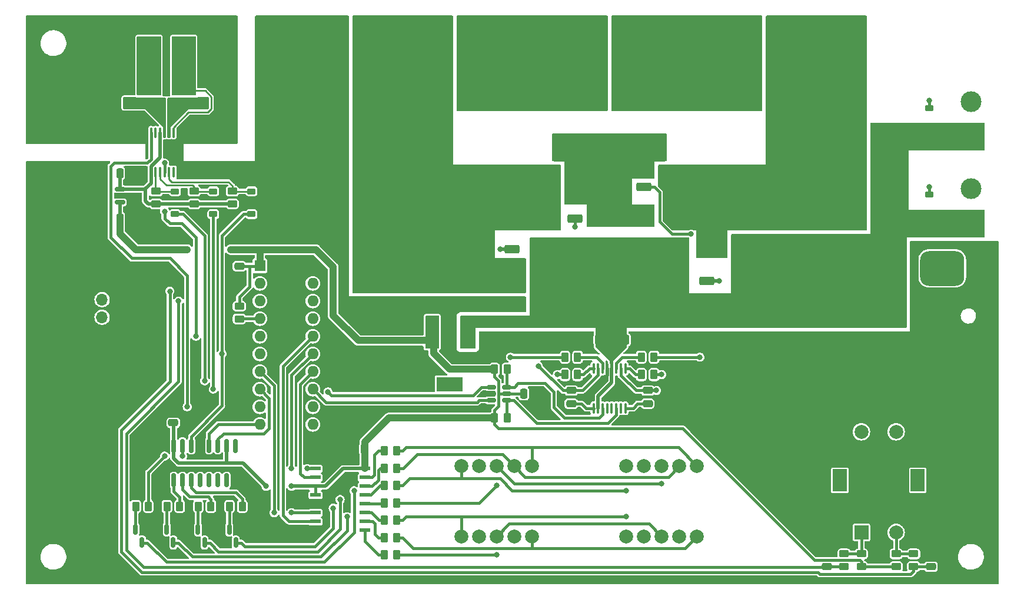
<source format=gbr>
%TF.GenerationSoftware,KiCad,Pcbnew,7.0.8*%
%TF.CreationDate,2023-12-05T22:14:15-08:00*%
%TF.ProjectId,Proofer_Project,50726f6f-6665-4725-9f50-726f6a656374,rev?*%
%TF.SameCoordinates,Original*%
%TF.FileFunction,Copper,L1,Top*%
%TF.FilePolarity,Positive*%
%FSLAX46Y46*%
G04 Gerber Fmt 4.6, Leading zero omitted, Abs format (unit mm)*
G04 Created by KiCad (PCBNEW 7.0.8) date 2023-12-05 22:14:15*
%MOMM*%
%LPD*%
G01*
G04 APERTURE LIST*
G04 Aperture macros list*
%AMRoundRect*
0 Rectangle with rounded corners*
0 $1 Rounding radius*
0 $2 $3 $4 $5 $6 $7 $8 $9 X,Y pos of 4 corners*
0 Add a 4 corners polygon primitive as box body*
4,1,4,$2,$3,$4,$5,$6,$7,$8,$9,$2,$3,0*
0 Add four circle primitives for the rounded corners*
1,1,$1+$1,$2,$3*
1,1,$1+$1,$4,$5*
1,1,$1+$1,$6,$7*
1,1,$1+$1,$8,$9*
0 Add four rect primitives between the rounded corners*
20,1,$1+$1,$2,$3,$4,$5,0*
20,1,$1+$1,$4,$5,$6,$7,0*
20,1,$1+$1,$6,$7,$8,$9,0*
20,1,$1+$1,$8,$9,$2,$3,0*%
G04 Aperture macros list end*
%TA.AperFunction,SMDPad,CuDef*%
%ADD10RoundRect,0.225000X0.375000X-0.225000X0.375000X0.225000X-0.375000X0.225000X-0.375000X-0.225000X0*%
%TD*%
%TA.AperFunction,ComponentPad*%
%ADD11R,3.000000X3.000000*%
%TD*%
%TA.AperFunction,ComponentPad*%
%ADD12C,3.000000*%
%TD*%
%TA.AperFunction,SMDPad,CuDef*%
%ADD13RoundRect,0.150000X-0.150000X0.587500X-0.150000X-0.587500X0.150000X-0.587500X0.150000X0.587500X0*%
%TD*%
%TA.AperFunction,SMDPad,CuDef*%
%ADD14RoundRect,0.250000X-1.000000X1.750000X-1.000000X-1.750000X1.000000X-1.750000X1.000000X1.750000X0*%
%TD*%
%TA.AperFunction,ComponentPad*%
%ADD15R,2.000000X2.000000*%
%TD*%
%TA.AperFunction,ComponentPad*%
%ADD16C,2.000000*%
%TD*%
%TA.AperFunction,ComponentPad*%
%ADD17R,2.000000X3.200000*%
%TD*%
%TA.AperFunction,SMDPad,CuDef*%
%ADD18RoundRect,0.150000X0.150000X-0.825000X0.150000X0.825000X-0.150000X0.825000X-0.150000X-0.825000X0*%
%TD*%
%TA.AperFunction,ComponentPad*%
%ADD19O,1.700000X1.700000*%
%TD*%
%TA.AperFunction,ComponentPad*%
%ADD20R,1.700000X1.700000*%
%TD*%
%TA.AperFunction,SMDPad,CuDef*%
%ADD21RoundRect,0.250000X-0.475000X0.250000X-0.475000X-0.250000X0.475000X-0.250000X0.475000X0.250000X0*%
%TD*%
%TA.AperFunction,SMDPad,CuDef*%
%ADD22RoundRect,0.250000X-0.550000X1.412500X-0.550000X-1.412500X0.550000X-1.412500X0.550000X1.412500X0*%
%TD*%
%TA.AperFunction,SMDPad,CuDef*%
%ADD23RoundRect,0.250000X-0.250000X-0.475000X0.250000X-0.475000X0.250000X0.475000X-0.250000X0.475000X0*%
%TD*%
%TA.AperFunction,SMDPad,CuDef*%
%ADD24RoundRect,0.250000X0.250000X0.475000X-0.250000X0.475000X-0.250000X-0.475000X0.250000X-0.475000X0*%
%TD*%
%TA.AperFunction,SMDPad,CuDef*%
%ADD25R,6.000000X6.000000*%
%TD*%
%TA.AperFunction,SMDPad,CuDef*%
%ADD26RoundRect,0.250000X0.475000X-0.250000X0.475000X0.250000X-0.475000X0.250000X-0.475000X-0.250000X0*%
%TD*%
%TA.AperFunction,SMDPad,CuDef*%
%ADD27RoundRect,0.250000X0.450000X-0.262500X0.450000X0.262500X-0.450000X0.262500X-0.450000X-0.262500X0*%
%TD*%
%TA.AperFunction,SMDPad,CuDef*%
%ADD28RoundRect,0.250000X-0.262500X-0.450000X0.262500X-0.450000X0.262500X0.450000X-0.262500X0.450000X0*%
%TD*%
%TA.AperFunction,SMDPad,CuDef*%
%ADD29RoundRect,0.250000X0.262500X0.450000X-0.262500X0.450000X-0.262500X-0.450000X0.262500X-0.450000X0*%
%TD*%
%TA.AperFunction,SMDPad,CuDef*%
%ADD30RoundRect,0.250000X-0.450000X0.262500X-0.450000X-0.262500X0.450000X-0.262500X0.450000X0.262500X0*%
%TD*%
%TA.AperFunction,ComponentPad*%
%ADD31O,1.600000X1.600000*%
%TD*%
%TA.AperFunction,ComponentPad*%
%ADD32R,1.600000X1.600000*%
%TD*%
%TA.AperFunction,SMDPad,CuDef*%
%ADD33RoundRect,0.150000X-0.587500X-0.150000X0.587500X-0.150000X0.587500X0.150000X-0.587500X0.150000X0*%
%TD*%
%TA.AperFunction,SMDPad,CuDef*%
%ADD34RoundRect,0.100000X-0.100000X0.637500X-0.100000X-0.637500X0.100000X-0.637500X0.100000X0.637500X0*%
%TD*%
%TA.AperFunction,SMDPad,CuDef*%
%ADD35RoundRect,0.250000X-0.850000X-0.350000X0.850000X-0.350000X0.850000X0.350000X-0.850000X0.350000X0*%
%TD*%
%TA.AperFunction,SMDPad,CuDef*%
%ADD36RoundRect,0.250000X-1.275000X-1.125000X1.275000X-1.125000X1.275000X1.125000X-1.275000X1.125000X0*%
%TD*%
%TA.AperFunction,SMDPad,CuDef*%
%ADD37RoundRect,0.249997X-2.950003X-2.650003X2.950003X-2.650003X2.950003X2.650003X-2.950003X2.650003X0*%
%TD*%
%TA.AperFunction,SMDPad,CuDef*%
%ADD38RoundRect,0.150000X-0.512500X-0.150000X0.512500X-0.150000X0.512500X0.150000X-0.512500X0.150000X0*%
%TD*%
%TA.AperFunction,SMDPad,CuDef*%
%ADD39RoundRect,0.250000X0.850000X0.350000X-0.850000X0.350000X-0.850000X-0.350000X0.850000X-0.350000X0*%
%TD*%
%TA.AperFunction,SMDPad,CuDef*%
%ADD40RoundRect,0.250000X1.275000X1.125000X-1.275000X1.125000X-1.275000X-1.125000X1.275000X-1.125000X0*%
%TD*%
%TA.AperFunction,SMDPad,CuDef*%
%ADD41RoundRect,0.249997X2.950003X2.650003X-2.950003X2.650003X-2.950003X-2.650003X2.950003X-2.650003X0*%
%TD*%
%TA.AperFunction,SMDPad,CuDef*%
%ADD42R,3.800000X2.000000*%
%TD*%
%TA.AperFunction,SMDPad,CuDef*%
%ADD43R,1.500000X2.000000*%
%TD*%
%TA.AperFunction,SMDPad,CuDef*%
%ADD44RoundRect,0.825000X1.205000X0.825000X-1.205000X0.825000X-1.205000X-0.825000X1.205000X-0.825000X0*%
%TD*%
%TA.AperFunction,SMDPad,CuDef*%
%ADD45RoundRect,1.250000X1.925000X1.250000X-1.925000X1.250000X-1.925000X-1.250000X1.925000X-1.250000X0*%
%TD*%
%TA.AperFunction,SMDPad,CuDef*%
%ADD46R,1.500000X0.600000*%
%TD*%
%TA.AperFunction,SMDPad,CuDef*%
%ADD47RoundRect,0.100000X0.100000X-0.637500X0.100000X0.637500X-0.100000X0.637500X-0.100000X-0.637500X0*%
%TD*%
%TA.AperFunction,ViaPad*%
%ADD48C,0.800000*%
%TD*%
%TA.AperFunction,ViaPad*%
%ADD49C,1.200000*%
%TD*%
%TA.AperFunction,Conductor*%
%ADD50C,0.400000*%
%TD*%
%TA.AperFunction,Conductor*%
%ADD51C,0.500000*%
%TD*%
%TA.AperFunction,Conductor*%
%ADD52C,1.000000*%
%TD*%
%TA.AperFunction,Conductor*%
%ADD53C,0.250000*%
%TD*%
G04 APERTURE END LIST*
D10*
%TO.P,D8,1,K*%
%TO.N,+12V*%
X177000000Y-31650000D03*
%TO.P,D8,2,A*%
%TO.N,GNDA*%
X177000000Y-28350000D03*
%TD*%
%TO.P,D7,1,K*%
%TO.N,+12V*%
X177000000Y-44150000D03*
%TO.P,D7,2,A*%
%TO.N,GNDA*%
X177000000Y-40850000D03*
%TD*%
D11*
%TO.P,J7,1,Pin_1*%
%TO.N,Net-(J7-Pin_1)*%
X69790000Y-19750000D03*
D12*
%TO.P,J7,2,Pin_2*%
%TO.N,Net-(J7-Pin_2)*%
X64710000Y-19750000D03*
%TD*%
D13*
%TO.P,Q27,1,E*%
%TO.N,GNDA*%
X78200000Y-89062500D03*
%TO.P,Q27,2,B*%
%TO.N,Net-(Q27-B)*%
X76300000Y-89062500D03*
%TO.P,Q27,3,C*%
%TO.N,Net-(Q27-C)*%
X77250000Y-90937500D03*
%TD*%
%TO.P,Q28,1,E*%
%TO.N,GNDA*%
X73700000Y-89062500D03*
%TO.P,Q28,2,B*%
%TO.N,Net-(Q28-B)*%
X71800000Y-89062500D03*
%TO.P,Q28,3,C*%
%TO.N,Net-(Q28-C)*%
X72750000Y-90937500D03*
%TD*%
%TO.P,Q11,1,E*%
%TO.N,GNDA*%
X69200000Y-89062500D03*
%TO.P,Q11,2,B*%
%TO.N,Net-(Q11-B)*%
X67300000Y-89062500D03*
%TO.P,Q11,3,C*%
%TO.N,Net-(Q11-C)*%
X68250000Y-90937500D03*
%TD*%
%TO.P,Q26,1,E*%
%TO.N,GNDA*%
X64700000Y-89062500D03*
%TO.P,Q26,2,B*%
%TO.N,Net-(Q26-B)*%
X62800000Y-89062500D03*
%TO.P,Q26,3,C*%
%TO.N,Net-(Q26-C)*%
X63750000Y-90937500D03*
%TD*%
D14*
%TO.P,C5,1*%
%TO.N,Net-(J1-Pin_2)*%
X124000000Y-26000000D03*
%TO.P,C5,2*%
%TO.N,GNDA*%
X124000000Y-34000000D03*
%TD*%
%TO.P,C4,1*%
%TO.N,Net-(J1-Pin_1)*%
X138000000Y-26000000D03*
%TO.P,C4,2*%
%TO.N,GNDA*%
X138000000Y-34000000D03*
%TD*%
D11*
%TO.P,J1,1,Pin_1*%
%TO.N,Net-(J1-Pin_1)*%
X133540000Y-18750000D03*
D12*
%TO.P,J1,2,Pin_2*%
%TO.N,Net-(J1-Pin_2)*%
X128460000Y-18750000D03*
%TD*%
D11*
%TO.P,J2,1,Pin_1*%
%TO.N,+12V*%
X183000000Y-45040000D03*
D12*
%TO.P,J2,2,Pin_2*%
%TO.N,GNDA*%
X183000000Y-39960000D03*
%TD*%
D11*
%TO.P,J3,1,Pin_1*%
%TO.N,+12V*%
X183000000Y-32540000D03*
D12*
%TO.P,J3,2,Pin_2*%
%TO.N,GNDA*%
X183000000Y-27460000D03*
%TD*%
D15*
%TO.P,SW1,A,A*%
%TO.N,Net-(R10-Pad1)*%
X167250000Y-89500000D03*
D16*
%TO.P,SW1,B,B*%
%TO.N,Net-(R1-Pad2)*%
X172250000Y-89500000D03*
%TO.P,SW1,C,C*%
%TO.N,GNDA*%
X169750000Y-89500000D03*
D17*
%TO.P,SW1,MP*%
%TO.N,N/C*%
X175350000Y-82000000D03*
X164150000Y-82000000D03*
D16*
%TO.P,SW1,S1*%
X172250000Y-75000000D03*
%TO.P,SW1,S2*%
X167250000Y-75000000D03*
%TD*%
D18*
%TO.P,U2,1,QB*%
%TO.N,Net-(U2-QB)*%
X68305000Y-81975000D03*
%TO.P,U2,2,QC*%
%TO.N,Net-(U2-QC)*%
X69575000Y-81975000D03*
%TO.P,U2,3,QD*%
%TO.N,Net-(U2-QD)*%
X70845000Y-81975000D03*
%TO.P,U2,4,QE*%
%TO.N,unconnected-(U2-QE-Pad4)*%
X72115000Y-81975000D03*
%TO.P,U2,5,QF*%
%TO.N,unconnected-(U2-QF-Pad5)*%
X73385000Y-81975000D03*
%TO.P,U2,6,QG*%
%TO.N,unconnected-(U2-QG-Pad6)*%
X74655000Y-81975000D03*
%TO.P,U2,7,QH*%
%TO.N,unconnected-(U2-QH-Pad7)*%
X75925000Y-81975000D03*
%TO.P,U2,8,GND*%
%TO.N,GNDA*%
X77195000Y-81975000D03*
%TO.P,U2,9,QH'*%
%TO.N,unconnected-(U2-QH'-Pad9)*%
X77195000Y-77025000D03*
%TO.P,U2,10,~{SRCLR}*%
%TO.N,+5V*%
X75925000Y-77025000D03*
%TO.P,U2,11,SRCLK*%
%TO.N,/SCK*%
X74655000Y-77025000D03*
%TO.P,U2,12,RCLK*%
%TO.N,/CS_SR*%
X73385000Y-77025000D03*
%TO.P,U2,13,~{OE}*%
%TO.N,GNDA*%
X72115000Y-77025000D03*
%TO.P,U2,14,SER*%
%TO.N,/MOSI*%
X70845000Y-77025000D03*
%TO.P,U2,15,QA*%
%TO.N,Net-(U2-QA)*%
X69575000Y-77025000D03*
%TO.P,U2,16,VCC*%
%TO.N,+5V*%
X68305000Y-77025000D03*
%TD*%
D19*
%TO.P,J5,3,Pin_3*%
%TO.N,/TX*%
X58000000Y-55960000D03*
%TO.P,J5,2,Pin_2*%
%TO.N,/RX*%
X58000000Y-58500000D03*
D20*
%TO.P,J5,1,Pin_1*%
%TO.N,GNDA*%
X58000000Y-61040000D03*
%TD*%
D21*
%TO.P,C14,1*%
%TO.N,+12V*%
X155000000Y-59300000D03*
%TO.P,C14,2*%
%TO.N,GNDA*%
X155000000Y-61200000D03*
%TD*%
D22*
%TO.P,C18,1*%
%TO.N,+12V*%
X161000000Y-57462500D03*
%TO.P,C18,2*%
%TO.N,GNDA*%
X161000000Y-62537500D03*
%TD*%
D23*
%TO.P,C22,1*%
%TO.N,+12V*%
X133300000Y-61750000D03*
%TO.P,C22,2*%
%TO.N,GNDA*%
X135200000Y-61750000D03*
%TD*%
D24*
%TO.P,C17,1*%
%TO.N,+12V*%
X129450000Y-61750000D03*
%TO.P,C17,2*%
%TO.N,GNDA*%
X127550000Y-61750000D03*
%TD*%
D21*
%TO.P,C1,1*%
%TO.N,+5V*%
X77750000Y-51125000D03*
%TO.P,C1,2*%
%TO.N,GNDA*%
X77750000Y-53025000D03*
%TD*%
D24*
%TO.P,C6,1*%
%TO.N,+5V*%
X95700000Y-77500000D03*
%TO.P,C6,2*%
%TO.N,GNDA*%
X93800000Y-77500000D03*
%TD*%
D25*
%TO.P,L1,1,1*%
%TO.N,Net-(Q1-S)*%
X162650000Y-25000000D03*
%TO.P,L1,2,2*%
%TO.N,Net-(J1-Pin_1)*%
X149350000Y-25000000D03*
%TD*%
%TO.P,L2,1,1*%
%TO.N,Net-(J1-Pin_2)*%
X112650000Y-25000000D03*
%TO.P,L2,2,2*%
%TO.N,Net-(Q10-D)*%
X99350000Y-25000000D03*
%TD*%
D26*
%TO.P,C9,1*%
%TO.N,+12V*%
X110500000Y-58950000D03*
%TO.P,C9,2*%
%TO.N,GNDA*%
X110500000Y-57050000D03*
%TD*%
%TO.P,C10,1*%
%TO.N,+5V*%
X105500000Y-58950000D03*
%TO.P,C10,2*%
%TO.N,GNDA*%
X105500000Y-57050000D03*
%TD*%
D27*
%TO.P,R11,2*%
%TO.N,+5V*%
X77750000Y-56912500D03*
%TO.P,R11,1*%
%TO.N,Net-(U10-RA3{slash}~{MCLR}{slash}VPP)*%
X77750000Y-58737500D03*
%TD*%
D28*
%TO.P,R15,1*%
%TO.N,Net-(U4-Qa)*%
X98587500Y-82750000D03*
%TO.P,R15,2*%
%TO.N,Net-(U12-A)*%
X100412500Y-82750000D03*
%TD*%
%TO.P,R16,1*%
%TO.N,Net-(U4-Qb)*%
X98587500Y-85250000D03*
%TO.P,R16,2*%
%TO.N,Net-(U12-B)*%
X100412500Y-85250000D03*
%TD*%
%TO.P,R17,1*%
%TO.N,Net-(U4-Qc)*%
X98587500Y-87750000D03*
%TO.P,R17,2*%
%TO.N,Net-(U12-C)*%
X100412500Y-87750000D03*
%TD*%
%TO.P,R18,1*%
%TO.N,Net-(U4-Qd)*%
X98587500Y-90250000D03*
%TO.P,R18,2*%
%TO.N,Net-(U12-D)*%
X100412500Y-90250000D03*
%TD*%
%TO.P,R19,1*%
%TO.N,Net-(U4-Qe)*%
X98587500Y-92750000D03*
%TO.P,R19,2*%
%TO.N,Net-(U12-E)*%
X100412500Y-92750000D03*
%TD*%
%TO.P,R20,1*%
%TO.N,Net-(U4-Qf)*%
X98587500Y-77750000D03*
%TO.P,R20,2*%
%TO.N,Net-(U12-F)*%
X100412500Y-77750000D03*
%TD*%
%TO.P,R21,1*%
%TO.N,Net-(U4-Qg)*%
X98587500Y-80250000D03*
%TO.P,R21,2*%
%TO.N,Net-(U12-G)*%
X100412500Y-80250000D03*
%TD*%
D29*
%TO.P,R22,2*%
%TO.N,Net-(Q11-B)*%
X67337500Y-85750000D03*
%TO.P,R22,1*%
%TO.N,Net-(U2-QB)*%
X69162500Y-85750000D03*
%TD*%
%TO.P,R23,2*%
%TO.N,Net-(Q26-B)*%
X62837500Y-85750000D03*
%TO.P,R23,1*%
%TO.N,Net-(U2-QA)*%
X64662500Y-85750000D03*
%TD*%
%TO.P,R24,2*%
%TO.N,Net-(Q27-B)*%
X76337500Y-85750000D03*
%TO.P,R24,1*%
%TO.N,Net-(U2-QD)*%
X78162500Y-85750000D03*
%TD*%
%TO.P,R25,2*%
%TO.N,Net-(Q28-B)*%
X71837500Y-85750000D03*
%TO.P,R25,1*%
%TO.N,Net-(U2-QC)*%
X73662500Y-85750000D03*
%TD*%
D21*
%TO.P,C2,1*%
%TO.N,GNDA*%
X177250000Y-92550000D03*
%TO.P,C2,2*%
%TO.N,/ENC_B*%
X177250000Y-94450000D03*
%TD*%
%TO.P,C3,2*%
%TO.N,/ENC_A*%
X162250000Y-94450000D03*
%TO.P,C3,1*%
%TO.N,GNDA*%
X162250000Y-92550000D03*
%TD*%
D27*
%TO.P,R1,1*%
%TO.N,/ENC_B*%
X174750000Y-94412500D03*
%TO.P,R1,2*%
%TO.N,Net-(R1-Pad2)*%
X174750000Y-92587500D03*
%TD*%
D30*
%TO.P,R4,1*%
%TO.N,Net-(R1-Pad2)*%
X172250000Y-92587500D03*
%TO.P,R4,2*%
%TO.N,+5V*%
X172250000Y-94412500D03*
%TD*%
%TO.P,R5,1*%
%TO.N,Net-(R10-Pad1)*%
X167250000Y-92587500D03*
%TO.P,R5,2*%
%TO.N,+5V*%
X167250000Y-94412500D03*
%TD*%
%TO.P,R10,1*%
%TO.N,Net-(R10-Pad1)*%
X164750000Y-92587500D03*
%TO.P,R10,2*%
%TO.N,/ENC_A*%
X164750000Y-94412500D03*
%TD*%
%TO.P,R14,1*%
%TO.N,Net-(J7-Pin_1)*%
X70500000Y-25837500D03*
%TO.P,R14,2*%
%TO.N,Net-(U1-T-)*%
X70500000Y-27662500D03*
%TD*%
D23*
%TO.P,C16,1*%
%TO.N,+5V*%
X118662500Y-69500000D03*
%TO.P,C16,2*%
%TO.N,GNDA*%
X120562500Y-69500000D03*
%TD*%
D16*
%TO.P,U12,1,C*%
%TO.N,Net-(U12-C)*%
X133420000Y-90080000D03*
%TO.P,U12,2,DP*%
%TO.N,unconnected-(U12-DP-Pad2)*%
X135960000Y-90080000D03*
%TO.P,U12,3,E*%
%TO.N,Net-(U12-E)*%
X138500000Y-90080000D03*
%TO.P,U12,4,CC_DIG2*%
%TO.N,Net-(Q27-C)*%
X141040000Y-90080000D03*
%TO.P,U12,5,D*%
%TO.N,Net-(U12-D)*%
X143580000Y-90080000D03*
%TO.P,U12,6,F*%
%TO.N,Net-(U12-F)*%
X143580000Y-79920000D03*
%TO.P,U12,7,G*%
%TO.N,Net-(U12-G)*%
X141040000Y-79920000D03*
%TO.P,U12,8,B*%
%TO.N,Net-(U12-B)*%
X138500000Y-79920000D03*
%TO.P,U12,9,CC_DIG1*%
%TO.N,Net-(Q28-C)*%
X135960000Y-79920000D03*
%TO.P,U12,10,A*%
%TO.N,Net-(U12-A)*%
X133420000Y-79920000D03*
%TD*%
D31*
%TO.P,U10,20,VSS*%
%TO.N,GNDA*%
X88320000Y-51075000D03*
%TO.P,U10,19,RA0/ICSPDAT*%
%TO.N,/TX*%
X88320000Y-53615000D03*
%TO.P,U10,18,RA1/ICSPCLK*%
%TO.N,/RX*%
X88320000Y-56155000D03*
%TO.P,U10,17,RA2*%
%TO.N,unconnected-(U10-RA2-Pad17)*%
X88320000Y-58695000D03*
%TO.P,U10,16,RC0*%
%TO.N,/DEC_A*%
X88320000Y-61235000D03*
%TO.P,U10,15,RC1*%
%TO.N,/DEC_B*%
X88320000Y-63775000D03*
%TO.P,U10,14,RC2*%
%TO.N,/DEC_C*%
X88320000Y-66315000D03*
%TO.P,U10,13,RB4*%
%TO.N,/PWM*%
X88320000Y-68855000D03*
%TO.P,U10,12,RB5*%
%TO.N,/DIR_SEL*%
X88320000Y-71395000D03*
%TO.P,U10,11,RB6*%
%TO.N,/CS_TC*%
X88320000Y-73935000D03*
%TO.P,U10,10,RB7*%
%TO.N,/CS_SR*%
X80700000Y-73935000D03*
%TO.P,U10,9,RC7*%
%TO.N,/DRDY*%
X80700000Y-71395000D03*
%TO.P,U10,8,RC6*%
%TO.N,/SCK*%
X80700000Y-68855000D03*
%TO.P,U10,7,RC3*%
%TO.N,/DEC_D*%
X80700000Y-66315000D03*
%TO.P,U10,6,RC4*%
%TO.N,/MOSI*%
X80700000Y-63775000D03*
%TO.P,U10,5,RC5*%
%TO.N,/MISO*%
X80700000Y-61235000D03*
%TO.P,U10,4,RA3/~{MCLR}/VPP*%
%TO.N,Net-(U10-RA3{slash}~{MCLR}{slash}VPP)*%
X80700000Y-58695000D03*
%TO.P,U10,3,RA4*%
%TO.N,/ENC_A*%
X80700000Y-56155000D03*
%TO.P,U10,2,RA5*%
%TO.N,/ENC_B*%
X80700000Y-53615000D03*
D32*
%TO.P,U10,1,VDD*%
%TO.N,+5V*%
X80700000Y-51075000D03*
%TD*%
D26*
%TO.P,C13,1*%
%TO.N,+5V*%
X68250000Y-73700000D03*
%TO.P,C13,2*%
%TO.N,GNDA*%
X68250000Y-71800000D03*
%TD*%
D33*
%TO.P,U3,1,OUT*%
%TO.N,+3.3V*%
X60562500Y-40050000D03*
%TO.P,U3,2,IN*%
%TO.N,+5V*%
X60562500Y-41950000D03*
%TO.P,U3,3,GND*%
%TO.N,GNDA*%
X62437500Y-41000000D03*
%TD*%
D23*
%TO.P,C20,1*%
%TO.N,GNDA*%
X59800000Y-27650000D03*
%TO.P,C20,2*%
%TO.N,Net-(U1-T+)*%
X61700000Y-27650000D03*
%TD*%
D34*
%TO.P,U1,14,DGND*%
%TO.N,GNDA*%
X68950000Y-37612500D03*
%TO.P,U1,13,~{FAULT}*%
%TO.N,unconnected-(U1-~{FAULT}-Pad13)*%
X68300000Y-37612500D03*
%TO.P,U1,12,SDI*%
%TO.N,Net-(D4-A)*%
X67650000Y-37612500D03*
%TO.P,U1,11,SDO*%
%TO.N,/MISO*%
X67000000Y-37612500D03*
%TO.P,U1,10,SCK*%
%TO.N,Net-(D5-A)*%
X66350000Y-37612500D03*
%TO.P,U1,9,~{CS}*%
%TO.N,Net-(D3-A)*%
X65700000Y-37612500D03*
%TO.P,U1,8,DVDD*%
%TO.N,+3.3V*%
X65050000Y-37612500D03*
%TO.P,U1,7,~{DRDY}*%
%TO.N,/DRDY*%
X65050000Y-31887500D03*
%TO.P,U1,6,DNC*%
%TO.N,unconnected-(U1-DNC-Pad6)*%
X65700000Y-31887500D03*
%TO.P,U1,5,AVDD*%
%TO.N,+3.3V*%
X66350000Y-31887500D03*
%TO.P,U1,4,T+*%
%TO.N,Net-(U1-T+)*%
X67000000Y-31887500D03*
%TO.P,U1,3,T-*%
%TO.N,Net-(U1-T-)*%
X67650000Y-31887500D03*
%TO.P,U1,2,BIAS*%
%TO.N,Net-(J7-Pin_1)*%
X68300000Y-31887500D03*
%TO.P,U1,1,AGND*%
%TO.N,GNDA*%
X68950000Y-31887500D03*
%TD*%
D35*
%TO.P,Q8,1,G*%
%TO.N,Net-(Q8-G)*%
X135960000Y-39720000D03*
D36*
%TO.P,Q8,2,D*%
%TO.N,Net-(Q1-S)*%
X140585000Y-40475000D03*
X140585000Y-43525000D03*
D37*
X142260000Y-42000000D03*
D36*
X143935000Y-40475000D03*
X143935000Y-43525000D03*
D35*
%TO.P,Q8,3,S*%
%TO.N,GNDA*%
X135960000Y-44280000D03*
%TD*%
D28*
%TO.P,R26,1*%
%TO.N,Net-(Q2-G)*%
X124587500Y-66750000D03*
%TO.P,R26,2*%
%TO.N,Net-(U11-BHO)*%
X126412500Y-66750000D03*
%TD*%
D38*
%TO.P,U5,1*%
%TO.N,/DIR_SEL*%
X113975000Y-68550000D03*
%TO.P,U5,2,GND*%
%TO.N,GNDA*%
X113975000Y-69500000D03*
%TO.P,U5,3*%
%TO.N,/PWM*%
X113975000Y-70450000D03*
%TO.P,U5,4*%
%TO.N,Net-(U11-APWM)*%
X116250000Y-70450000D03*
%TO.P,U5,5,VCC*%
%TO.N,+5V*%
X116250000Y-69500000D03*
%TO.P,U5,6*%
%TO.N,Net-(U11-BPWM)*%
X116250000Y-68550000D03*
%TD*%
D10*
%TO.P,D4,2,A*%
%TO.N,Net-(D4-A)*%
X79500000Y-40350000D03*
%TO.P,D4,1,K*%
%TO.N,/MOSI*%
X79500000Y-43650000D03*
%TD*%
D29*
%TO.P,R8,1*%
%TO.N,Net-(U11-APWM)*%
X116275000Y-73000000D03*
%TO.P,R8,2*%
%TO.N,+5V*%
X114450000Y-73000000D03*
%TD*%
D30*
%TO.P,R13,1*%
%TO.N,Net-(J7-Pin_2)*%
X64000000Y-25837500D03*
%TO.P,R13,2*%
%TO.N,Net-(U1-T+)*%
X64000000Y-27662500D03*
%TD*%
D39*
%TO.P,Q10,1,G*%
%TO.N,Net-(Q10-G)*%
X126040000Y-44280000D03*
D40*
%TO.P,Q10,2,D*%
%TO.N,Net-(Q10-D)*%
X121415000Y-43525000D03*
X121415000Y-40475000D03*
D41*
X119740000Y-42000000D03*
D40*
X118065000Y-43525000D03*
X118065000Y-40475000D03*
D39*
%TO.P,Q10,3,S*%
%TO.N,GNDA*%
X126040000Y-39720000D03*
%TD*%
%TO.P,Q1,1,G*%
%TO.N,Net-(Q1-G)*%
X145040000Y-53280000D03*
D40*
%TO.P,Q1,2,D*%
%TO.N,+12V*%
X140415000Y-52525000D03*
X140415000Y-49475000D03*
D41*
X138740000Y-51000000D03*
D40*
X137065000Y-52525000D03*
X137065000Y-49475000D03*
D39*
%TO.P,Q1,3,S*%
%TO.N,Net-(Q1-S)*%
X145040000Y-48720000D03*
%TD*%
D27*
%TO.P,R12,1*%
%TO.N,+3.3V*%
X65750000Y-42162500D03*
%TO.P,R12,2*%
%TO.N,Net-(D3-A)*%
X65750000Y-40337500D03*
%TD*%
D10*
%TO.P,D5,2,A*%
%TO.N,Net-(D5-A)*%
X74000000Y-40350000D03*
%TO.P,D5,1,K*%
%TO.N,/SCK*%
X74000000Y-43650000D03*
%TD*%
D16*
%TO.P,U6,1,C*%
%TO.N,Net-(U12-C)*%
X109670000Y-90080000D03*
%TO.P,U6,2,DP*%
%TO.N,unconnected-(U6-DP-Pad2)*%
X112210000Y-90080000D03*
%TO.P,U6,3,E*%
%TO.N,Net-(U12-E)*%
X114750000Y-90080000D03*
%TO.P,U6,4,CC_DIG2*%
%TO.N,Net-(Q11-C)*%
X117290000Y-90080000D03*
%TO.P,U6,5,D*%
%TO.N,Net-(U12-D)*%
X119830000Y-90080000D03*
%TO.P,U6,6,F*%
%TO.N,Net-(U12-F)*%
X119830000Y-79920000D03*
%TO.P,U6,7,G*%
%TO.N,Net-(U12-G)*%
X117290000Y-79920000D03*
%TO.P,U6,8,B*%
%TO.N,Net-(U12-B)*%
X114750000Y-79920000D03*
%TO.P,U6,9,CC_DIG1*%
%TO.N,Net-(Q26-C)*%
X112210000Y-79920000D03*
%TO.P,U6,10,A*%
%TO.N,Net-(U12-A)*%
X109670000Y-79920000D03*
%TD*%
D26*
%TO.P,C8,1*%
%TO.N,Net-(U11-BHB)*%
X125500000Y-70950000D03*
%TO.P,C8,2*%
%TO.N,Net-(Q10-D)*%
X125500000Y-69050000D03*
%TD*%
D28*
%TO.P,R9,1*%
%TO.N,+5V*%
X114450000Y-66000000D03*
%TO.P,R9,2*%
%TO.N,Net-(U11-BPWM)*%
X116275000Y-66000000D03*
%TD*%
D27*
%TO.P,R7,1*%
%TO.N,+3.3V*%
X71250000Y-42162500D03*
%TO.P,R7,2*%
%TO.N,Net-(D5-A)*%
X71250000Y-40337500D03*
%TD*%
D28*
%TO.P,R2,1*%
%TO.N,Net-(U11-AHO)*%
X135587500Y-66750000D03*
%TO.P,R2,2*%
%TO.N,Net-(Q1-G)*%
X137412500Y-66750000D03*
%TD*%
D42*
%TO.P,U9,4*%
%TO.N,N/C*%
X108000000Y-68150000D03*
D43*
%TO.P,U9,3,OUT*%
%TO.N,+5V*%
X105700000Y-61850000D03*
%TO.P,U9,2,GND*%
%TO.N,GNDA*%
X108000000Y-61850000D03*
%TO.P,U9,1,IN*%
%TO.N,+12V*%
X110300000Y-61850000D03*
%TD*%
D35*
%TO.P,Q2,1,G*%
%TO.N,Net-(Q2-G)*%
X116960000Y-48720000D03*
D36*
%TO.P,Q2,2,D*%
%TO.N,+12V*%
X121585000Y-49475000D03*
X121585000Y-52525000D03*
D37*
X123260000Y-51000000D03*
D36*
X124935000Y-49475000D03*
X124935000Y-52525000D03*
D35*
%TO.P,Q2,3,S*%
%TO.N,Net-(Q10-D)*%
X116960000Y-53280000D03*
%TD*%
D27*
%TO.P,R6,1*%
%TO.N,+3.3V*%
X76750000Y-42162500D03*
%TO.P,R6,2*%
%TO.N,Net-(D4-A)*%
X76750000Y-40337500D03*
%TD*%
D23*
%TO.P,C12,1*%
%TO.N,+3.3V*%
X60550000Y-37750000D03*
%TO.P,C12,2*%
%TO.N,GNDA*%
X62450000Y-37750000D03*
%TD*%
%TO.P,C11,1*%
%TO.N,+5V*%
X60550000Y-44250000D03*
%TO.P,C11,2*%
%TO.N,GNDA*%
X62450000Y-44250000D03*
%TD*%
D28*
%TO.P,R27,1*%
%TO.N,Net-(Q10-G)*%
X124587500Y-64250000D03*
%TO.P,R27,2*%
%TO.N,Net-(U11-BLO)*%
X126412500Y-64250000D03*
%TD*%
D21*
%TO.P,C7,1*%
%TO.N,Net-(Q1-S)*%
X136500000Y-69050000D03*
%TO.P,C7,2*%
%TO.N,Net-(U11-AHB)*%
X136500000Y-70950000D03*
%TD*%
D28*
%TO.P,R3,1*%
%TO.N,Net-(U11-ALO)*%
X135587500Y-64250000D03*
%TO.P,R3,2*%
%TO.N,Net-(Q8-G)*%
X137412500Y-64250000D03*
%TD*%
D24*
%TO.P,C19,1*%
%TO.N,GNDA*%
X74700000Y-27650000D03*
%TO.P,C19,2*%
%TO.N,Net-(U1-T-)*%
X72800000Y-27650000D03*
%TD*%
%TO.P,C15,1*%
%TO.N,Net-(U1-T-)*%
X68200000Y-27650000D03*
%TO.P,C15,2*%
%TO.N,Net-(U1-T+)*%
X66300000Y-27650000D03*
%TD*%
D44*
%TO.P,J6,1*%
%TO.N,+12V*%
X169727000Y-57546100D03*
D45*
%TO.P,J6,2*%
%TO.N,GNDA*%
X178871000Y-64734300D03*
%TO.P,J6,3*%
%TO.N,unconnected-(J6-Pad3)*%
X178871000Y-51450100D03*
%TD*%
D46*
%TO.P,U4,1,DB*%
%TO.N,/DEC_B*%
X88700000Y-80305000D03*
%TO.P,U4,2,DC*%
%TO.N,/DEC_C*%
X88700000Y-81575000D03*
%TO.P,U4,3,~{LT}*%
%TO.N,+5V*%
X88700000Y-82845000D03*
%TO.P,U4,4,~{BI}*%
X88700000Y-84115000D03*
%TO.P,U4,5,~{EL}*%
%TO.N,GNDA*%
X88700000Y-85385000D03*
%TO.P,U4,6,DD*%
%TO.N,/DEC_D*%
X88700000Y-86655000D03*
%TO.P,U4,7,DA*%
%TO.N,/DEC_A*%
X88700000Y-87925000D03*
%TO.P,U4,8,Vss*%
%TO.N,GNDA*%
X88700000Y-89195000D03*
%TO.P,U4,9,Qe*%
%TO.N,Net-(U4-Qe)*%
X95800000Y-89195000D03*
%TO.P,U4,10,Qd*%
%TO.N,Net-(U4-Qd)*%
X95800000Y-87925000D03*
%TO.P,U4,11,Qc*%
%TO.N,Net-(U4-Qc)*%
X95800000Y-86655000D03*
%TO.P,U4,12,Qb*%
%TO.N,Net-(U4-Qb)*%
X95800000Y-85385000D03*
%TO.P,U4,13,Qa*%
%TO.N,Net-(U4-Qa)*%
X95800000Y-84115000D03*
%TO.P,U4,14,Qg*%
%TO.N,Net-(U4-Qg)*%
X95800000Y-82845000D03*
%TO.P,U4,15,Qf*%
%TO.N,Net-(U4-Qf)*%
X95800000Y-81575000D03*
%TO.P,U4,16,Vdd*%
%TO.N,+5V*%
X95800000Y-80305000D03*
%TD*%
D47*
%TO.P,U11,16,BHO*%
%TO.N,Net-(U11-BHO)*%
X128725000Y-65887500D03*
%TO.P,U11,15,BHS*%
%TO.N,Net-(Q10-D)*%
X129375000Y-65887500D03*
%TO.P,U11,14,BLO*%
%TO.N,Net-(U11-BLO)*%
X130025000Y-65887500D03*
%TO.P,U11,13,VSS*%
%TO.N,GNDA*%
X130675000Y-65887500D03*
%TO.P,U11,12,VDD*%
%TO.N,+12V*%
X131325000Y-65887500D03*
%TO.P,U11,11,ALO*%
%TO.N,Net-(U11-ALO)*%
X131975000Y-65887500D03*
%TO.P,U11,10,AHS*%
%TO.N,Net-(Q1-S)*%
X132625000Y-65887500D03*
%TO.P,U11,9,AHO*%
%TO.N,Net-(U11-AHO)*%
X133275000Y-65887500D03*
%TO.P,U11,8,AHB*%
%TO.N,Net-(U11-AHB)*%
X133275000Y-71612500D03*
%TO.P,U11,7*%
%TO.N,N/C*%
X132625000Y-71612500D03*
%TO.P,U11,6,APWM*%
%TO.N,Net-(U11-APWM)*%
X131975000Y-71612500D03*
%TO.P,U11,5*%
%TO.N,N/C*%
X131325000Y-71612500D03*
%TO.P,U11,4*%
X130675000Y-71612500D03*
%TO.P,U11,3,BPWM*%
%TO.N,Net-(U11-BPWM)*%
X130025000Y-71612500D03*
%TO.P,U11,2,EN*%
%TO.N,+12V*%
X129375000Y-71612500D03*
%TO.P,U11,1,BHB*%
%TO.N,Net-(U11-BHB)*%
X128725000Y-71612500D03*
%TD*%
D10*
%TO.P,D3,1,K*%
%TO.N,/CS_TC*%
X68500000Y-43650000D03*
%TO.P,D3,2,A*%
%TO.N,Net-(D3-A)*%
X68500000Y-40350000D03*
%TD*%
D48*
%TO.N,/MISO*%
X67000000Y-43250000D03*
X67000000Y-36250000D03*
%TO.N,GNDA*%
X161000000Y-64750000D03*
X155000000Y-62250000D03*
X136250000Y-61750000D03*
X126500000Y-61750000D03*
%TO.N,Net-(U12-E)*%
X114750000Y-92750000D03*
%TO.N,Net-(U12-B)*%
X114750000Y-82750000D03*
%TO.N,+5V*%
X81595000Y-82845000D03*
X85250000Y-82845000D03*
%TO.N,/DEC_D*%
X82750000Y-86655000D03*
X85250000Y-86655000D03*
%TO.N,/DEC_B*%
X87500000Y-80305000D03*
X85250000Y-80305000D03*
%TO.N,GNDA*%
X63500000Y-44250000D03*
X108000000Y-60250000D03*
X110500000Y-56000000D03*
X105500000Y-56000000D03*
%TO.N,/DIR_SEL*%
X90500000Y-69250000D03*
%TO.N,/ENC_B*%
X67750000Y-54750000D03*
%TO.N,/ENC_A*%
X69000000Y-56155000D03*
%TO.N,Net-(Q11-C)*%
X93250000Y-87250000D03*
%TO.N,Net-(Q27-C)*%
X91250000Y-86000000D03*
%TO.N,Net-(Q28-C)*%
X92250000Y-84750000D03*
%TO.N,Net-(Q26-C)*%
X94250000Y-83500000D03*
%TO.N,GNDA*%
X87500000Y-89195000D03*
X87500000Y-85385000D03*
%TO.N,+12V*%
X139000000Y-53000000D03*
X125500000Y-53000000D03*
X136500000Y-53000000D03*
X141000000Y-49000000D03*
X125500000Y-49000000D03*
X139000000Y-51000000D03*
X136500000Y-49000000D03*
X141000000Y-51000000D03*
X136500000Y-51000000D03*
X121000000Y-53000000D03*
X141000000Y-53000000D03*
X121000000Y-49000000D03*
X123500000Y-51000000D03*
X121000000Y-51000000D03*
X139000000Y-49000000D03*
X123500000Y-53000000D03*
X125500000Y-51000000D03*
X123500000Y-49000000D03*
%TO.N,+5V*%
X70250000Y-48750000D03*
X76500000Y-48750000D03*
%TO.N,Net-(Q1-G)*%
X146750000Y-53280000D03*
X138500000Y-66750000D03*
%TO.N,Net-(Q2-G)*%
X123500000Y-66750000D03*
X115250000Y-48720000D03*
%TO.N,Net-(Q8-G)*%
X142750000Y-46500000D03*
X144000000Y-64250000D03*
%TO.N,Net-(Q10-G)*%
X126040000Y-45500000D03*
X116750000Y-64250000D03*
%TO.N,Net-(Q1-S)*%
X146750000Y-48720000D03*
X140000000Y-40000000D03*
X142500000Y-42000000D03*
X144500000Y-44000000D03*
X140000000Y-44000000D03*
X137750000Y-69050000D03*
X142500000Y-40000000D03*
X144500000Y-42000000D03*
X144500000Y-40000000D03*
X140000000Y-42000000D03*
X142500000Y-44000000D03*
%TO.N,Net-(Q10-D)*%
X117500000Y-40000000D03*
X122000000Y-44000000D03*
X117500000Y-42000000D03*
X122000000Y-42000000D03*
X120000000Y-44000000D03*
X115250000Y-53280000D03*
X120750000Y-65500000D03*
X117500000Y-44000000D03*
X120000000Y-42000000D03*
X122000000Y-40000000D03*
X120000000Y-40000000D03*
%TO.N,Net-(U2-QA)*%
X69575000Y-78500000D03*
X67000000Y-78500000D03*
%TO.N,/CS_TC*%
X72750000Y-67655000D03*
%TO.N,/SCK*%
X74000000Y-68855000D03*
%TO.N,/MOSI*%
X75250000Y-63750000D03*
%TO.N,/DRDY*%
X70250000Y-71395000D03*
%TO.N,/MISO*%
X71500000Y-61235000D03*
D49*
%TO.N,GNDA*%
X171000000Y-69000000D03*
D48*
X73700000Y-87800000D03*
D49*
X171000000Y-72000000D03*
X135500000Y-35250000D03*
X180000000Y-72000000D03*
X135500000Y-33000000D03*
D48*
X69200000Y-87800000D03*
D49*
X174000000Y-66000000D03*
X133250000Y-39750000D03*
D48*
X177000000Y-27250000D03*
X69750000Y-37612500D03*
X69750000Y-31887500D03*
D49*
X131000000Y-33000000D03*
D48*
X64700000Y-87750000D03*
D49*
X174000000Y-63000000D03*
X126500000Y-35250000D03*
D48*
X75850000Y-27650000D03*
X72115000Y-78500000D03*
D49*
X131000000Y-44250000D03*
D48*
X112750000Y-69500000D03*
X177250000Y-91500000D03*
D49*
X135500000Y-37500000D03*
X180000000Y-69000000D03*
X128750000Y-37500000D03*
X133250000Y-44250000D03*
D48*
X76500000Y-53025000D03*
D49*
X126500000Y-33000000D03*
D48*
X78200000Y-87800000D03*
X77195000Y-80500000D03*
D49*
X171000000Y-63000000D03*
D48*
X177000000Y-39750000D03*
D49*
X128750000Y-33000000D03*
D48*
X58650000Y-27650000D03*
D49*
X128750000Y-42000000D03*
D48*
X93800000Y-76250000D03*
X162250000Y-91500000D03*
X130250000Y-67250000D03*
X121612500Y-69500000D03*
X63500000Y-37750000D03*
D49*
X171000000Y-66000000D03*
X177000000Y-72000000D03*
X126500000Y-37500000D03*
X133250000Y-33000000D03*
X133250000Y-42000000D03*
X174000000Y-72000000D03*
X177000000Y-69000000D03*
X128750000Y-39750000D03*
D48*
X68250000Y-70750000D03*
D49*
X133250000Y-37500000D03*
X174000000Y-69000000D03*
X128750000Y-44250000D03*
D48*
%TO.N,Net-(U12-A)*%
X133420000Y-83500000D03*
%TO.N,Net-(U12-B)*%
X138500000Y-82500000D03*
%TO.N,Net-(U12-C)*%
X133420000Y-87250000D03*
%TD*%
D50*
%TO.N,/SCK*%
X82000000Y-70155000D02*
X80700000Y-68855000D01*
X81250000Y-75250000D02*
X82000000Y-74500000D01*
X75455000Y-75250000D02*
X81250000Y-75250000D01*
X74655000Y-76050000D02*
X75455000Y-75250000D01*
X82000000Y-74500000D02*
X82000000Y-70155000D01*
X74655000Y-77025000D02*
X74655000Y-76050000D01*
%TO.N,/DEC_C*%
X88320000Y-66315000D02*
X86500000Y-68135000D01*
X86500000Y-68135000D02*
X86500000Y-81000000D01*
X86500000Y-81000000D02*
X87075000Y-81575000D01*
X87075000Y-81575000D02*
X88700000Y-81575000D01*
%TO.N,/CS_SR*%
X74690000Y-73935000D02*
X73385000Y-75240000D01*
X80700000Y-73935000D02*
X74690000Y-73935000D01*
X73385000Y-75240000D02*
X73385000Y-77025000D01*
%TO.N,/MOSI*%
X70845000Y-75655000D02*
X70845000Y-77025000D01*
X75250000Y-71250000D02*
X70845000Y-75655000D01*
X75250000Y-63750000D02*
X75250000Y-71250000D01*
%TO.N,GNDA*%
X78200000Y-89000000D02*
X78200000Y-87800000D01*
X73700000Y-89000000D02*
X73700000Y-87800000D01*
X64700000Y-89000000D02*
X64700000Y-87750000D01*
X69200000Y-89000000D02*
X69200000Y-87800000D01*
%TO.N,/MOSI*%
X78350000Y-43650000D02*
X79500000Y-43650000D01*
X75250000Y-46750000D02*
X78350000Y-43650000D01*
%TO.N,GNDA*%
X161000000Y-62537500D02*
X161000000Y-64750000D01*
X155000000Y-61200000D02*
X155000000Y-62250000D01*
X127550000Y-61750000D02*
X126500000Y-61750000D01*
X135200000Y-61750000D02*
X136250000Y-61750000D01*
%TO.N,Net-(U12-E)*%
X100412500Y-92750000D02*
X114750000Y-92750000D01*
%TO.N,Net-(U12-D)*%
X119830000Y-91750000D02*
X119830000Y-90080000D01*
X102750000Y-91750000D02*
X119830000Y-91750000D01*
X101250000Y-90250000D02*
X102750000Y-91750000D01*
X100412500Y-90250000D02*
X101250000Y-90250000D01*
X141910000Y-91750000D02*
X143580000Y-90080000D01*
X119830000Y-91750000D02*
X141910000Y-91750000D01*
%TO.N,Net-(U12-B)*%
X112250000Y-85250000D02*
X100412500Y-85250000D01*
X114750000Y-82750000D02*
X112250000Y-85250000D01*
%TO.N,Net-(U12-F)*%
X119830000Y-77250000D02*
X119830000Y-79920000D01*
X101750000Y-77250000D02*
X119830000Y-77250000D01*
X100412500Y-77750000D02*
X101250000Y-77750000D01*
X101250000Y-77750000D02*
X101750000Y-77250000D01*
X140910000Y-77250000D02*
X143580000Y-79920000D01*
X119830000Y-77250000D02*
X140910000Y-77250000D01*
%TO.N,Net-(U12-G)*%
X101312500Y-80250000D02*
X100412500Y-80250000D01*
X115620000Y-78250000D02*
X103312500Y-78250000D01*
X117290000Y-79920000D02*
X115620000Y-78250000D01*
X103312500Y-78250000D02*
X101312500Y-80250000D01*
%TO.N,Net-(U12-A)*%
X109670000Y-81750000D02*
X109670000Y-79920000D01*
X101250000Y-82750000D02*
X100412500Y-82750000D01*
X115250000Y-81750000D02*
X102250000Y-81750000D01*
X117000000Y-83500000D02*
X115250000Y-81750000D01*
X133420000Y-83500000D02*
X117000000Y-83500000D01*
X102250000Y-81750000D02*
X101250000Y-82750000D01*
%TO.N,Net-(U12-C)*%
X109670000Y-87250000D02*
X109670000Y-90080000D01*
X109670000Y-87250000D02*
X133420000Y-87250000D01*
X101750000Y-87250000D02*
X109670000Y-87250000D01*
X101250000Y-87750000D02*
X101750000Y-87250000D01*
X100412500Y-87750000D02*
X101250000Y-87750000D01*
D51*
%TO.N,+5V*%
X81595000Y-82845000D02*
X78250000Y-79500000D01*
X69000000Y-79500000D02*
X78250000Y-79500000D01*
X88700000Y-82845000D02*
X85250000Y-82845000D01*
D50*
%TO.N,/DEC_A*%
X84925000Y-87925000D02*
X88700000Y-87925000D01*
X84000000Y-87000000D02*
X84925000Y-87925000D01*
X84000000Y-65555000D02*
X84000000Y-87000000D01*
X88320000Y-61235000D02*
X84000000Y-65555000D01*
%TO.N,/DEC_D*%
X82750000Y-86655000D02*
X82750000Y-68365000D01*
X82750000Y-68365000D02*
X80700000Y-66315000D01*
X88700000Y-86655000D02*
X85250000Y-86655000D01*
%TO.N,/DEC_B*%
X85250000Y-66845000D02*
X88320000Y-63775000D01*
X85250000Y-80305000D02*
X85250000Y-66845000D01*
X88700000Y-80305000D02*
X87500000Y-80305000D01*
X87500000Y-80305000D02*
X87305000Y-80305000D01*
%TO.N,/PWM*%
X112250000Y-70450000D02*
X113975000Y-70450000D01*
X90215000Y-70750000D02*
X111950000Y-70750000D01*
X111950000Y-70750000D02*
X112250000Y-70450000D01*
X88320000Y-68855000D02*
X90215000Y-70750000D01*
%TO.N,/DIR_SEL*%
X112568629Y-68550000D02*
X113975000Y-68550000D01*
X111368629Y-69750000D02*
X112568629Y-68550000D01*
X91000000Y-69750000D02*
X111368629Y-69750000D01*
X90500000Y-69250000D02*
X91000000Y-69750000D01*
%TO.N,/DRDY*%
X70250000Y-52500000D02*
X70250000Y-71395000D01*
X59250000Y-36738220D02*
X59250000Y-47000000D01*
X59250000Y-47000000D02*
X62250000Y-50000000D01*
X62250000Y-50000000D02*
X67750000Y-50000000D01*
X59738220Y-36250000D02*
X59250000Y-36738220D01*
X67750000Y-50000000D02*
X70250000Y-52500000D01*
X64500000Y-36250000D02*
X59738220Y-36250000D01*
X65050000Y-35700000D02*
X64500000Y-36250000D01*
X65050000Y-31887500D02*
X65050000Y-35700000D01*
D51*
%TO.N,GNDA*%
X62450000Y-44250000D02*
X63500000Y-44250000D01*
D50*
X108000000Y-61850000D02*
X108000000Y-60250000D01*
X105500000Y-57050000D02*
X105500000Y-56000000D01*
X110500000Y-57050000D02*
X110500000Y-56000000D01*
%TO.N,/ENC_A*%
X162200000Y-94500000D02*
X162250000Y-94450000D01*
X64000000Y-94500000D02*
X162200000Y-94500000D01*
X61500000Y-92000000D02*
X64000000Y-94500000D01*
X61500000Y-75250000D02*
X61500000Y-92000000D01*
X69000000Y-56155000D02*
X69000000Y-67750000D01*
X69000000Y-67750000D02*
X61500000Y-75250000D01*
%TO.N,/ENC_B*%
X174750000Y-95081250D02*
X174750000Y-94412500D01*
X174331250Y-95500000D02*
X174750000Y-95081250D01*
X161250000Y-95500000D02*
X174331250Y-95500000D01*
X161000000Y-95250000D02*
X161250000Y-95500000D01*
X60750000Y-92250000D02*
X63750000Y-95250000D01*
X67750000Y-67750000D02*
X60750000Y-74750000D01*
X67750000Y-54750000D02*
X67750000Y-67750000D01*
X60750000Y-74750000D02*
X60750000Y-92250000D01*
X63750000Y-95250000D02*
X161000000Y-95250000D01*
%TO.N,GNDA*%
X76500000Y-53025000D02*
X77750000Y-53025000D01*
%TO.N,Net-(Q26-C)*%
X90000000Y-93750000D02*
X67250000Y-93750000D01*
X67250000Y-93750000D02*
X64500000Y-91000000D01*
X94250000Y-89500000D02*
X90000000Y-93750000D01*
X64500000Y-91000000D02*
X63750000Y-91000000D01*
X94250000Y-83500000D02*
X94250000Y-89500000D01*
%TO.N,Net-(Q11-C)*%
X71000000Y-93000000D02*
X69000000Y-91000000D01*
X93250000Y-89250000D02*
X89500000Y-93000000D01*
X93250000Y-87250000D02*
X93250000Y-89250000D01*
X89500000Y-93000000D02*
X71000000Y-93000000D01*
X69000000Y-91000000D02*
X68250000Y-91000000D01*
%TO.N,Net-(Q28-C)*%
X92250000Y-89000000D02*
X92250000Y-84750000D01*
X89000000Y-92250000D02*
X92250000Y-89000000D01*
X72750000Y-91000000D02*
X73500000Y-91000000D01*
X73500000Y-91000000D02*
X74750000Y-92250000D01*
X74750000Y-92250000D02*
X89000000Y-92250000D01*
%TO.N,Net-(Q27-C)*%
X88625000Y-91500000D02*
X78500000Y-91500000D01*
X78500000Y-91500000D02*
X78000000Y-91000000D01*
X91250000Y-88875000D02*
X88625000Y-91500000D01*
X78000000Y-91000000D02*
X77250000Y-91000000D01*
X91250000Y-86000000D02*
X91250000Y-88875000D01*
D51*
%TO.N,+5V*%
X90155000Y-82845000D02*
X92695000Y-80305000D01*
X92695000Y-80305000D02*
X95800000Y-80305000D01*
X88700000Y-82845000D02*
X90155000Y-82845000D01*
D50*
%TO.N,GNDA*%
X88700000Y-89195000D02*
X87500000Y-89195000D01*
X87500000Y-89195000D02*
X87305000Y-89195000D01*
X88700000Y-85385000D02*
X87500000Y-85385000D01*
D51*
%TO.N,+12V*%
X131325000Y-65887500D02*
X131325000Y-67925000D01*
X129375000Y-69875000D02*
X129375000Y-71612500D01*
X131325000Y-67925000D02*
X129375000Y-69875000D01*
D52*
%TO.N,+5V*%
X80700000Y-48800000D02*
X80700000Y-51075000D01*
X60550000Y-46450000D02*
X60550000Y-44250000D01*
D50*
X115037500Y-67675000D02*
X115037500Y-69500000D01*
X114450000Y-66000000D02*
X114450000Y-67087500D01*
D51*
X68305000Y-77025000D02*
X68305000Y-78805000D01*
X60550000Y-44250000D02*
X60550000Y-41962500D01*
D52*
X114400000Y-65950000D02*
X114450000Y-66000000D01*
X114450000Y-73000000D02*
X99250000Y-73000000D01*
D51*
X75925000Y-79500000D02*
X75925000Y-77025000D01*
D52*
X70250000Y-48750000D02*
X62850000Y-48750000D01*
D50*
X141500000Y-74500000D02*
X115000000Y-74500000D01*
X77750000Y-51125000D02*
X79250000Y-51125000D01*
X77750000Y-56912500D02*
X77750000Y-55575000D01*
D52*
X105700000Y-61850000D02*
X94850000Y-61850000D01*
D50*
X167000000Y-93500000D02*
X160500000Y-93500000D01*
X114450000Y-67087500D02*
X115037500Y-67675000D01*
X114450000Y-71912500D02*
X114450000Y-73000000D01*
X116250000Y-69500000D02*
X118662500Y-69500000D01*
X167250000Y-94412500D02*
X167250000Y-93750000D01*
X167250000Y-94412500D02*
X172250000Y-94412500D01*
D52*
X108000000Y-66000000D02*
X112000000Y-66000000D01*
X94850000Y-61850000D02*
X91250000Y-58250000D01*
D51*
X68305000Y-78805000D02*
X69000000Y-79500000D01*
D50*
X88700000Y-84115000D02*
X88700000Y-82845000D01*
X115037500Y-71325000D02*
X114450000Y-71912500D01*
D52*
X95800000Y-76450000D02*
X95800000Y-80305000D01*
D50*
X77750000Y-55575000D02*
X79250000Y-54075000D01*
X167250000Y-93750000D02*
X167000000Y-93500000D01*
X116250000Y-69500000D02*
X115037500Y-69500000D01*
X115000000Y-74500000D02*
X114450000Y-73950000D01*
X114450000Y-73950000D02*
X114450000Y-73000000D01*
D52*
X105700000Y-61850000D02*
X105700000Y-63700000D01*
X91250000Y-51250000D02*
X88750000Y-48750000D01*
D51*
X68305000Y-77025000D02*
X68305000Y-73755000D01*
D50*
X115037500Y-69500000D02*
X115037500Y-71325000D01*
D52*
X105700000Y-63700000D02*
X108000000Y-66000000D01*
X76500000Y-48750000D02*
X82500000Y-48750000D01*
X91250000Y-58250000D02*
X91250000Y-51250000D01*
D50*
X79250000Y-54075000D02*
X79250000Y-51125000D01*
X79250000Y-51125000D02*
X80650000Y-51125000D01*
D52*
X80750000Y-48750000D02*
X80700000Y-48800000D01*
X112000000Y-66000000D02*
X114450000Y-66000000D01*
X99250000Y-73000000D02*
X95800000Y-76450000D01*
X62850000Y-48750000D02*
X60550000Y-46450000D01*
D50*
X160500000Y-93500000D02*
X141500000Y-74500000D01*
D52*
X88750000Y-48750000D02*
X82500000Y-48750000D01*
D50*
%TO.N,Net-(Q11-B)*%
X67300000Y-89000000D02*
X67300000Y-85787500D01*
%TO.N,Net-(Q1-G)*%
X137412500Y-66750000D02*
X138500000Y-66750000D01*
D51*
X145040000Y-53280000D02*
X146750000Y-53280000D01*
D50*
%TO.N,Net-(Q2-G)*%
X124587500Y-66750000D02*
X123500000Y-66750000D01*
D51*
X116960000Y-48720000D02*
X115250000Y-48720000D01*
D50*
%TO.N,Net-(Q26-B)*%
X62800000Y-89000000D02*
X62800000Y-85787500D01*
%TO.N,Net-(Q27-B)*%
X76300000Y-89000000D02*
X76300000Y-85787500D01*
%TO.N,Net-(Q28-B)*%
X71800000Y-89000000D02*
X71800000Y-85787500D01*
%TO.N,Net-(Q8-G)*%
X140000000Y-46500000D02*
X142750000Y-46500000D01*
X135960000Y-39720000D02*
X137470000Y-39720000D01*
X137470000Y-39720000D02*
X138250000Y-40500000D01*
X144000000Y-64250000D02*
X137412500Y-64250000D01*
X138250000Y-40500000D02*
X138250000Y-44750000D01*
X138250000Y-44750000D02*
X140000000Y-46500000D01*
%TO.N,Net-(Q10-G)*%
X116750000Y-64250000D02*
X124587500Y-64250000D01*
X126040000Y-44280000D02*
X126040000Y-45500000D01*
%TO.N,Net-(R1-Pad2)*%
X172250000Y-89503000D02*
X172240000Y-89493000D01*
X174750000Y-92587500D02*
X172250000Y-92587500D01*
X172250000Y-92587500D02*
X172250000Y-89503000D01*
%TO.N,Net-(R10-Pad1)*%
X167250000Y-92587500D02*
X164750000Y-92587500D01*
X167250000Y-92587500D02*
X167250000Y-89503000D01*
X167250000Y-89503000D02*
X167240000Y-89493000D01*
D53*
%TO.N,Net-(J7-Pin_1)*%
X68300000Y-31887500D02*
X68300000Y-31125000D01*
X70425000Y-29000000D02*
X73244087Y-29000000D01*
X68300000Y-31125000D02*
X70425000Y-29000000D01*
X73750000Y-28494087D02*
X73750000Y-26750000D01*
X72837500Y-25837500D02*
X70500000Y-25837500D01*
X73750000Y-26750000D02*
X72837500Y-25837500D01*
X73244087Y-29000000D02*
X73750000Y-28494087D01*
D50*
%TO.N,Net-(U4-Qa)*%
X96635000Y-84115000D02*
X95800000Y-84115000D01*
X98587500Y-82750000D02*
X98000000Y-82750000D01*
X98000000Y-82750000D02*
X96635000Y-84115000D01*
%TO.N,Net-(U4-Qb)*%
X98452500Y-85385000D02*
X95800000Y-85385000D01*
%TO.N,Net-(U4-Qc)*%
X97875000Y-87750000D02*
X96780000Y-86655000D01*
X96780000Y-86655000D02*
X95800000Y-86655000D01*
X98587500Y-87750000D02*
X97875000Y-87750000D01*
%TO.N,Net-(U4-Qd)*%
X97750000Y-90250000D02*
X97250000Y-89750000D01*
X97250000Y-89750000D02*
X97250000Y-88250000D01*
X97250000Y-88250000D02*
X96925000Y-87925000D01*
X98587500Y-90250000D02*
X97750000Y-90250000D01*
X96925000Y-87925000D02*
X95800000Y-87925000D01*
%TO.N,Net-(U4-Qe)*%
X95800000Y-90800000D02*
X97750000Y-92750000D01*
X98587500Y-92750000D02*
X97750000Y-92750000D01*
X95800000Y-89195000D02*
X95800000Y-90800000D01*
%TO.N,Net-(U4-Qf)*%
X97150000Y-81225000D02*
X96800000Y-81575000D01*
X97750000Y-77750000D02*
X97150000Y-78350000D01*
X98587500Y-77750000D02*
X97750000Y-77750000D01*
X96800000Y-81575000D02*
X95800000Y-81575000D01*
X97150000Y-78350000D02*
X97150000Y-81225000D01*
%TO.N,Net-(U4-Qg)*%
X98587500Y-80250000D02*
X98000000Y-80250000D01*
X96829264Y-82845000D02*
X95800000Y-82845000D01*
X97750000Y-81924264D02*
X96829264Y-82845000D01*
X98000000Y-80250000D02*
X97750000Y-80500000D01*
X97750000Y-80500000D02*
X97750000Y-81924264D01*
D51*
%TO.N,+3.3V*%
X65050000Y-36747182D02*
X65050000Y-37612500D01*
X64250000Y-41750000D02*
X64250000Y-40000000D01*
X64250000Y-40000000D02*
X64200000Y-40050000D01*
X65750000Y-42162500D02*
X64662500Y-42162500D01*
X71250000Y-42162500D02*
X65750000Y-42162500D01*
X65050000Y-37612500D02*
X65050000Y-39200000D01*
X64200000Y-40050000D02*
X60562500Y-40050000D01*
X60550000Y-37750000D02*
X60550000Y-40037500D01*
X66350000Y-35447182D02*
X65050000Y-36747182D01*
X65050000Y-39200000D02*
X64250000Y-40000000D01*
X71250000Y-42162500D02*
X76750000Y-42162500D01*
X64662500Y-42162500D02*
X64250000Y-41750000D01*
X66350000Y-31887500D02*
X66350000Y-35447182D01*
D50*
%TO.N,Net-(Q1-S)*%
X132625000Y-65887500D02*
X132625000Y-66875000D01*
X134800000Y-69050000D02*
X136500000Y-69050000D01*
X132625000Y-66875000D02*
X134800000Y-69050000D01*
X136500000Y-69050000D02*
X137750000Y-69050000D01*
%TO.N,Net-(Q10-D)*%
X129375000Y-66782108D02*
X129375000Y-65887500D01*
X116960000Y-53280000D02*
X115250000Y-53280000D01*
X120750000Y-65500000D02*
X124300000Y-69050000D01*
X127107108Y-69050000D02*
X129375000Y-66782108D01*
X124300000Y-69050000D02*
X125500000Y-69050000D01*
X125500000Y-69050000D02*
X127107108Y-69050000D01*
%TO.N,Net-(U10-RA3{slash}~{MCLR}{slash}VPP)*%
X80700000Y-58695000D02*
X77792500Y-58695000D01*
D53*
%TO.N,Net-(D3-A)*%
X68500000Y-40350000D02*
X65762500Y-40350000D01*
X65700000Y-37612500D02*
X65700000Y-40287500D01*
X65762500Y-40350000D02*
X65750000Y-40337500D01*
%TO.N,Net-(D4-A)*%
X67650000Y-38600000D02*
X67650000Y-37612500D01*
X79500000Y-40350000D02*
X76762500Y-40350000D01*
X68050000Y-39000000D02*
X67650000Y-38600000D01*
X76750000Y-39543750D02*
X76206250Y-39000000D01*
X76206250Y-39000000D02*
X68050000Y-39000000D01*
X76750000Y-40337500D02*
X76750000Y-39543750D01*
X76762500Y-40350000D02*
X76750000Y-40337500D01*
%TO.N,Net-(D5-A)*%
X71250000Y-40337500D02*
X71250000Y-39750000D01*
X67250000Y-39500000D02*
X66350000Y-38600000D01*
X71000000Y-39500000D02*
X67250000Y-39500000D01*
X74000000Y-40350000D02*
X71262500Y-40350000D01*
X71262500Y-40350000D02*
X71250000Y-40337500D01*
X71250000Y-39750000D02*
X71000000Y-39500000D01*
X66350000Y-38600000D02*
X66350000Y-37612500D01*
D50*
%TO.N,Net-(U2-QB)*%
X68305000Y-81975000D02*
X68305000Y-83555000D01*
X68305000Y-83555000D02*
X69162500Y-84412500D01*
X69162500Y-84412500D02*
X69162500Y-85750000D01*
%TO.N,Net-(U2-QA)*%
X69575000Y-77025000D02*
X69575000Y-78500000D01*
X67000000Y-78500000D02*
X64662500Y-80837500D01*
X64662500Y-80837500D02*
X64662500Y-85750000D01*
%TO.N,Net-(U2-QD)*%
X77250000Y-83750000D02*
X78162500Y-84662500D01*
X71500000Y-83750000D02*
X77250000Y-83750000D01*
X70845000Y-81975000D02*
X70845000Y-83095000D01*
X78162500Y-84662500D02*
X78162500Y-85250000D01*
X70845000Y-83095000D02*
X71500000Y-83750000D01*
%TO.N,Net-(U2-QC)*%
X69575000Y-81975000D02*
X69575000Y-83325000D01*
X73262500Y-84350000D02*
X73662500Y-84750000D01*
X69575000Y-83325000D02*
X70600000Y-84350000D01*
X70600000Y-84350000D02*
X73262500Y-84350000D01*
X73662500Y-84750000D02*
X73662500Y-85250000D01*
%TO.N,/ENC_B*%
X174787500Y-94450000D02*
X174750000Y-94412500D01*
X177250000Y-94450000D02*
X174787500Y-94450000D01*
%TO.N,/ENC_A*%
X162287500Y-94412500D02*
X162250000Y-94450000D01*
X164750000Y-94412500D02*
X162287500Y-94412500D01*
%TO.N,/CS_TC*%
X69650000Y-43650000D02*
X68500000Y-43650000D01*
X72750000Y-67655000D02*
X72750000Y-46750000D01*
X72750000Y-46750000D02*
X69650000Y-43650000D01*
%TO.N,/SCK*%
X74000000Y-43650000D02*
X74000000Y-68855000D01*
%TO.N,/MOSI*%
X75250000Y-63750000D02*
X75250000Y-46750000D01*
%TO.N,/MISO*%
X67000000Y-44250000D02*
X67000000Y-43250000D01*
X67750000Y-45000000D02*
X67000000Y-44250000D01*
X69500000Y-45000000D02*
X67750000Y-45000000D01*
X71500000Y-47000000D02*
X69500000Y-45000000D01*
X67000000Y-36250000D02*
X67000000Y-37612500D01*
X71500000Y-61235000D02*
X71500000Y-47000000D01*
D51*
%TO.N,GNDA*%
X68950000Y-37612500D02*
X69750000Y-37612500D01*
D50*
X72115000Y-77025000D02*
X72115000Y-78500000D01*
X177000000Y-40850000D02*
X177000000Y-39750000D01*
D51*
X62437500Y-41000000D02*
X62437500Y-44237500D01*
D50*
X177000000Y-28350000D02*
X177000000Y-27250000D01*
D51*
X68950000Y-31887500D02*
X69750000Y-31887500D01*
D50*
X77195000Y-80500000D02*
X77195000Y-80305000D01*
X177250000Y-92550000D02*
X177250000Y-91500000D01*
D51*
X74700000Y-27650000D02*
X75850000Y-27650000D01*
D50*
X130250000Y-67250000D02*
X130675000Y-66825000D01*
X120562500Y-69500000D02*
X121612500Y-69500000D01*
X68250000Y-71800000D02*
X68250000Y-70750000D01*
X130675000Y-66825000D02*
X130675000Y-65887500D01*
X93800000Y-77500000D02*
X93800000Y-76250000D01*
X162250000Y-92550000D02*
X162250000Y-91500000D01*
D51*
X62437500Y-44237500D02*
X62450000Y-44250000D01*
D50*
X113975000Y-69500000D02*
X112750000Y-69500000D01*
D51*
X62450000Y-37750000D02*
X63500000Y-37750000D01*
X59800000Y-27650000D02*
X58650000Y-27650000D01*
D50*
X77195000Y-81975000D02*
X77195000Y-80500000D01*
%TO.N,Net-(U11-BPWM)*%
X121750000Y-68000000D02*
X123000000Y-69250000D01*
X116250000Y-66025000D02*
X116275000Y-66000000D01*
X117312500Y-68550000D02*
X117862500Y-68000000D01*
X116250000Y-68550000D02*
X116250000Y-66025000D01*
X123000000Y-69250000D02*
X123000000Y-71500000D01*
X124500000Y-73000000D02*
X129500000Y-73000000D01*
X130025000Y-72475000D02*
X130025000Y-71612500D01*
X123000000Y-71500000D02*
X124500000Y-73000000D01*
X129500000Y-73000000D02*
X130025000Y-72475000D01*
X117862500Y-68000000D02*
X121750000Y-68000000D01*
X116250000Y-68550000D02*
X117312500Y-68550000D01*
%TO.N,Net-(U11-APWM)*%
X116250000Y-72975000D02*
X116275000Y-73000000D01*
X116250000Y-70450000D02*
X116250000Y-72975000D01*
X117200000Y-70450000D02*
X120500000Y-73750000D01*
X130750000Y-73750000D02*
X131975000Y-72525000D01*
X116250000Y-70450000D02*
X117200000Y-70450000D01*
X120500000Y-73750000D02*
X130750000Y-73750000D01*
X131975000Y-72525000D02*
X131975000Y-71612500D01*
%TO.N,Net-(U11-AHB)*%
X134387500Y-71612500D02*
X133275000Y-71612500D01*
X135050000Y-70950000D02*
X134387500Y-71612500D01*
X136500000Y-70950000D02*
X135050000Y-70950000D01*
%TO.N,Net-(U11-BHB)*%
X127612500Y-71612500D02*
X128725000Y-71612500D01*
X125500000Y-70950000D02*
X126950000Y-70950000D01*
X126950000Y-70950000D02*
X127612500Y-71612500D01*
%TO.N,Net-(U11-AHO)*%
X133275000Y-65887500D02*
X133887500Y-65887500D01*
X133887500Y-65887500D02*
X134750000Y-66750000D01*
X134750000Y-66750000D02*
X135587500Y-66750000D01*
%TO.N,Net-(U11-ALO)*%
X131975000Y-65092892D02*
X132817892Y-64250000D01*
X131975000Y-65887500D02*
X131975000Y-65092892D01*
X132817892Y-64250000D02*
X135587500Y-64250000D01*
%TO.N,Net-(U11-BHO)*%
X128725000Y-65887500D02*
X128112500Y-65887500D01*
X127250000Y-66750000D02*
X126412500Y-66750000D01*
X128112500Y-65887500D02*
X127250000Y-66750000D01*
%TO.N,Net-(U11-BLO)*%
X130025000Y-65887500D02*
X130025000Y-65092892D01*
X130025000Y-65092892D02*
X129182108Y-64250000D01*
X129182108Y-64250000D02*
X126412500Y-64250000D01*
%TO.N,Net-(U12-B)*%
X117330000Y-82500000D02*
X138500000Y-82500000D01*
X114750000Y-79920000D02*
X117330000Y-82500000D01*
%TO.N,Net-(U12-E)*%
X136670000Y-88250000D02*
X138500000Y-90080000D01*
X116580000Y-88250000D02*
X136670000Y-88250000D01*
X114750000Y-90080000D02*
X116580000Y-88250000D01*
%TO.N,Net-(U12-G)*%
X117290000Y-79920000D02*
X118870000Y-81500000D01*
X118870000Y-81500000D02*
X139460000Y-81500000D01*
X139460000Y-81500000D02*
X141040000Y-79920000D01*
%TD*%
%TA.AperFunction,Conductor*%
%TO.N,Net-(Q10-D)*%
G36*
X108443039Y-15045185D02*
G01*
X108488794Y-15097989D01*
X108500000Y-15149500D01*
X108500000Y-36500000D01*
X123876000Y-36500000D01*
X123943039Y-36519685D01*
X123988794Y-36572489D01*
X124000000Y-36624000D01*
X124000000Y-45876000D01*
X123980315Y-45943039D01*
X123927511Y-45988794D01*
X123876000Y-46000000D01*
X114500000Y-46000000D01*
X114500000Y-50000000D01*
X118876000Y-50000000D01*
X118943039Y-50019685D01*
X118988794Y-50072489D01*
X119000000Y-50124000D01*
X119000000Y-54876000D01*
X118980315Y-54943039D01*
X118927511Y-54988794D01*
X118876000Y-55000000D01*
X94124000Y-55000000D01*
X94056961Y-54980315D01*
X94011206Y-54927511D01*
X94000000Y-54876000D01*
X94000000Y-15149500D01*
X94019685Y-15082461D01*
X94072489Y-15036706D01*
X94124000Y-15025500D01*
X108376000Y-15025500D01*
X108443039Y-15045185D01*
G37*
%TD.AperFunction*%
%TD*%
%TA.AperFunction,Conductor*%
%TO.N,GNDA*%
G36*
X59118793Y-36019685D02*
G01*
X59164548Y-36072489D01*
X59174492Y-36141647D01*
X59145467Y-36205203D01*
X59139435Y-36211681D01*
X58951804Y-36399312D01*
X58946617Y-36403947D01*
X58916033Y-36428337D01*
X58916029Y-36428341D01*
X58882519Y-36477491D01*
X58847206Y-36525338D01*
X58843216Y-36532887D01*
X58839528Y-36540546D01*
X58821992Y-36597397D01*
X58802353Y-36653521D01*
X58800771Y-36661879D01*
X58799500Y-36670320D01*
X58799500Y-36729793D01*
X58797275Y-36789229D01*
X58798316Y-36798463D01*
X58797485Y-36798556D01*
X58799500Y-36813855D01*
X58799500Y-46971217D01*
X58799110Y-46978155D01*
X58798569Y-46982965D01*
X58794729Y-47017034D01*
X58805788Y-47075479D01*
X58814652Y-47134290D01*
X58817162Y-47142427D01*
X58819978Y-47150475D01*
X58847777Y-47203072D01*
X58873576Y-47256644D01*
X58878362Y-47263665D01*
X58883431Y-47270532D01*
X58883434Y-47270538D01*
X58883438Y-47270542D01*
X58925495Y-47312599D01*
X58965947Y-47356196D01*
X58973210Y-47361988D01*
X58972689Y-47362641D01*
X58984930Y-47372034D01*
X61911090Y-50298193D01*
X61915726Y-50303380D01*
X61940121Y-50333970D01*
X61940121Y-50333971D01*
X61989271Y-50367480D01*
X62037118Y-50402793D01*
X62044654Y-50406776D01*
X62052319Y-50410467D01*
X62052327Y-50410472D01*
X62109177Y-50428007D01*
X62165297Y-50447645D01*
X62165299Y-50447645D01*
X62165301Y-50447646D01*
X62165302Y-50447646D01*
X62173698Y-50449234D01*
X62182095Y-50450500D01*
X62182098Y-50450500D01*
X62241559Y-50450500D01*
X62301009Y-50452725D01*
X62301009Y-50452724D01*
X62301010Y-50452725D01*
X62301010Y-50452724D01*
X62310242Y-50451685D01*
X62310335Y-50452513D01*
X62325639Y-50450500D01*
X67512034Y-50450500D01*
X67579073Y-50470185D01*
X67599715Y-50486819D01*
X69763181Y-52650284D01*
X69796666Y-52711607D01*
X69799500Y-52737965D01*
X69799500Y-55770228D01*
X69779815Y-55837267D01*
X69727011Y-55883022D01*
X69657853Y-55892966D01*
X69594297Y-55863941D01*
X69573450Y-55840668D01*
X69524828Y-55770228D01*
X69490483Y-55720470D01*
X69372240Y-55615717D01*
X69372238Y-55615716D01*
X69372237Y-55615715D01*
X69232365Y-55542303D01*
X69078986Y-55504500D01*
X69078985Y-55504500D01*
X68921015Y-55504500D01*
X68921014Y-55504500D01*
X68767634Y-55542303D01*
X68627762Y-55615715D01*
X68509516Y-55720471D01*
X68426550Y-55840668D01*
X68372267Y-55884658D01*
X68302818Y-55892318D01*
X68240254Y-55861214D01*
X68204436Y-55801224D01*
X68200500Y-55770228D01*
X68200500Y-55275759D01*
X68220185Y-55208720D01*
X68235846Y-55190444D01*
X68235509Y-55190145D01*
X68240481Y-55184532D01*
X68240481Y-55184531D01*
X68240483Y-55184530D01*
X68330220Y-55054523D01*
X68386237Y-54906818D01*
X68405278Y-54750000D01*
X68386237Y-54593182D01*
X68385118Y-54590232D01*
X68364992Y-54537164D01*
X68330220Y-54445477D01*
X68240483Y-54315470D01*
X68122240Y-54210717D01*
X68122238Y-54210716D01*
X68122237Y-54210715D01*
X67982365Y-54137303D01*
X67828986Y-54099500D01*
X67828985Y-54099500D01*
X67671015Y-54099500D01*
X67671014Y-54099500D01*
X67517634Y-54137303D01*
X67377762Y-54210715D01*
X67259516Y-54315471D01*
X67169781Y-54445475D01*
X67169780Y-54445476D01*
X67113762Y-54593181D01*
X67094722Y-54749999D01*
X67094722Y-54750000D01*
X67113762Y-54906818D01*
X67169780Y-55054523D01*
X67169781Y-55054524D01*
X67259518Y-55184532D01*
X67264491Y-55190145D01*
X67263044Y-55191426D01*
X67294850Y-55242120D01*
X67299500Y-55275759D01*
X67299500Y-67512034D01*
X67279815Y-67579073D01*
X67263181Y-67599715D01*
X60451804Y-74411092D01*
X60446617Y-74415727D01*
X60416033Y-74440117D01*
X60416029Y-74440121D01*
X60382519Y-74489271D01*
X60347206Y-74537118D01*
X60343216Y-74544667D01*
X60339528Y-74552326D01*
X60321992Y-74609177D01*
X60302353Y-74665301D01*
X60300771Y-74673659D01*
X60299500Y-74682100D01*
X60299500Y-74741573D01*
X60297275Y-74801009D01*
X60298316Y-74810243D01*
X60297485Y-74810336D01*
X60299500Y-74825635D01*
X60299500Y-92221217D01*
X60299110Y-92228155D01*
X60297724Y-92240454D01*
X60294729Y-92267034D01*
X60305788Y-92325479D01*
X60314652Y-92384290D01*
X60317162Y-92392427D01*
X60319978Y-92400475D01*
X60347777Y-92453072D01*
X60373576Y-92506644D01*
X60378362Y-92513665D01*
X60383431Y-92520532D01*
X60383434Y-92520538D01*
X60383438Y-92520542D01*
X60425495Y-92562599D01*
X60465947Y-92606196D01*
X60473210Y-92611988D01*
X60472689Y-92612641D01*
X60484930Y-92622034D01*
X63411090Y-95548193D01*
X63415726Y-95553380D01*
X63440121Y-95583970D01*
X63440121Y-95583971D01*
X63489271Y-95617480D01*
X63537118Y-95652793D01*
X63544654Y-95656776D01*
X63552319Y-95660467D01*
X63552327Y-95660472D01*
X63609177Y-95678007D01*
X63665297Y-95697645D01*
X63665299Y-95697645D01*
X63665301Y-95697646D01*
X63665302Y-95697646D01*
X63673698Y-95699234D01*
X63682095Y-95700500D01*
X63682098Y-95700500D01*
X63741559Y-95700500D01*
X63801009Y-95702725D01*
X63801009Y-95702724D01*
X63801010Y-95702725D01*
X63801010Y-95702724D01*
X63810242Y-95701685D01*
X63810335Y-95702513D01*
X63825639Y-95700500D01*
X160762034Y-95700500D01*
X160829073Y-95720185D01*
X160849715Y-95736819D01*
X160911094Y-95798198D01*
X160915730Y-95803386D01*
X160940121Y-95833970D01*
X160940122Y-95833971D01*
X160989264Y-95867476D01*
X161037116Y-95902792D01*
X161044672Y-95906785D01*
X161052321Y-95910468D01*
X161052327Y-95910472D01*
X161085321Y-95920649D01*
X161109179Y-95928009D01*
X161165300Y-95947646D01*
X161173688Y-95949232D01*
X161182095Y-95950500D01*
X161182098Y-95950500D01*
X161241573Y-95950500D01*
X161301009Y-95952724D01*
X161301009Y-95952723D01*
X161301010Y-95952724D01*
X161301010Y-95952723D01*
X161310243Y-95951684D01*
X161310336Y-95952513D01*
X161325636Y-95950500D01*
X174302467Y-95950500D01*
X174309405Y-95950889D01*
X174341300Y-95954483D01*
X174348284Y-95955270D01*
X174348284Y-95955269D01*
X174348285Y-95955270D01*
X174406729Y-95944211D01*
X174465537Y-95935348D01*
X174465540Y-95935346D01*
X174473697Y-95932830D01*
X174481719Y-95930023D01*
X174481722Y-95930023D01*
X174534322Y-95902222D01*
X174587892Y-95876425D01*
X174587892Y-95876424D01*
X174587894Y-95876424D01*
X174594936Y-95871622D01*
X174601781Y-95866569D01*
X174601788Y-95866566D01*
X174643848Y-95824504D01*
X174687444Y-95784055D01*
X174687446Y-95784051D01*
X174693240Y-95776786D01*
X174693896Y-95777309D01*
X174703282Y-95765070D01*
X175048205Y-95420146D01*
X175053373Y-95415527D01*
X175083970Y-95391129D01*
X175117480Y-95341978D01*
X175152793Y-95294132D01*
X175152794Y-95294129D01*
X175156787Y-95286574D01*
X175160468Y-95278927D01*
X175160472Y-95278923D01*
X175166405Y-95259686D01*
X175204974Y-95201427D01*
X175268917Y-95173267D01*
X175271613Y-95172946D01*
X175307483Y-95169091D01*
X175442331Y-95118796D01*
X175557546Y-95032546D01*
X175619199Y-94950188D01*
X175675132Y-94908318D01*
X175718465Y-94900500D01*
X176237820Y-94900500D01*
X176304859Y-94920185D01*
X176337085Y-94950187D01*
X176417454Y-95057546D01*
X176463643Y-95092123D01*
X176532664Y-95143793D01*
X176532671Y-95143797D01*
X176667517Y-95194091D01*
X176667516Y-95194091D01*
X176674444Y-95194835D01*
X176727127Y-95200500D01*
X177772872Y-95200499D01*
X177832483Y-95194091D01*
X177967331Y-95143796D01*
X178082546Y-95057546D01*
X178168796Y-94942331D01*
X178219091Y-94807483D01*
X178225500Y-94747873D01*
X178225499Y-94152128D01*
X178219091Y-94092517D01*
X178214275Y-94079605D01*
X178168797Y-93957671D01*
X178168793Y-93957664D01*
X178082547Y-93842455D01*
X178082544Y-93842452D01*
X177967335Y-93756206D01*
X177967328Y-93756202D01*
X177832482Y-93705908D01*
X177832483Y-93705908D01*
X177772883Y-93699501D01*
X177772881Y-93699500D01*
X177772873Y-93699500D01*
X177772864Y-93699500D01*
X176727129Y-93699500D01*
X176727123Y-93699501D01*
X176667516Y-93705908D01*
X176532671Y-93756202D01*
X176532664Y-93756206D01*
X176417456Y-93842452D01*
X176417455Y-93842453D01*
X176417454Y-93842454D01*
X176338467Y-93947967D01*
X176337087Y-93949811D01*
X176281153Y-93991682D01*
X176237820Y-93999500D01*
X175764141Y-93999500D01*
X175697102Y-93979815D01*
X175651347Y-93927011D01*
X175647969Y-93918859D01*
X175643796Y-93907669D01*
X175643793Y-93907665D01*
X175643793Y-93907664D01*
X175557547Y-93792455D01*
X175557544Y-93792452D01*
X175442335Y-93706206D01*
X175442328Y-93706202D01*
X175307482Y-93655908D01*
X175307483Y-93655908D01*
X175247883Y-93649501D01*
X175247881Y-93649500D01*
X175247873Y-93649500D01*
X175247864Y-93649500D01*
X174252129Y-93649500D01*
X174252123Y-93649501D01*
X174192516Y-93655908D01*
X174057671Y-93706202D01*
X174057664Y-93706206D01*
X173942455Y-93792452D01*
X173942452Y-93792455D01*
X173856206Y-93907664D01*
X173856202Y-93907671D01*
X173809065Y-94034055D01*
X173805909Y-94042517D01*
X173799500Y-94102127D01*
X173799500Y-94102133D01*
X173799500Y-94102135D01*
X173799500Y-94722870D01*
X173799501Y-94722876D01*
X173805908Y-94782483D01*
X173843088Y-94882167D01*
X173848072Y-94951859D01*
X173814586Y-95013182D01*
X173753263Y-95046666D01*
X173726906Y-95049500D01*
X173273094Y-95049500D01*
X173206055Y-95029815D01*
X173160300Y-94977011D01*
X173150356Y-94907853D01*
X173156912Y-94882167D01*
X173183432Y-94811060D01*
X173194091Y-94782483D01*
X173200500Y-94722873D01*
X173200499Y-94102128D01*
X173194091Y-94042517D01*
X173189353Y-94029815D01*
X173143797Y-93907671D01*
X173143793Y-93907664D01*
X173057547Y-93792455D01*
X173057544Y-93792452D01*
X172942335Y-93706206D01*
X172942328Y-93706202D01*
X172807482Y-93655908D01*
X172807483Y-93655908D01*
X172747883Y-93649501D01*
X172747881Y-93649500D01*
X172747873Y-93649500D01*
X172747864Y-93649500D01*
X171752129Y-93649500D01*
X171752123Y-93649501D01*
X171692516Y-93655908D01*
X171557671Y-93706202D01*
X171557664Y-93706206D01*
X171442455Y-93792452D01*
X171442452Y-93792455D01*
X171352728Y-93912311D01*
X171296794Y-93954182D01*
X171253462Y-93962000D01*
X168246538Y-93962000D01*
X168179499Y-93942315D01*
X168147272Y-93912311D01*
X168057547Y-93792455D01*
X168057544Y-93792452D01*
X167942335Y-93706206D01*
X167942328Y-93706202D01*
X167807482Y-93655908D01*
X167807483Y-93655908D01*
X167769500Y-93651825D01*
X167704948Y-93625087D01*
X167673126Y-93586479D01*
X167662496Y-93566367D01*
X167652226Y-93546935D01*
X167643156Y-93528100D01*
X167631805Y-93459158D01*
X167659529Y-93395025D01*
X167717525Y-93356060D01*
X167744602Y-93351144D01*
X167744571Y-93350854D01*
X167807483Y-93344091D01*
X167925863Y-93299938D01*
X167942331Y-93293796D01*
X168057546Y-93207546D01*
X168143796Y-93092331D01*
X168194091Y-92957483D01*
X168200500Y-92897873D01*
X168200499Y-92277128D01*
X168194091Y-92217517D01*
X168192579Y-92213464D01*
X168143797Y-92082671D01*
X168143793Y-92082664D01*
X168057547Y-91967455D01*
X168057544Y-91967452D01*
X167942335Y-91881206D01*
X167942328Y-91881202D01*
X167807482Y-91830908D01*
X167799938Y-91829126D01*
X167800474Y-91826853D01*
X167746688Y-91804571D01*
X167706843Y-91747177D01*
X167700500Y-91708024D01*
X167700500Y-90874500D01*
X167720185Y-90807461D01*
X167772989Y-90761706D01*
X167824500Y-90750500D01*
X168274676Y-90750500D01*
X168274677Y-90750499D01*
X168347740Y-90735966D01*
X168430601Y-90680601D01*
X168485966Y-90597740D01*
X168500500Y-90524674D01*
X168500500Y-89500002D01*
X170994723Y-89500002D01*
X170996444Y-89519674D01*
X171012686Y-89705329D01*
X171013793Y-89717975D01*
X171013793Y-89717979D01*
X171070422Y-89929322D01*
X171070424Y-89929326D01*
X171070425Y-89929330D01*
X171087469Y-89965881D01*
X171162897Y-90127638D01*
X171162898Y-90127639D01*
X171288402Y-90306877D01*
X171443123Y-90461598D01*
X171622361Y-90587102D01*
X171727904Y-90636317D01*
X171780344Y-90682489D01*
X171799500Y-90748699D01*
X171799500Y-91708023D01*
X171779815Y-91775062D01*
X171727011Y-91820817D01*
X171699865Y-91828266D01*
X171700068Y-91829124D01*
X171692520Y-91830907D01*
X171557671Y-91881202D01*
X171557664Y-91881206D01*
X171442455Y-91967452D01*
X171442452Y-91967455D01*
X171356206Y-92082664D01*
X171356202Y-92082671D01*
X171307051Y-92214455D01*
X171305909Y-92217517D01*
X171299500Y-92277127D01*
X171299500Y-92277134D01*
X171299500Y-92277135D01*
X171299500Y-92897870D01*
X171299501Y-92897876D01*
X171305908Y-92957483D01*
X171356202Y-93092328D01*
X171356206Y-93092335D01*
X171442452Y-93207544D01*
X171442455Y-93207547D01*
X171557664Y-93293793D01*
X171557671Y-93293797D01*
X171692517Y-93344091D01*
X171692516Y-93344091D01*
X171699444Y-93344835D01*
X171752127Y-93350500D01*
X172747872Y-93350499D01*
X172807483Y-93344091D01*
X172942331Y-93293796D01*
X173057546Y-93207546D01*
X173101267Y-93149142D01*
X173147272Y-93087689D01*
X173203206Y-93045818D01*
X173246538Y-93038000D01*
X173753462Y-93038000D01*
X173820501Y-93057685D01*
X173852728Y-93087689D01*
X173942452Y-93207544D01*
X173942455Y-93207547D01*
X174057664Y-93293793D01*
X174057671Y-93293797D01*
X174192517Y-93344091D01*
X174192516Y-93344091D01*
X174199444Y-93344835D01*
X174252127Y-93350500D01*
X175247872Y-93350499D01*
X175307483Y-93344091D01*
X175442331Y-93293796D01*
X175557546Y-93207546D01*
X175643796Y-93092331D01*
X175652959Y-93067763D01*
X181145787Y-93067763D01*
X181175413Y-93337013D01*
X181175415Y-93337024D01*
X181240631Y-93586478D01*
X181243928Y-93599088D01*
X181349870Y-93848390D01*
X181472159Y-94048767D01*
X181490979Y-94079605D01*
X181490986Y-94079615D01*
X181664253Y-94287819D01*
X181664259Y-94287824D01*
X181865998Y-94468582D01*
X182091910Y-94618044D01*
X182337176Y-94733020D01*
X182337183Y-94733022D01*
X182337185Y-94733023D01*
X182596557Y-94811057D01*
X182596564Y-94811058D01*
X182596569Y-94811060D01*
X182864561Y-94850500D01*
X182864566Y-94850500D01*
X183067636Y-94850500D01*
X183119133Y-94846730D01*
X183270156Y-94835677D01*
X183382758Y-94810593D01*
X183534546Y-94776782D01*
X183534548Y-94776781D01*
X183534553Y-94776780D01*
X183787558Y-94680014D01*
X184023777Y-94547441D01*
X184238177Y-94381888D01*
X184426186Y-94186881D01*
X184583799Y-93966579D01*
X184691960Y-93756204D01*
X184707649Y-93725690D01*
X184707651Y-93725684D01*
X184707656Y-93725675D01*
X184795118Y-93469305D01*
X184844319Y-93202933D01*
X184854212Y-92932235D01*
X184824586Y-92662982D01*
X184756072Y-92400912D01*
X184650130Y-92151610D01*
X184509018Y-91920390D01*
X184455604Y-91856206D01*
X184335746Y-91712180D01*
X184335740Y-91712175D01*
X184134002Y-91531418D01*
X183908092Y-91381957D01*
X183908090Y-91381956D01*
X183662824Y-91266980D01*
X183662819Y-91266978D01*
X183662814Y-91266976D01*
X183403442Y-91188942D01*
X183403428Y-91188939D01*
X183287791Y-91171921D01*
X183135439Y-91149500D01*
X182932369Y-91149500D01*
X182932364Y-91149500D01*
X182729844Y-91164323D01*
X182729831Y-91164325D01*
X182465453Y-91223217D01*
X182465446Y-91223220D01*
X182212439Y-91319987D01*
X181976226Y-91452557D01*
X181761822Y-91618112D01*
X181573822Y-91813109D01*
X181573816Y-91813116D01*
X181416202Y-92033419D01*
X181416199Y-92033424D01*
X181292350Y-92274309D01*
X181292343Y-92274327D01*
X181204884Y-92530685D01*
X181204881Y-92530699D01*
X181155681Y-92797068D01*
X181155680Y-92797075D01*
X181145787Y-93067763D01*
X175652959Y-93067763D01*
X175694091Y-92957483D01*
X175700500Y-92897873D01*
X175700499Y-92277128D01*
X175694091Y-92217517D01*
X175692579Y-92213464D01*
X175643797Y-92082671D01*
X175643793Y-92082664D01*
X175557547Y-91967455D01*
X175557544Y-91967452D01*
X175442335Y-91881206D01*
X175442328Y-91881202D01*
X175307482Y-91830908D01*
X175307483Y-91830908D01*
X175247883Y-91824501D01*
X175247881Y-91824500D01*
X175247873Y-91824500D01*
X175247864Y-91824500D01*
X174252129Y-91824500D01*
X174252123Y-91824501D01*
X174192516Y-91830908D01*
X174057671Y-91881202D01*
X174057664Y-91881206D01*
X173942455Y-91967452D01*
X173942452Y-91967455D01*
X173852728Y-92087311D01*
X173796794Y-92129182D01*
X173753462Y-92137000D01*
X173246538Y-92137000D01*
X173179499Y-92117315D01*
X173147272Y-92087311D01*
X173057547Y-91967455D01*
X173057544Y-91967452D01*
X172942335Y-91881206D01*
X172942328Y-91881202D01*
X172807482Y-91830908D01*
X172799938Y-91829126D01*
X172800474Y-91826853D01*
X172746688Y-91804571D01*
X172706843Y-91747177D01*
X172700500Y-91708024D01*
X172700500Y-90748699D01*
X172720185Y-90681660D01*
X172772095Y-90636317D01*
X172877639Y-90587102D01*
X173056877Y-90461598D01*
X173211598Y-90306877D01*
X173337102Y-90127639D01*
X173429575Y-89929330D01*
X173486207Y-89717977D01*
X173505277Y-89500000D01*
X173486207Y-89282023D01*
X173433334Y-89084699D01*
X173429577Y-89070677D01*
X173429576Y-89070676D01*
X173429575Y-89070670D01*
X173337102Y-88872362D01*
X173337100Y-88872359D01*
X173337099Y-88872357D01*
X173211599Y-88693124D01*
X173155510Y-88637035D01*
X173056877Y-88538402D01*
X172877639Y-88412898D01*
X172877640Y-88412898D01*
X172877638Y-88412897D01*
X172742104Y-88349697D01*
X172679330Y-88320425D01*
X172679326Y-88320424D01*
X172679322Y-88320422D01*
X172467977Y-88263793D01*
X172250002Y-88244723D01*
X172249998Y-88244723D01*
X172104682Y-88257436D01*
X172032023Y-88263793D01*
X172032020Y-88263793D01*
X171820677Y-88320422D01*
X171820670Y-88320424D01*
X171820670Y-88320425D01*
X171804869Y-88327793D01*
X171622361Y-88412898D01*
X171622357Y-88412900D01*
X171443121Y-88538402D01*
X171288402Y-88693121D01*
X171162900Y-88872357D01*
X171162898Y-88872361D01*
X171070426Y-89070668D01*
X171070422Y-89070677D01*
X171013793Y-89282020D01*
X171013793Y-89282024D01*
X170994723Y-89499997D01*
X170994723Y-89500002D01*
X168500500Y-89500002D01*
X168500500Y-88475326D01*
X168500500Y-88475323D01*
X168500499Y-88475321D01*
X168485967Y-88402264D01*
X168485966Y-88402260D01*
X168473019Y-88382883D01*
X168430601Y-88319399D01*
X168347740Y-88264034D01*
X168347739Y-88264033D01*
X168347735Y-88264032D01*
X168274677Y-88249500D01*
X168274674Y-88249500D01*
X166225326Y-88249500D01*
X166225323Y-88249500D01*
X166152264Y-88264032D01*
X166152260Y-88264033D01*
X166069399Y-88319399D01*
X166014033Y-88402260D01*
X166014032Y-88402264D01*
X165999500Y-88475321D01*
X165999500Y-90524678D01*
X166014032Y-90597735D01*
X166014033Y-90597739D01*
X166014034Y-90597740D01*
X166069399Y-90680601D01*
X166128642Y-90720185D01*
X166152260Y-90735966D01*
X166152264Y-90735967D01*
X166225321Y-90750499D01*
X166225324Y-90750500D01*
X166225326Y-90750500D01*
X166675500Y-90750500D01*
X166742539Y-90770185D01*
X166788294Y-90822989D01*
X166799500Y-90874500D01*
X166799500Y-91708023D01*
X166779815Y-91775062D01*
X166727011Y-91820817D01*
X166699865Y-91828266D01*
X166700068Y-91829124D01*
X166692520Y-91830907D01*
X166557671Y-91881202D01*
X166557664Y-91881206D01*
X166442455Y-91967452D01*
X166442452Y-91967455D01*
X166352728Y-92087311D01*
X166296794Y-92129182D01*
X166253462Y-92137000D01*
X165746538Y-92137000D01*
X165679499Y-92117315D01*
X165647272Y-92087311D01*
X165557547Y-91967455D01*
X165557544Y-91967452D01*
X165442335Y-91881206D01*
X165442328Y-91881202D01*
X165307482Y-91830908D01*
X165307483Y-91830908D01*
X165247883Y-91824501D01*
X165247881Y-91824500D01*
X165247873Y-91824500D01*
X165247864Y-91824500D01*
X164252129Y-91824500D01*
X164252123Y-91824501D01*
X164192516Y-91830908D01*
X164057671Y-91881202D01*
X164057664Y-91881206D01*
X163942455Y-91967452D01*
X163942452Y-91967455D01*
X163856206Y-92082664D01*
X163856202Y-92082671D01*
X163807051Y-92214455D01*
X163805909Y-92217517D01*
X163799500Y-92277127D01*
X163799500Y-92277134D01*
X163799500Y-92277135D01*
X163799500Y-92897870D01*
X163799501Y-92897879D01*
X163801046Y-92912248D01*
X163788639Y-92981007D01*
X163741027Y-93032143D01*
X163677756Y-93049500D01*
X160737965Y-93049500D01*
X160670926Y-93029815D01*
X160650284Y-93013181D01*
X151261781Y-83624678D01*
X162899500Y-83624678D01*
X162914032Y-83697735D01*
X162914033Y-83697739D01*
X162914034Y-83697740D01*
X162969399Y-83780601D01*
X163026367Y-83818665D01*
X163052260Y-83835966D01*
X163052264Y-83835967D01*
X163125321Y-83850499D01*
X163125324Y-83850500D01*
X163125326Y-83850500D01*
X165174676Y-83850500D01*
X165174677Y-83850499D01*
X165247740Y-83835966D01*
X165330601Y-83780601D01*
X165385966Y-83697740D01*
X165400499Y-83624678D01*
X174099500Y-83624678D01*
X174114032Y-83697735D01*
X174114033Y-83697739D01*
X174114034Y-83697740D01*
X174169399Y-83780601D01*
X174226367Y-83818665D01*
X174252260Y-83835966D01*
X174252264Y-83835967D01*
X174325321Y-83850499D01*
X174325324Y-83850500D01*
X174325326Y-83850500D01*
X176374676Y-83850500D01*
X176374677Y-83850499D01*
X176447740Y-83835966D01*
X176530601Y-83780601D01*
X176585966Y-83697740D01*
X176600500Y-83624674D01*
X176600500Y-80375326D01*
X176600500Y-80375323D01*
X176600499Y-80375321D01*
X176585967Y-80302264D01*
X176585966Y-80302260D01*
X176530601Y-80219399D01*
X176447740Y-80164034D01*
X176447739Y-80164033D01*
X176447735Y-80164032D01*
X176374677Y-80149500D01*
X176374674Y-80149500D01*
X174325326Y-80149500D01*
X174325323Y-80149500D01*
X174252264Y-80164032D01*
X174252260Y-80164033D01*
X174169399Y-80219399D01*
X174114033Y-80302260D01*
X174114032Y-80302264D01*
X174099500Y-80375321D01*
X174099500Y-83624678D01*
X165400499Y-83624678D01*
X165400500Y-83624674D01*
X165400500Y-80375326D01*
X165400500Y-80375323D01*
X165400499Y-80375321D01*
X165385967Y-80302264D01*
X165385966Y-80302260D01*
X165330601Y-80219399D01*
X165247740Y-80164034D01*
X165247739Y-80164033D01*
X165247735Y-80164032D01*
X165174677Y-80149500D01*
X165174674Y-80149500D01*
X163125326Y-80149500D01*
X163125323Y-80149500D01*
X163052264Y-80164032D01*
X163052260Y-80164033D01*
X162969399Y-80219399D01*
X162914033Y-80302260D01*
X162914032Y-80302264D01*
X162899500Y-80375321D01*
X162899500Y-83624678D01*
X151261781Y-83624678D01*
X142637105Y-75000002D01*
X165994723Y-75000002D01*
X166013793Y-75217975D01*
X166013793Y-75217979D01*
X166070422Y-75429322D01*
X166070424Y-75429326D01*
X166070425Y-75429330D01*
X166109990Y-75514177D01*
X166162897Y-75627638D01*
X166162898Y-75627639D01*
X166288402Y-75806877D01*
X166443123Y-75961598D01*
X166622361Y-76087102D01*
X166820670Y-76179575D01*
X167032023Y-76236207D01*
X167214926Y-76252208D01*
X167249998Y-76255277D01*
X167250000Y-76255277D01*
X167250002Y-76255277D01*
X167278254Y-76252805D01*
X167467977Y-76236207D01*
X167679330Y-76179575D01*
X167877639Y-76087102D01*
X168056877Y-75961598D01*
X168211598Y-75806877D01*
X168337102Y-75627639D01*
X168429575Y-75429330D01*
X168486207Y-75217977D01*
X168505277Y-75000002D01*
X170994723Y-75000002D01*
X171013793Y-75217975D01*
X171013793Y-75217979D01*
X171070422Y-75429322D01*
X171070424Y-75429326D01*
X171070425Y-75429330D01*
X171109990Y-75514177D01*
X171162897Y-75627638D01*
X171162898Y-75627639D01*
X171288402Y-75806877D01*
X171443123Y-75961598D01*
X171622361Y-76087102D01*
X171820670Y-76179575D01*
X172032023Y-76236207D01*
X172214926Y-76252208D01*
X172249998Y-76255277D01*
X172250000Y-76255277D01*
X172250002Y-76255277D01*
X172278254Y-76252805D01*
X172467977Y-76236207D01*
X172679330Y-76179575D01*
X172877639Y-76087102D01*
X173056877Y-75961598D01*
X173211598Y-75806877D01*
X173337102Y-75627639D01*
X173429575Y-75429330D01*
X173486207Y-75217977D01*
X173505277Y-75000000D01*
X173503463Y-74979271D01*
X173500697Y-74947646D01*
X173486207Y-74782023D01*
X173429575Y-74570670D01*
X173337102Y-74372362D01*
X173337100Y-74372359D01*
X173337099Y-74372357D01*
X173211599Y-74193124D01*
X173150994Y-74132519D01*
X173056877Y-74038402D01*
X172877639Y-73912898D01*
X172877640Y-73912898D01*
X172877638Y-73912897D01*
X172778484Y-73866661D01*
X172679330Y-73820425D01*
X172679326Y-73820424D01*
X172679322Y-73820422D01*
X172467977Y-73763793D01*
X172250002Y-73744723D01*
X172249998Y-73744723D01*
X172151573Y-73753334D01*
X172032023Y-73763793D01*
X172032020Y-73763793D01*
X171820677Y-73820422D01*
X171820668Y-73820426D01*
X171622361Y-73912898D01*
X171622357Y-73912900D01*
X171443121Y-74038402D01*
X171288402Y-74193121D01*
X171162900Y-74372357D01*
X171162898Y-74372361D01*
X171070426Y-74570668D01*
X171070422Y-74570677D01*
X171013793Y-74782020D01*
X171013793Y-74782023D01*
X171010938Y-74814652D01*
X170994723Y-74999997D01*
X170994723Y-75000002D01*
X168505277Y-75000002D01*
X168505277Y-75000000D01*
X168503463Y-74979271D01*
X168500697Y-74947646D01*
X168486207Y-74782023D01*
X168429575Y-74570670D01*
X168337102Y-74372362D01*
X168337100Y-74372359D01*
X168337099Y-74372357D01*
X168211599Y-74193124D01*
X168150994Y-74132519D01*
X168056877Y-74038402D01*
X167877639Y-73912898D01*
X167877640Y-73912898D01*
X167877638Y-73912897D01*
X167778484Y-73866661D01*
X167679330Y-73820425D01*
X167679326Y-73820424D01*
X167679322Y-73820422D01*
X167467977Y-73763793D01*
X167250002Y-73744723D01*
X167249998Y-73744723D01*
X167151573Y-73753334D01*
X167032023Y-73763793D01*
X167032020Y-73763793D01*
X166820677Y-73820422D01*
X166820668Y-73820426D01*
X166622361Y-73912898D01*
X166622357Y-73912900D01*
X166443121Y-74038402D01*
X166288402Y-74193121D01*
X166162900Y-74372357D01*
X166162898Y-74372361D01*
X166070426Y-74570668D01*
X166070422Y-74570677D01*
X166013793Y-74782020D01*
X166013793Y-74782023D01*
X166010938Y-74814652D01*
X165994723Y-74999997D01*
X165994723Y-75000002D01*
X142637105Y-75000002D01*
X141838908Y-74201805D01*
X141834271Y-74196617D01*
X141831485Y-74193124D01*
X141809879Y-74166030D01*
X141790873Y-74153072D01*
X141760728Y-74132519D01*
X141712882Y-74097207D01*
X141705297Y-74093198D01*
X141697677Y-74089529D01*
X141673161Y-74081967D01*
X141640822Y-74071992D01*
X141620154Y-74064760D01*
X141584695Y-74052352D01*
X141576326Y-74050768D01*
X141567904Y-74049500D01*
X141567902Y-74049500D01*
X141508426Y-74049500D01*
X141448990Y-74047275D01*
X141439756Y-74048316D01*
X141439662Y-74047486D01*
X141424364Y-74049500D01*
X131386965Y-74049500D01*
X131319926Y-74029815D01*
X131274171Y-73977011D01*
X131264227Y-73907853D01*
X131293252Y-73844297D01*
X131299284Y-73837819D01*
X131526620Y-73610483D01*
X132273205Y-72863896D01*
X132278373Y-72859277D01*
X132308970Y-72834879D01*
X132342480Y-72785728D01*
X132377793Y-72737882D01*
X132377794Y-72737879D01*
X132381787Y-72730324D01*
X132385470Y-72722676D01*
X132385470Y-72722675D01*
X132385472Y-72722673D01*
X132396181Y-72687951D01*
X132434751Y-72629693D01*
X132498695Y-72601534D01*
X132514673Y-72600500D01*
X132758261Y-72600500D01*
X132780971Y-72597191D01*
X132826393Y-72590573D01*
X132895541Y-72556768D01*
X132964413Y-72545010D01*
X133004458Y-72556768D01*
X133073607Y-72590573D01*
X133089592Y-72592902D01*
X133141739Y-72600500D01*
X133141740Y-72600500D01*
X133408261Y-72600500D01*
X133430971Y-72597191D01*
X133476393Y-72590573D01*
X133581483Y-72539198D01*
X133664198Y-72456483D01*
X133715573Y-72351393D01*
X133725500Y-72283260D01*
X133725500Y-72187000D01*
X133745185Y-72119961D01*
X133797989Y-72074206D01*
X133849500Y-72063000D01*
X134358717Y-72063000D01*
X134365655Y-72063389D01*
X134397550Y-72066983D01*
X134404534Y-72067770D01*
X134404534Y-72067769D01*
X134404535Y-72067770D01*
X134462979Y-72056711D01*
X134521787Y-72047848D01*
X134521790Y-72047846D01*
X134529947Y-72045330D01*
X134537969Y-72042523D01*
X134537972Y-72042523D01*
X134590572Y-72014722D01*
X134644142Y-71988925D01*
X134644142Y-71988924D01*
X134644144Y-71988924D01*
X134651195Y-71984116D01*
X134658038Y-71979066D01*
X134700100Y-71937003D01*
X134703030Y-71934284D01*
X134743694Y-71896555D01*
X134743696Y-71896550D01*
X134749487Y-71889290D01*
X134750143Y-71889813D01*
X134759532Y-71877570D01*
X135200285Y-71436819D01*
X135261608Y-71403334D01*
X135287966Y-71400500D01*
X135487820Y-71400500D01*
X135554859Y-71420185D01*
X135587085Y-71450187D01*
X135667454Y-71557546D01*
X135695080Y-71578227D01*
X135782664Y-71643793D01*
X135782671Y-71643797D01*
X135917517Y-71694091D01*
X135917516Y-71694091D01*
X135924444Y-71694835D01*
X135977127Y-71700500D01*
X137022872Y-71700499D01*
X137082483Y-71694091D01*
X137217331Y-71643796D01*
X137332546Y-71557546D01*
X137418796Y-71442331D01*
X137469091Y-71307483D01*
X137475500Y-71247873D01*
X137475499Y-70652128D01*
X137469091Y-70592517D01*
X137464206Y-70579420D01*
X137418797Y-70457671D01*
X137418793Y-70457664D01*
X137332547Y-70342455D01*
X137332544Y-70342452D01*
X137217335Y-70256206D01*
X137217328Y-70256202D01*
X137082482Y-70205908D01*
X137082483Y-70205908D01*
X137022883Y-70199501D01*
X137022881Y-70199500D01*
X137022873Y-70199500D01*
X137022864Y-70199500D01*
X135977129Y-70199500D01*
X135977123Y-70199501D01*
X135917516Y-70205908D01*
X135782671Y-70256202D01*
X135782664Y-70256206D01*
X135667456Y-70342452D01*
X135667455Y-70342453D01*
X135667454Y-70342454D01*
X135587087Y-70449811D01*
X135531153Y-70491682D01*
X135487820Y-70499500D01*
X135078783Y-70499500D01*
X135071844Y-70499110D01*
X135057426Y-70497486D01*
X135032964Y-70494729D01*
X134982543Y-70504270D01*
X134974520Y-70505788D01*
X134961832Y-70507700D01*
X134915716Y-70514651D01*
X134907532Y-70517175D01*
X134899528Y-70519976D01*
X134846936Y-70547773D01*
X134793357Y-70573574D01*
X134786338Y-70578359D01*
X134779461Y-70583435D01*
X134737413Y-70625483D01*
X134693803Y-70665947D01*
X134688013Y-70673208D01*
X134687362Y-70672688D01*
X134677967Y-70684928D01*
X134237216Y-71125681D01*
X134175893Y-71159166D01*
X134149535Y-71162000D01*
X133849500Y-71162000D01*
X133782461Y-71142315D01*
X133736706Y-71089511D01*
X133725500Y-71038000D01*
X133725500Y-70941739D01*
X133715573Y-70873608D01*
X133713438Y-70869240D01*
X133664198Y-70768517D01*
X133664196Y-70768515D01*
X133664196Y-70768514D01*
X133581485Y-70685803D01*
X133476391Y-70634426D01*
X133408261Y-70624500D01*
X133408260Y-70624500D01*
X133141740Y-70624500D01*
X133141739Y-70624500D01*
X133073607Y-70634426D01*
X133073606Y-70634426D01*
X133004459Y-70668230D01*
X132935586Y-70679988D01*
X132895541Y-70668230D01*
X132826393Y-70634426D01*
X132758261Y-70624500D01*
X132758260Y-70624500D01*
X132491740Y-70624500D01*
X132491739Y-70624500D01*
X132423607Y-70634426D01*
X132423606Y-70634426D01*
X132354459Y-70668230D01*
X132285586Y-70679988D01*
X132245541Y-70668230D01*
X132176393Y-70634426D01*
X132108261Y-70624500D01*
X132108260Y-70624500D01*
X131841740Y-70624500D01*
X131841739Y-70624500D01*
X131773607Y-70634426D01*
X131773606Y-70634426D01*
X131704459Y-70668230D01*
X131635586Y-70679988D01*
X131595541Y-70668230D01*
X131526393Y-70634426D01*
X131458261Y-70624500D01*
X131458260Y-70624500D01*
X131191740Y-70624500D01*
X131191739Y-70624500D01*
X131123607Y-70634426D01*
X131123606Y-70634426D01*
X131054459Y-70668230D01*
X130985586Y-70679988D01*
X130945541Y-70668230D01*
X130876393Y-70634426D01*
X130808261Y-70624500D01*
X130808260Y-70624500D01*
X130541740Y-70624500D01*
X130541739Y-70624500D01*
X130473607Y-70634426D01*
X130473606Y-70634426D01*
X130404459Y-70668230D01*
X130335586Y-70679988D01*
X130295541Y-70668230D01*
X130226393Y-70634426D01*
X130158261Y-70624500D01*
X130158260Y-70624500D01*
X129999500Y-70624500D01*
X129932461Y-70604815D01*
X129886706Y-70552011D01*
X129875500Y-70500500D01*
X129875500Y-70133675D01*
X129895185Y-70066636D01*
X129911814Y-70045999D01*
X131631431Y-68326381D01*
X131652068Y-68309751D01*
X131656128Y-68307143D01*
X131690096Y-68267939D01*
X131693107Y-68264706D01*
X131704220Y-68253594D01*
X131713647Y-68240998D01*
X131716411Y-68237570D01*
X131722357Y-68230709D01*
X131739752Y-68210635D01*
X131750375Y-68198376D01*
X131750375Y-68198374D01*
X131750377Y-68198373D01*
X131752377Y-68193992D01*
X131765911Y-68171183D01*
X131768795Y-68167331D01*
X131786920Y-68118734D01*
X131788613Y-68114648D01*
X131797833Y-68094459D01*
X131810165Y-68067457D01*
X131810851Y-68062683D01*
X131817407Y-68036996D01*
X131819091Y-68032483D01*
X131819091Y-68032478D01*
X131819092Y-68032477D01*
X131821449Y-67999501D01*
X131822791Y-67980727D01*
X131823258Y-67976385D01*
X131825500Y-67960799D01*
X131825500Y-67945083D01*
X131825658Y-67940658D01*
X131825897Y-67937326D01*
X131829358Y-67888927D01*
X131828334Y-67884219D01*
X131825500Y-67857862D01*
X131825500Y-66999500D01*
X131845185Y-66932461D01*
X131897989Y-66886706D01*
X131949500Y-66875500D01*
X132062776Y-66875500D01*
X132129815Y-66895185D01*
X132175570Y-66947989D01*
X132185391Y-66981018D01*
X132189652Y-67009291D01*
X132192162Y-67017427D01*
X132194978Y-67025475D01*
X132222777Y-67078072D01*
X132248576Y-67131644D01*
X132253362Y-67138665D01*
X132258431Y-67145532D01*
X132258434Y-67145538D01*
X132300496Y-67187600D01*
X132339769Y-67229927D01*
X132340947Y-67231196D01*
X132348210Y-67236988D01*
X132347689Y-67237641D01*
X132359930Y-67247034D01*
X134461094Y-69348198D01*
X134465730Y-69353386D01*
X134490121Y-69383970D01*
X134490122Y-69383971D01*
X134539264Y-69417476D01*
X134587116Y-69452792D01*
X134594672Y-69456785D01*
X134602321Y-69460468D01*
X134602327Y-69460472D01*
X134635321Y-69470649D01*
X134659179Y-69478009D01*
X134715300Y-69497646D01*
X134723688Y-69499232D01*
X134732095Y-69500500D01*
X134732098Y-69500500D01*
X134791573Y-69500500D01*
X134851009Y-69502724D01*
X134851009Y-69502723D01*
X134851010Y-69502724D01*
X134851010Y-69502723D01*
X134860243Y-69501684D01*
X134860336Y-69502513D01*
X134875636Y-69500500D01*
X135487820Y-69500500D01*
X135554859Y-69520185D01*
X135587085Y-69550187D01*
X135667454Y-69657546D01*
X135674334Y-69662696D01*
X135782664Y-69743793D01*
X135782671Y-69743797D01*
X135917517Y-69794091D01*
X135917516Y-69794091D01*
X135924444Y-69794835D01*
X135977127Y-69800500D01*
X137022872Y-69800499D01*
X137082483Y-69794091D01*
X137217331Y-69743796D01*
X137332546Y-69657546D01*
X137332546Y-69657545D01*
X137339646Y-69652231D01*
X137341423Y-69654605D01*
X137389652Y-69628255D01*
X137459345Y-69633223D01*
X137473665Y-69639619D01*
X137517634Y-69662696D01*
X137671014Y-69700500D01*
X137671015Y-69700500D01*
X137828985Y-69700500D01*
X137982365Y-69662696D01*
X138038520Y-69633223D01*
X138122240Y-69589283D01*
X138240483Y-69484530D01*
X138330220Y-69354523D01*
X138386237Y-69206818D01*
X138405278Y-69050000D01*
X138402243Y-69025000D01*
X138386237Y-68893181D01*
X138356765Y-68815470D01*
X138330220Y-68745477D01*
X138240483Y-68615470D01*
X138122240Y-68510717D01*
X138122238Y-68510716D01*
X138122237Y-68510715D01*
X137982365Y-68437303D01*
X137828986Y-68399500D01*
X137828985Y-68399500D01*
X137671015Y-68399500D01*
X137517637Y-68437303D01*
X137473663Y-68460382D01*
X137405154Y-68474105D01*
X137340101Y-68448612D01*
X137336310Y-68445271D01*
X137258246Y-68386833D01*
X137217331Y-68356204D01*
X137217329Y-68356203D01*
X137217328Y-68356202D01*
X137082482Y-68305908D01*
X137082483Y-68305908D01*
X137022883Y-68299501D01*
X137022881Y-68299500D01*
X137022873Y-68299500D01*
X137022864Y-68299500D01*
X135977129Y-68299500D01*
X135977123Y-68299501D01*
X135917516Y-68305908D01*
X135782671Y-68356202D01*
X135782664Y-68356206D01*
X135667456Y-68442452D01*
X135667455Y-68442453D01*
X135667454Y-68442454D01*
X135596477Y-68537267D01*
X135587087Y-68549811D01*
X135531153Y-68591682D01*
X135487820Y-68599500D01*
X135037965Y-68599500D01*
X134970926Y-68579815D01*
X134950284Y-68563181D01*
X133448938Y-67061835D01*
X133415453Y-67000512D01*
X133420437Y-66930820D01*
X133462309Y-66874887D01*
X133482154Y-66862756D01*
X133581483Y-66814198D01*
X133664198Y-66731483D01*
X133715573Y-66626393D01*
X133715573Y-66626391D01*
X133715574Y-66626390D01*
X133718416Y-66617193D01*
X133721175Y-66618045D01*
X133743885Y-66568551D01*
X133802729Y-66530880D01*
X133872599Y-66531004D01*
X133925135Y-66562238D01*
X134411090Y-67048193D01*
X134415726Y-67053380D01*
X134440121Y-67083970D01*
X134440121Y-67083971D01*
X134489271Y-67117480D01*
X134537118Y-67152793D01*
X134544665Y-67156781D01*
X134552322Y-67160468D01*
X134552327Y-67160472D01*
X134609172Y-67178006D01*
X134665300Y-67197646D01*
X134665305Y-67197646D01*
X134673698Y-67199234D01*
X134682095Y-67200500D01*
X134682098Y-67200500D01*
X134708023Y-67200500D01*
X134775062Y-67220185D01*
X134820817Y-67272989D01*
X134828266Y-67300134D01*
X134829124Y-67299932D01*
X134830907Y-67307479D01*
X134881202Y-67442328D01*
X134881206Y-67442335D01*
X134967452Y-67557544D01*
X134967455Y-67557547D01*
X135082664Y-67643793D01*
X135082671Y-67643797D01*
X135120658Y-67657965D01*
X135217517Y-67694091D01*
X135277127Y-67700500D01*
X135897872Y-67700499D01*
X135957483Y-67694091D01*
X136092331Y-67643796D01*
X136207546Y-67557546D01*
X136293796Y-67442331D01*
X136344091Y-67307483D01*
X136350500Y-67247873D01*
X136350500Y-67247870D01*
X136649500Y-67247870D01*
X136649501Y-67247876D01*
X136655908Y-67307483D01*
X136706202Y-67442328D01*
X136706206Y-67442335D01*
X136792452Y-67557544D01*
X136792455Y-67557547D01*
X136907664Y-67643793D01*
X136907671Y-67643797D01*
X136945658Y-67657965D01*
X137042517Y-67694091D01*
X137102127Y-67700500D01*
X137722872Y-67700499D01*
X137782483Y-67694091D01*
X137917331Y-67643796D01*
X138032546Y-67557546D01*
X138118796Y-67442331D01*
X138119924Y-67439307D01*
X138121858Y-67436721D01*
X138123046Y-67434548D01*
X138123358Y-67434718D01*
X138161793Y-67383372D01*
X138227256Y-67358952D01*
X138265782Y-67362239D01*
X138267633Y-67362695D01*
X138267635Y-67362696D01*
X138421015Y-67400500D01*
X138578985Y-67400500D01*
X138732365Y-67362696D01*
X138733236Y-67362239D01*
X138872240Y-67289283D01*
X138990483Y-67184530D01*
X139080220Y-67054523D01*
X139136237Y-66906818D01*
X139155278Y-66750000D01*
X139154854Y-66746503D01*
X139136237Y-66593181D01*
X139107925Y-66518530D01*
X139080220Y-66445477D01*
X138990483Y-66315470D01*
X138872240Y-66210717D01*
X138872238Y-66210716D01*
X138872237Y-66210715D01*
X138732365Y-66137303D01*
X138578986Y-66099500D01*
X138578985Y-66099500D01*
X138421015Y-66099500D01*
X138421014Y-66099500D01*
X138265781Y-66137760D01*
X138195979Y-66134690D01*
X138138917Y-66094370D01*
X138119924Y-66060692D01*
X138118798Y-66057672D01*
X138118793Y-66057664D01*
X138032547Y-65942455D01*
X138032544Y-65942452D01*
X137917335Y-65856206D01*
X137917328Y-65856202D01*
X137782486Y-65805910D01*
X137782485Y-65805909D01*
X137782483Y-65805909D01*
X137722873Y-65799500D01*
X137722863Y-65799500D01*
X137102129Y-65799500D01*
X137102123Y-65799501D01*
X137042516Y-65805908D01*
X136907671Y-65856202D01*
X136907664Y-65856206D01*
X136792455Y-65942452D01*
X136792452Y-65942455D01*
X136706206Y-66057664D01*
X136706202Y-66057671D01*
X136655908Y-66192517D01*
X136649501Y-66252116D01*
X136649501Y-66252123D01*
X136649500Y-66252135D01*
X136649500Y-67247870D01*
X136350500Y-67247870D01*
X136350499Y-66252128D01*
X136344091Y-66192517D01*
X136334893Y-66167857D01*
X136293797Y-66057671D01*
X136293793Y-66057664D01*
X136207547Y-65942455D01*
X136207544Y-65942452D01*
X136092335Y-65856206D01*
X136092328Y-65856202D01*
X135957486Y-65805910D01*
X135957485Y-65805909D01*
X135957483Y-65805909D01*
X135897873Y-65799500D01*
X135897863Y-65799500D01*
X135277129Y-65799500D01*
X135277123Y-65799501D01*
X135217516Y-65805908D01*
X135082671Y-65856202D01*
X135082664Y-65856206D01*
X134967455Y-65942452D01*
X134887147Y-66049728D01*
X134831212Y-66091599D01*
X134761521Y-66096582D01*
X134700200Y-66063097D01*
X134226408Y-65589305D01*
X134221771Y-65584117D01*
X134204917Y-65562983D01*
X134197379Y-65553530D01*
X134193586Y-65550944D01*
X134148228Y-65520019D01*
X134100382Y-65484707D01*
X134092797Y-65480698D01*
X134085177Y-65477029D01*
X134060661Y-65469467D01*
X134028322Y-65459492D01*
X134007342Y-65452151D01*
X133972195Y-65439852D01*
X133963826Y-65438268D01*
X133955404Y-65437000D01*
X133955402Y-65437000D01*
X133895926Y-65437000D01*
X133894416Y-65436943D01*
X133844861Y-65435088D01*
X133778605Y-65412909D01*
X133734857Y-65358430D01*
X133725500Y-65311175D01*
X133725500Y-65216739D01*
X133715573Y-65148608D01*
X133715573Y-65148607D01*
X133664198Y-65043517D01*
X133664196Y-65043515D01*
X133664196Y-65043514D01*
X133581485Y-64960803D01*
X133560334Y-64950463D01*
X133530545Y-64935900D01*
X133478964Y-64888773D01*
X133461049Y-64821239D01*
X133482490Y-64754740D01*
X133536479Y-64710390D01*
X133585006Y-64700500D01*
X134708023Y-64700500D01*
X134775062Y-64720185D01*
X134820817Y-64772989D01*
X134828266Y-64800134D01*
X134829124Y-64799932D01*
X134830907Y-64807479D01*
X134881202Y-64942328D01*
X134881206Y-64942335D01*
X134967452Y-65057544D01*
X134967455Y-65057547D01*
X135082664Y-65143793D01*
X135082671Y-65143797D01*
X135122985Y-65158833D01*
X135217517Y-65194091D01*
X135277127Y-65200500D01*
X135897872Y-65200499D01*
X135957483Y-65194091D01*
X136092331Y-65143796D01*
X136207546Y-65057546D01*
X136293796Y-64942331D01*
X136344091Y-64807483D01*
X136350500Y-64747873D01*
X136350500Y-64747870D01*
X136649500Y-64747870D01*
X136649501Y-64747876D01*
X136655908Y-64807483D01*
X136706202Y-64942328D01*
X136706206Y-64942335D01*
X136792452Y-65057544D01*
X136792455Y-65057547D01*
X136907664Y-65143793D01*
X136907671Y-65143797D01*
X136947985Y-65158833D01*
X137042517Y-65194091D01*
X137102127Y-65200500D01*
X137722872Y-65200499D01*
X137782483Y-65194091D01*
X137917331Y-65143796D01*
X138032546Y-65057546D01*
X138118796Y-64942331D01*
X138169091Y-64807483D01*
X138169091Y-64807481D01*
X138170874Y-64799938D01*
X138173146Y-64800474D01*
X138195429Y-64746688D01*
X138252823Y-64706843D01*
X138291976Y-64700500D01*
X143480517Y-64700500D01*
X143547556Y-64720185D01*
X143562741Y-64731682D01*
X143627760Y-64789283D01*
X143627762Y-64789284D01*
X143767634Y-64862696D01*
X143921014Y-64900500D01*
X143921015Y-64900500D01*
X144078985Y-64900500D01*
X144232365Y-64862696D01*
X144245443Y-64855832D01*
X144372240Y-64789283D01*
X144490483Y-64684530D01*
X144580220Y-64554523D01*
X144636237Y-64406818D01*
X144655278Y-64250000D01*
X144651630Y-64219951D01*
X144636237Y-64093181D01*
X144610710Y-64025874D01*
X144580220Y-63945477D01*
X144490483Y-63815470D01*
X144372240Y-63710717D01*
X144372238Y-63710716D01*
X144372237Y-63710715D01*
X144232365Y-63637303D01*
X144078986Y-63599500D01*
X144078985Y-63599500D01*
X143921015Y-63599500D01*
X143921014Y-63599500D01*
X143767634Y-63637303D01*
X143627762Y-63710715D01*
X143627760Y-63710717D01*
X143581009Y-63752135D01*
X143562744Y-63768316D01*
X143499510Y-63798037D01*
X143480517Y-63799500D01*
X138291977Y-63799500D01*
X138224938Y-63779815D01*
X138179183Y-63727011D01*
X138171733Y-63699865D01*
X138170876Y-63700068D01*
X138169092Y-63692520D01*
X138118797Y-63557671D01*
X138118793Y-63557664D01*
X138032547Y-63442455D01*
X138032544Y-63442452D01*
X137917335Y-63356206D01*
X137917328Y-63356202D01*
X137782486Y-63305910D01*
X137782485Y-63305909D01*
X137782483Y-63305909D01*
X137722873Y-63299500D01*
X137722863Y-63299500D01*
X137102129Y-63299500D01*
X137102123Y-63299501D01*
X137042516Y-63305908D01*
X136907671Y-63356202D01*
X136907664Y-63356206D01*
X136792455Y-63442452D01*
X136792452Y-63442455D01*
X136706206Y-63557664D01*
X136706202Y-63557671D01*
X136655908Y-63692517D01*
X136649501Y-63752116D01*
X136649501Y-63752123D01*
X136649500Y-63752135D01*
X136649500Y-64747870D01*
X136350500Y-64747870D01*
X136350499Y-63752128D01*
X136344091Y-63692517D01*
X136331162Y-63657853D01*
X136293797Y-63557671D01*
X136293793Y-63557664D01*
X136207547Y-63442455D01*
X136207544Y-63442452D01*
X136092335Y-63356206D01*
X136092328Y-63356202D01*
X135957486Y-63305910D01*
X135957485Y-63305909D01*
X135957483Y-63305909D01*
X135897873Y-63299500D01*
X135897863Y-63299500D01*
X135277129Y-63299500D01*
X135277123Y-63299501D01*
X135217516Y-63305908D01*
X135082671Y-63356202D01*
X135082664Y-63356206D01*
X134967455Y-63442452D01*
X134967452Y-63442455D01*
X134881206Y-63557664D01*
X134881202Y-63557671D01*
X134830908Y-63692517D01*
X134829126Y-63700062D01*
X134826853Y-63699525D01*
X134804571Y-63753312D01*
X134747177Y-63793157D01*
X134708024Y-63799500D01*
X133111193Y-63799500D01*
X133044154Y-63779815D01*
X132998399Y-63727011D01*
X132988455Y-63657853D01*
X133017480Y-63594297D01*
X133023512Y-63587819D01*
X133231831Y-63379500D01*
X133649186Y-62962146D01*
X133649192Y-62962139D01*
X133649191Y-62962141D01*
X133658339Y-62951956D01*
X133658340Y-62951955D01*
X133670096Y-62937364D01*
X133679260Y-62925993D01*
X133725465Y-62837662D01*
X133745150Y-62770623D01*
X133748556Y-62746935D01*
X133777580Y-62683379D01*
X133796980Y-62665315D01*
X133907546Y-62582546D01*
X133993796Y-62467331D01*
X134044091Y-62332483D01*
X134050500Y-62272873D01*
X134050499Y-61227128D01*
X134044091Y-61167517D01*
X134018722Y-61099500D01*
X133993797Y-61032671D01*
X133993793Y-61032664D01*
X133907547Y-60917455D01*
X133805188Y-60840828D01*
X133763318Y-60784894D01*
X133755500Y-60741562D01*
X133755500Y-60624000D01*
X133775185Y-60556961D01*
X133827989Y-60511206D01*
X133879500Y-60500000D01*
X174250000Y-60500000D01*
X174250000Y-58255501D01*
X181525946Y-58255501D01*
X181535945Y-58465427D01*
X181585496Y-58669678D01*
X181585498Y-58669682D01*
X181672798Y-58860843D01*
X181672801Y-58860848D01*
X181672802Y-58860850D01*
X181672804Y-58860853D01*
X181794714Y-59032052D01*
X181794715Y-59032053D01*
X181794720Y-59032059D01*
X181946820Y-59177085D01*
X182051846Y-59244581D01*
X182123628Y-59290713D01*
X182318743Y-59368825D01*
X182386998Y-59381980D01*
X182525114Y-59408600D01*
X182525115Y-59408600D01*
X182682619Y-59408600D01*
X182682625Y-59408600D01*
X182839418Y-59393628D01*
X183041075Y-59334416D01*
X183227882Y-59238111D01*
X183234959Y-59232546D01*
X183320614Y-59165185D01*
X183393086Y-59108192D01*
X183530719Y-58949356D01*
X183635804Y-58767344D01*
X183704544Y-58568733D01*
X183734454Y-58360702D01*
X183724454Y-58150770D01*
X183674904Y-57946524D01*
X183671528Y-57939132D01*
X183587601Y-57755356D01*
X183587598Y-57755351D01*
X183587597Y-57755350D01*
X183587596Y-57755347D01*
X183465686Y-57584148D01*
X183465684Y-57584146D01*
X183465679Y-57584140D01*
X183313579Y-57439114D01*
X183136774Y-57325488D01*
X182941655Y-57247374D01*
X182735286Y-57207600D01*
X182735285Y-57207600D01*
X182577775Y-57207600D01*
X182420982Y-57222572D01*
X182420978Y-57222573D01*
X182219327Y-57281783D01*
X182032513Y-57378091D01*
X181867316Y-57508005D01*
X181867312Y-57508009D01*
X181729678Y-57666846D01*
X181624598Y-57848850D01*
X181555856Y-58047465D01*
X181555856Y-58047467D01*
X181526737Y-58250000D01*
X181525946Y-58255501D01*
X174250000Y-58255501D01*
X174250000Y-52782945D01*
X175445500Y-52782945D01*
X175451918Y-52886335D01*
X175451919Y-52886338D01*
X175502950Y-53129715D01*
X175502953Y-53129725D01*
X175593342Y-53361369D01*
X175593344Y-53361373D01*
X175720634Y-53574994D01*
X175720639Y-53575002D01*
X175881348Y-53764749D01*
X175881350Y-53764751D01*
X176071097Y-53925460D01*
X176071103Y-53925463D01*
X176071106Y-53925466D01*
X176284727Y-54052756D01*
X176284730Y-54052757D01*
X176516374Y-54143146D01*
X176516381Y-54143148D01*
X176516386Y-54143150D01*
X176759763Y-54194181D01*
X176785611Y-54195785D01*
X176863155Y-54200600D01*
X176863158Y-54200600D01*
X180878845Y-54200600D01*
X180940879Y-54196748D01*
X180982237Y-54194181D01*
X181225614Y-54143150D01*
X181225621Y-54143146D01*
X181225625Y-54143146D01*
X181337479Y-54099500D01*
X181457273Y-54052756D01*
X181670894Y-53925466D01*
X181670898Y-53925461D01*
X181670902Y-53925460D01*
X181860649Y-53764751D01*
X181860651Y-53764749D01*
X182021360Y-53575002D01*
X182021361Y-53574998D01*
X182021366Y-53574994D01*
X182148656Y-53361373D01*
X182239050Y-53129714D01*
X182290081Y-52886337D01*
X182296500Y-52782942D01*
X182296500Y-50117258D01*
X182290081Y-50013863D01*
X182239050Y-49770486D01*
X182239048Y-49770481D01*
X182239046Y-49770474D01*
X182161015Y-49570500D01*
X182148656Y-49538827D01*
X182021366Y-49325206D01*
X182021363Y-49325203D01*
X182021360Y-49325197D01*
X181860651Y-49135450D01*
X181860649Y-49135448D01*
X181670902Y-48974739D01*
X181670894Y-48974734D01*
X181457273Y-48847444D01*
X181457271Y-48847443D01*
X181457269Y-48847442D01*
X181225625Y-48757053D01*
X181225615Y-48757050D01*
X180982238Y-48706019D01*
X180982235Y-48706018D01*
X180878845Y-48699600D01*
X180878842Y-48699600D01*
X176863158Y-48699600D01*
X176863155Y-48699600D01*
X176759764Y-48706018D01*
X176759761Y-48706019D01*
X176516384Y-48757050D01*
X176516374Y-48757053D01*
X176284730Y-48847442D01*
X176071097Y-48974739D01*
X175881350Y-49135448D01*
X175881348Y-49135450D01*
X175720639Y-49325197D01*
X175593342Y-49538830D01*
X175502953Y-49770474D01*
X175502950Y-49770484D01*
X175451919Y-50013861D01*
X175451918Y-50013864D01*
X175445500Y-50117255D01*
X175445500Y-52782945D01*
X174250000Y-52782945D01*
X174250000Y-47624000D01*
X174269685Y-47556961D01*
X174322489Y-47511206D01*
X174374000Y-47500000D01*
X186850500Y-47500000D01*
X186917539Y-47519685D01*
X186963294Y-47572489D01*
X186974500Y-47624000D01*
X186974500Y-96850500D01*
X186954815Y-96917539D01*
X186902011Y-96963294D01*
X186850500Y-96974500D01*
X47149500Y-96974500D01*
X47082461Y-96954815D01*
X47036706Y-96902011D01*
X47025500Y-96850500D01*
X47025500Y-93067763D01*
X49145787Y-93067763D01*
X49175413Y-93337013D01*
X49175415Y-93337024D01*
X49240631Y-93586478D01*
X49243928Y-93599088D01*
X49349870Y-93848390D01*
X49472159Y-94048767D01*
X49490979Y-94079605D01*
X49490986Y-94079615D01*
X49664253Y-94287819D01*
X49664259Y-94287824D01*
X49865998Y-94468582D01*
X50091910Y-94618044D01*
X50337176Y-94733020D01*
X50337183Y-94733022D01*
X50337185Y-94733023D01*
X50596557Y-94811057D01*
X50596564Y-94811058D01*
X50596569Y-94811060D01*
X50864561Y-94850500D01*
X50864566Y-94850500D01*
X51067636Y-94850500D01*
X51119133Y-94846730D01*
X51270156Y-94835677D01*
X51382758Y-94810593D01*
X51534546Y-94776782D01*
X51534548Y-94776781D01*
X51534553Y-94776780D01*
X51787558Y-94680014D01*
X52023777Y-94547441D01*
X52238177Y-94381888D01*
X52426186Y-94186881D01*
X52583799Y-93966579D01*
X52691960Y-93756204D01*
X52707649Y-93725690D01*
X52707651Y-93725684D01*
X52707656Y-93725675D01*
X52795118Y-93469305D01*
X52844319Y-93202933D01*
X52854212Y-92932235D01*
X52824586Y-92662982D01*
X52756072Y-92400912D01*
X52650130Y-92151610D01*
X52509018Y-91920390D01*
X52455604Y-91856206D01*
X52335746Y-91712180D01*
X52335740Y-91712175D01*
X52134002Y-91531418D01*
X51908092Y-91381957D01*
X51908090Y-91381956D01*
X51662824Y-91266980D01*
X51662819Y-91266978D01*
X51662814Y-91266976D01*
X51403442Y-91188942D01*
X51403428Y-91188939D01*
X51287791Y-91171921D01*
X51135439Y-91149500D01*
X50932369Y-91149500D01*
X50932364Y-91149500D01*
X50729844Y-91164323D01*
X50729831Y-91164325D01*
X50465453Y-91223217D01*
X50465446Y-91223220D01*
X50212439Y-91319987D01*
X49976226Y-91452557D01*
X49761822Y-91618112D01*
X49573822Y-91813109D01*
X49573816Y-91813116D01*
X49416202Y-92033419D01*
X49416199Y-92033424D01*
X49292350Y-92274309D01*
X49292343Y-92274327D01*
X49204884Y-92530685D01*
X49204881Y-92530699D01*
X49155681Y-92797068D01*
X49155680Y-92797075D01*
X49145787Y-93067763D01*
X47025500Y-93067763D01*
X47025500Y-58500000D01*
X56894785Y-58500000D01*
X56913602Y-58703082D01*
X56969417Y-58899247D01*
X56969422Y-58899260D01*
X57060327Y-59081821D01*
X57183237Y-59244581D01*
X57333958Y-59381980D01*
X57333960Y-59381982D01*
X57376950Y-59408600D01*
X57507363Y-59489348D01*
X57697544Y-59563024D01*
X57898024Y-59600500D01*
X57898026Y-59600500D01*
X58101974Y-59600500D01*
X58101976Y-59600500D01*
X58302456Y-59563024D01*
X58492637Y-59489348D01*
X58666041Y-59381981D01*
X58816764Y-59244579D01*
X58939673Y-59081821D01*
X59030582Y-58899250D01*
X59086397Y-58703083D01*
X59105215Y-58500000D01*
X59098462Y-58427127D01*
X59086397Y-58296917D01*
X59070715Y-58241802D01*
X59030582Y-58100750D01*
X59015640Y-58070743D01*
X58977676Y-57994500D01*
X58939673Y-57918179D01*
X58851473Y-57801383D01*
X58816762Y-57755418D01*
X58666041Y-57618019D01*
X58666039Y-57618017D01*
X58492642Y-57510655D01*
X58492635Y-57510651D01*
X58397546Y-57473814D01*
X58302456Y-57436976D01*
X58101976Y-57399500D01*
X57898024Y-57399500D01*
X57697544Y-57436976D01*
X57697541Y-57436976D01*
X57697541Y-57436977D01*
X57507364Y-57510651D01*
X57507357Y-57510655D01*
X57333960Y-57618017D01*
X57333958Y-57618019D01*
X57183237Y-57755418D01*
X57060327Y-57918178D01*
X56969422Y-58100739D01*
X56969417Y-58100752D01*
X56913602Y-58296917D01*
X56894785Y-58499999D01*
X56894785Y-58500000D01*
X47025500Y-58500000D01*
X47025500Y-55960000D01*
X56894785Y-55960000D01*
X56913602Y-56163082D01*
X56969417Y-56359247D01*
X56969422Y-56359260D01*
X57060327Y-56541821D01*
X57183237Y-56704581D01*
X57333958Y-56841980D01*
X57333960Y-56841982D01*
X57429940Y-56901410D01*
X57507363Y-56949348D01*
X57697544Y-57023024D01*
X57898024Y-57060500D01*
X57898026Y-57060500D01*
X58101974Y-57060500D01*
X58101976Y-57060500D01*
X58302456Y-57023024D01*
X58492637Y-56949348D01*
X58666041Y-56841981D01*
X58816764Y-56704579D01*
X58939673Y-56541821D01*
X59030582Y-56359250D01*
X59086397Y-56163083D01*
X59105215Y-55960000D01*
X59098943Y-55892318D01*
X59086397Y-55756917D01*
X59083270Y-55745926D01*
X59030582Y-55560750D01*
X59028171Y-55555909D01*
X58986272Y-55471764D01*
X58939673Y-55378179D01*
X58835874Y-55240727D01*
X58816762Y-55215418D01*
X58666041Y-55078019D01*
X58666039Y-55078017D01*
X58492642Y-54970655D01*
X58492635Y-54970651D01*
X58327861Y-54906818D01*
X58302456Y-54896976D01*
X58101976Y-54859500D01*
X57898024Y-54859500D01*
X57697544Y-54896976D01*
X57697541Y-54896976D01*
X57697541Y-54896977D01*
X57507364Y-54970651D01*
X57507357Y-54970655D01*
X57333960Y-55078017D01*
X57333958Y-55078019D01*
X57183237Y-55215418D01*
X57060327Y-55378178D01*
X56969422Y-55560739D01*
X56969417Y-55560752D01*
X56913602Y-55756917D01*
X56894785Y-55959999D01*
X56894785Y-55960000D01*
X47025500Y-55960000D01*
X47025500Y-36124000D01*
X47045185Y-36056961D01*
X47097989Y-36011206D01*
X47149500Y-36000000D01*
X59051754Y-36000000D01*
X59118793Y-36019685D01*
G37*
%TD.AperFunction*%
%TA.AperFunction,Conductor*%
G36*
X69759746Y-56448784D02*
G01*
X69795564Y-56508775D01*
X69799500Y-56539771D01*
X69799500Y-70869240D01*
X69779815Y-70936279D01*
X69764153Y-70954556D01*
X69764491Y-70954856D01*
X69759515Y-70960472D01*
X69669781Y-71090475D01*
X69669780Y-71090476D01*
X69613762Y-71238181D01*
X69594722Y-71394999D01*
X69594722Y-71395000D01*
X69613762Y-71551818D01*
X69651670Y-71651771D01*
X69669780Y-71699523D01*
X69759517Y-71829530D01*
X69877760Y-71934283D01*
X69889860Y-71940633D01*
X70017634Y-72007696D01*
X70171014Y-72045500D01*
X70171015Y-72045500D01*
X70328985Y-72045500D01*
X70482365Y-72007696D01*
X70498261Y-71999353D01*
X70622240Y-71934283D01*
X70740483Y-71829530D01*
X70830220Y-71699523D01*
X70886237Y-71551818D01*
X70905278Y-71395000D01*
X70886237Y-71238182D01*
X70871373Y-71198990D01*
X70856766Y-71160473D01*
X70830220Y-71090477D01*
X70740483Y-70960470D01*
X70740479Y-70960466D01*
X70735509Y-70954856D01*
X70736953Y-70953576D01*
X70705145Y-70902860D01*
X70700500Y-70869240D01*
X70700500Y-61619771D01*
X70720185Y-61552732D01*
X70772989Y-61506977D01*
X70842147Y-61497033D01*
X70905703Y-61526058D01*
X70926549Y-61549330D01*
X71009517Y-61669530D01*
X71127760Y-61774283D01*
X71127762Y-61774284D01*
X71267634Y-61847696D01*
X71421014Y-61885500D01*
X71421015Y-61885500D01*
X71578985Y-61885500D01*
X71732365Y-61847696D01*
X71782372Y-61821450D01*
X71872240Y-61774283D01*
X71990483Y-61669530D01*
X72073450Y-61549330D01*
X72127733Y-61505341D01*
X72197181Y-61497681D01*
X72259746Y-61528784D01*
X72295564Y-61588775D01*
X72299500Y-61619771D01*
X72299500Y-67129240D01*
X72279815Y-67196279D01*
X72264153Y-67214556D01*
X72264491Y-67214856D01*
X72259515Y-67220472D01*
X72169781Y-67350475D01*
X72169780Y-67350476D01*
X72113762Y-67498181D01*
X72094722Y-67654999D01*
X72094722Y-67655000D01*
X72113762Y-67811818D01*
X72165286Y-67947673D01*
X72169780Y-67959523D01*
X72259517Y-68089530D01*
X72377760Y-68194283D01*
X72379589Y-68195243D01*
X72517634Y-68267696D01*
X72671014Y-68305500D01*
X72671015Y-68305500D01*
X72828985Y-68305500D01*
X72982365Y-68267696D01*
X73009234Y-68253594D01*
X73122240Y-68194283D01*
X73240483Y-68089530D01*
X73323450Y-67969330D01*
X73377733Y-67925341D01*
X73447181Y-67917681D01*
X73509746Y-67948784D01*
X73545564Y-68008775D01*
X73549500Y-68039771D01*
X73549500Y-68329240D01*
X73529815Y-68396279D01*
X73514153Y-68414556D01*
X73514491Y-68414856D01*
X73509515Y-68420472D01*
X73419781Y-68550475D01*
X73419780Y-68550476D01*
X73363762Y-68698181D01*
X73344722Y-68854999D01*
X73344722Y-68855000D01*
X73363762Y-69011818D01*
X73411362Y-69137326D01*
X73419780Y-69159523D01*
X73509517Y-69289530D01*
X73627760Y-69394283D01*
X73627762Y-69394284D01*
X73767634Y-69467696D01*
X73921014Y-69505500D01*
X73921015Y-69505500D01*
X74078985Y-69505500D01*
X74232365Y-69467696D01*
X74291607Y-69436603D01*
X74372240Y-69394283D01*
X74490483Y-69289530D01*
X74573450Y-69169330D01*
X74627733Y-69125341D01*
X74697181Y-69117681D01*
X74759746Y-69148784D01*
X74795564Y-69208775D01*
X74799500Y-69239771D01*
X74799500Y-71012034D01*
X74779815Y-71079073D01*
X74763181Y-71099715D01*
X70546804Y-75316092D01*
X70541617Y-75320727D01*
X70511033Y-75345117D01*
X70511029Y-75345121D01*
X70477519Y-75394271D01*
X70442206Y-75442118D01*
X70438216Y-75449667D01*
X70434528Y-75457326D01*
X70416992Y-75514177D01*
X70397353Y-75570301D01*
X70395771Y-75578659D01*
X70394500Y-75587100D01*
X70394500Y-75646573D01*
X70392275Y-75706009D01*
X70393316Y-75715243D01*
X70392485Y-75715336D01*
X70394500Y-75730635D01*
X70394500Y-75883448D01*
X70374815Y-75950487D01*
X70370821Y-75956329D01*
X70366951Y-75961655D01*
X70320483Y-76052852D01*
X70272508Y-76103648D01*
X70204687Y-76120442D01*
X70138552Y-76097904D01*
X70099515Y-76052851D01*
X70053050Y-75961658D01*
X70053047Y-75961655D01*
X70053045Y-75961652D01*
X69963347Y-75871954D01*
X69963344Y-75871952D01*
X69963342Y-75871950D01*
X69886517Y-75832805D01*
X69850301Y-75814352D01*
X69756524Y-75799500D01*
X69393482Y-75799500D01*
X69312519Y-75812323D01*
X69299696Y-75814354D01*
X69186658Y-75871950D01*
X69186657Y-75871951D01*
X69186652Y-75871954D01*
X69096954Y-75961652D01*
X69096949Y-75961659D01*
X69050484Y-76052851D01*
X69002510Y-76103646D01*
X68934688Y-76120441D01*
X68868554Y-76097903D01*
X68829515Y-76052849D01*
X68819015Y-76032241D01*
X68805500Y-75975947D01*
X68805500Y-74540250D01*
X68825185Y-74473211D01*
X68877989Y-74427456D01*
X68886168Y-74424068D01*
X68967326Y-74393798D01*
X68967326Y-74393797D01*
X68967331Y-74393796D01*
X69082546Y-74307546D01*
X69168796Y-74192331D01*
X69219091Y-74057483D01*
X69225500Y-73997873D01*
X69225499Y-73402128D01*
X69219091Y-73342517D01*
X69194510Y-73276613D01*
X69168797Y-73207671D01*
X69168793Y-73207664D01*
X69082547Y-73092455D01*
X69082544Y-73092452D01*
X68967335Y-73006206D01*
X68967328Y-73006202D01*
X68832482Y-72955908D01*
X68832483Y-72955908D01*
X68772883Y-72949501D01*
X68772881Y-72949500D01*
X68772873Y-72949500D01*
X68772864Y-72949500D01*
X67727129Y-72949500D01*
X67727123Y-72949501D01*
X67667516Y-72955908D01*
X67532671Y-73006202D01*
X67532664Y-73006206D01*
X67417455Y-73092452D01*
X67417452Y-73092455D01*
X67331206Y-73207664D01*
X67331202Y-73207671D01*
X67296953Y-73299500D01*
X67280909Y-73342517D01*
X67274500Y-73402127D01*
X67274500Y-73402134D01*
X67274500Y-73402135D01*
X67274500Y-73997870D01*
X67274501Y-73997876D01*
X67280908Y-74057483D01*
X67331202Y-74192328D01*
X67331206Y-74192335D01*
X67417452Y-74307544D01*
X67417455Y-74307547D01*
X67532664Y-74393793D01*
X67532671Y-74393797D01*
X67577618Y-74410561D01*
X67667517Y-74444091D01*
X67693758Y-74446912D01*
X67758306Y-74473649D01*
X67798154Y-74531041D01*
X67804500Y-74570201D01*
X67804500Y-75975948D01*
X67790985Y-76032242D01*
X67769352Y-76074698D01*
X67754500Y-76168475D01*
X67754500Y-77881517D01*
X67769354Y-77975304D01*
X67790985Y-78017756D01*
X67804500Y-78074051D01*
X67804500Y-78122472D01*
X67784815Y-78189511D01*
X67732011Y-78235266D01*
X67662853Y-78245210D01*
X67599297Y-78216185D01*
X67578450Y-78192912D01*
X67529828Y-78122472D01*
X67490483Y-78065470D01*
X67372240Y-77960717D01*
X67372238Y-77960716D01*
X67372237Y-77960715D01*
X67232365Y-77887303D01*
X67078986Y-77849500D01*
X67078985Y-77849500D01*
X66921015Y-77849500D01*
X66921014Y-77849500D01*
X66767634Y-77887303D01*
X66627762Y-77960715D01*
X66509516Y-78065471D01*
X66419781Y-78195475D01*
X66419780Y-78195476D01*
X66363763Y-78343180D01*
X66347367Y-78478209D01*
X66319745Y-78542387D01*
X66311952Y-78550943D01*
X64364304Y-80498592D01*
X64359117Y-80503227D01*
X64328533Y-80527617D01*
X64328529Y-80527621D01*
X64295019Y-80576771D01*
X64259706Y-80624618D01*
X64255716Y-80632167D01*
X64252028Y-80639826D01*
X64234492Y-80696677D01*
X64214853Y-80752801D01*
X64213271Y-80761159D01*
X64212000Y-80769600D01*
X64212000Y-80829073D01*
X64209775Y-80888509D01*
X64210816Y-80897743D01*
X64209985Y-80897836D01*
X64212000Y-80913135D01*
X64212000Y-84753463D01*
X64192315Y-84820502D01*
X64162311Y-84852730D01*
X64157671Y-84856203D01*
X64157669Y-84856204D01*
X64042454Y-84942454D01*
X64042453Y-84942455D01*
X64042452Y-84942456D01*
X63956206Y-85057664D01*
X63956202Y-85057671D01*
X63905908Y-85192517D01*
X63902959Y-85219951D01*
X63899501Y-85252123D01*
X63899500Y-85252135D01*
X63899501Y-86247868D01*
X63899501Y-86247876D01*
X63905908Y-86307483D01*
X63956202Y-86442328D01*
X63956206Y-86442335D01*
X64042452Y-86557544D01*
X64042455Y-86557547D01*
X64157664Y-86643793D01*
X64157671Y-86643797D01*
X64202618Y-86660561D01*
X64292517Y-86694091D01*
X64352127Y-86700500D01*
X64972872Y-86700499D01*
X65032483Y-86694091D01*
X65167331Y-86643796D01*
X65282546Y-86557546D01*
X65368796Y-86442331D01*
X65419091Y-86307483D01*
X65425500Y-86247873D01*
X65425499Y-85252128D01*
X65419091Y-85192517D01*
X65418206Y-85190145D01*
X65368797Y-85057671D01*
X65368793Y-85057664D01*
X65316088Y-84987260D01*
X65282546Y-84942454D01*
X65167331Y-84856204D01*
X65167328Y-84856202D01*
X65162689Y-84852730D01*
X65120818Y-84796796D01*
X65113000Y-84753463D01*
X65113000Y-81075465D01*
X65132685Y-81008426D01*
X65149319Y-80987784D01*
X66950284Y-79186819D01*
X67011607Y-79153334D01*
X67037965Y-79150500D01*
X67078985Y-79150500D01*
X67232365Y-79112696D01*
X67297761Y-79078373D01*
X67372240Y-79039283D01*
X67490483Y-78934530D01*
X67580220Y-78804523D01*
X67580220Y-78804520D01*
X67581704Y-78802372D01*
X67635986Y-78758382D01*
X67705435Y-78750722D01*
X67768000Y-78781825D01*
X67803817Y-78841816D01*
X67807438Y-78863963D01*
X67810909Y-78912486D01*
X67812593Y-78917000D01*
X67819148Y-78942682D01*
X67819834Y-78947455D01*
X67819835Y-78947457D01*
X67841383Y-78994642D01*
X67843071Y-78998716D01*
X67861203Y-79047329D01*
X67864096Y-79051194D01*
X67877617Y-79073983D01*
X67879619Y-79078367D01*
X67879622Y-79078371D01*
X67879623Y-79078373D01*
X67913598Y-79117583D01*
X67916362Y-79121013D01*
X67925775Y-79133588D01*
X67925782Y-79133596D01*
X67936886Y-79144700D01*
X67939896Y-79147932D01*
X67958040Y-79168872D01*
X67973871Y-79187142D01*
X67973874Y-79187145D01*
X67977928Y-79189750D01*
X67998571Y-79206385D01*
X68598614Y-79806428D01*
X68615246Y-79827066D01*
X68617854Y-79831125D01*
X68617858Y-79831129D01*
X68657055Y-79865093D01*
X68660296Y-79868110D01*
X68671396Y-79879211D01*
X68671401Y-79879215D01*
X68671406Y-79879220D01*
X68683979Y-79888631D01*
X68687419Y-79891402D01*
X68726627Y-79925377D01*
X68731012Y-79927379D01*
X68753813Y-79940908D01*
X68757669Y-79943795D01*
X68790314Y-79955971D01*
X68806269Y-79961922D01*
X68810359Y-79963617D01*
X68831755Y-79973388D01*
X68857543Y-79985165D01*
X68862316Y-79985851D01*
X68888004Y-79992408D01*
X68892517Y-79994091D01*
X68944245Y-79997790D01*
X68948652Y-79998264D01*
X68964200Y-80000500D01*
X68964201Y-80000500D01*
X68979915Y-80000500D01*
X68984337Y-80000657D01*
X69036073Y-80004358D01*
X69039302Y-80003655D01*
X69040781Y-80003334D01*
X69067138Y-80000500D01*
X75853039Y-80000500D01*
X75996961Y-80000500D01*
X77991324Y-80000500D01*
X78058363Y-80020185D01*
X78079005Y-80036819D01*
X80916724Y-82874537D01*
X80950209Y-82935860D01*
X80952139Y-82947270D01*
X80958762Y-83001816D01*
X80958763Y-83001821D01*
X81000813Y-83112696D01*
X81014780Y-83149523D01*
X81104517Y-83279530D01*
X81222760Y-83384283D01*
X81222762Y-83384284D01*
X81362634Y-83457696D01*
X81516014Y-83495500D01*
X81516015Y-83495500D01*
X81673985Y-83495500D01*
X81827365Y-83457696D01*
X81848474Y-83446617D01*
X81967240Y-83384283D01*
X82085483Y-83279530D01*
X82085483Y-83279528D01*
X82091097Y-83274556D01*
X82092725Y-83276394D01*
X82141855Y-83245567D01*
X82211720Y-83246323D01*
X82270086Y-83284731D01*
X82298422Y-83348597D01*
X82299500Y-83364915D01*
X82299500Y-86129240D01*
X82279815Y-86196279D01*
X82264153Y-86214556D01*
X82264491Y-86214856D01*
X82259515Y-86220472D01*
X82169781Y-86350475D01*
X82169780Y-86350476D01*
X82113762Y-86498181D01*
X82094722Y-86654999D01*
X82094722Y-86655000D01*
X82113762Y-86811818D01*
X82163307Y-86942455D01*
X82169780Y-86959523D01*
X82259517Y-87089530D01*
X82377760Y-87194283D01*
X82377762Y-87194284D01*
X82517634Y-87267696D01*
X82671014Y-87305500D01*
X82671015Y-87305500D01*
X82828985Y-87305500D01*
X82982365Y-87267696D01*
X82991429Y-87262939D01*
X83122240Y-87194283D01*
X83240483Y-87089530D01*
X83321355Y-86972365D01*
X83375637Y-86928375D01*
X83445086Y-86920715D01*
X83507651Y-86951818D01*
X83543468Y-87011808D01*
X83545243Y-87019750D01*
X83555788Y-87075478D01*
X83564652Y-87134290D01*
X83567162Y-87142427D01*
X83569978Y-87150475D01*
X83597777Y-87203072D01*
X83623576Y-87256644D01*
X83628362Y-87263665D01*
X83633431Y-87270532D01*
X83633434Y-87270538D01*
X83633438Y-87270542D01*
X83675495Y-87312599D01*
X83715947Y-87356196D01*
X83723210Y-87361988D01*
X83722689Y-87362641D01*
X83734930Y-87372034D01*
X84586090Y-88223193D01*
X84590726Y-88228380D01*
X84615121Y-88258970D01*
X84615121Y-88258971D01*
X84664271Y-88292480D01*
X84712118Y-88327793D01*
X84719654Y-88331776D01*
X84727319Y-88335467D01*
X84727327Y-88335472D01*
X84773446Y-88349697D01*
X84784177Y-88353007D01*
X84840297Y-88372645D01*
X84840299Y-88372645D01*
X84840301Y-88372646D01*
X84840302Y-88372646D01*
X84848698Y-88374234D01*
X84857095Y-88375500D01*
X84857098Y-88375500D01*
X84916559Y-88375500D01*
X84976009Y-88377725D01*
X84976009Y-88377724D01*
X84976010Y-88377725D01*
X84976010Y-88377724D01*
X84985242Y-88376685D01*
X84985335Y-88377513D01*
X85000639Y-88375500D01*
X87687935Y-88375500D01*
X87754974Y-88395185D01*
X87760624Y-88399738D01*
X87769399Y-88405601D01*
X87852260Y-88460966D01*
X87852263Y-88460966D01*
X87852264Y-88460967D01*
X87925321Y-88475499D01*
X87925324Y-88475500D01*
X87925326Y-88475500D01*
X89474676Y-88475500D01*
X89474677Y-88475499D01*
X89547740Y-88460966D01*
X89630601Y-88405601D01*
X89685966Y-88322740D01*
X89700500Y-88249674D01*
X89700500Y-87600326D01*
X89700500Y-87600323D01*
X89700499Y-87600321D01*
X89685967Y-87527264D01*
X89685966Y-87527260D01*
X89630601Y-87444399D01*
X89553827Y-87393101D01*
X89509023Y-87339491D01*
X89500316Y-87270166D01*
X89530470Y-87207138D01*
X89553826Y-87186899D01*
X89630601Y-87135601D01*
X89685966Y-87052740D01*
X89700500Y-86979674D01*
X89700500Y-86330326D01*
X89700500Y-86330323D01*
X89700499Y-86330321D01*
X89685967Y-86257264D01*
X89685966Y-86257260D01*
X89679911Y-86248198D01*
X89630601Y-86174399D01*
X89547740Y-86119034D01*
X89547739Y-86119033D01*
X89547735Y-86119032D01*
X89474677Y-86104500D01*
X89474674Y-86104500D01*
X87925326Y-86104500D01*
X87925323Y-86104500D01*
X87852264Y-86119032D01*
X87852260Y-86119034D01*
X87759244Y-86181184D01*
X87757254Y-86178206D01*
X87714293Y-86201666D01*
X87687935Y-86204500D01*
X85769483Y-86204500D01*
X85702444Y-86184815D01*
X85687256Y-86173316D01*
X85622240Y-86115717D01*
X85622238Y-86115716D01*
X85622237Y-86115715D01*
X85482365Y-86042303D01*
X85328986Y-86004500D01*
X85328985Y-86004500D01*
X85171015Y-86004500D01*
X85171014Y-86004500D01*
X85017634Y-86042303D01*
X84877762Y-86115715D01*
X84759516Y-86220471D01*
X84676550Y-86340668D01*
X84622267Y-86384658D01*
X84552818Y-86392318D01*
X84490254Y-86361214D01*
X84454436Y-86301224D01*
X84450500Y-86270228D01*
X84450500Y-83229771D01*
X84470185Y-83162732D01*
X84522989Y-83116977D01*
X84592147Y-83107033D01*
X84655703Y-83136058D01*
X84676549Y-83159330D01*
X84759517Y-83279530D01*
X84877760Y-83384283D01*
X84877762Y-83384284D01*
X85017634Y-83457696D01*
X85171014Y-83495500D01*
X85171015Y-83495500D01*
X85328985Y-83495500D01*
X85482365Y-83457696D01*
X85622233Y-83384287D01*
X85622234Y-83384285D01*
X85622240Y-83384283D01*
X85630818Y-83376683D01*
X85694050Y-83346963D01*
X85713044Y-83345500D01*
X87761566Y-83345500D01*
X87828605Y-83365185D01*
X87830402Y-83366361D01*
X87846169Y-83376896D01*
X87846172Y-83376898D01*
X87890976Y-83430511D01*
X87899683Y-83499836D01*
X87869528Y-83562863D01*
X87846171Y-83583102D01*
X87769399Y-83634398D01*
X87714033Y-83717260D01*
X87714032Y-83717264D01*
X87699500Y-83790321D01*
X87699500Y-84439678D01*
X87714032Y-84512735D01*
X87714033Y-84512739D01*
X87732405Y-84540235D01*
X87769399Y-84595601D01*
X87844026Y-84645464D01*
X87852260Y-84650966D01*
X87852264Y-84650967D01*
X87925321Y-84665499D01*
X87925324Y-84665500D01*
X87925326Y-84665500D01*
X89474676Y-84665500D01*
X89474677Y-84665499D01*
X89547740Y-84650966D01*
X89630601Y-84595601D01*
X89685966Y-84512740D01*
X89700500Y-84439674D01*
X89700500Y-83790326D01*
X89700500Y-83790323D01*
X89700499Y-83790321D01*
X89685967Y-83717264D01*
X89685966Y-83717260D01*
X89678090Y-83705472D01*
X89630601Y-83634399D01*
X89553827Y-83583101D01*
X89509023Y-83529491D01*
X89500316Y-83460166D01*
X89530470Y-83397138D01*
X89553828Y-83376898D01*
X89569547Y-83366395D01*
X89636223Y-83345520D01*
X89638434Y-83345500D01*
X90087857Y-83345500D01*
X90114215Y-83348334D01*
X90118927Y-83349359D01*
X90170671Y-83345657D01*
X90175094Y-83345500D01*
X90190799Y-83345500D01*
X90206342Y-83343264D01*
X90210740Y-83342791D01*
X90262483Y-83339091D01*
X90266992Y-83337408D01*
X90292685Y-83330850D01*
X90297457Y-83330165D01*
X90344646Y-83308613D01*
X90348728Y-83306922D01*
X90396023Y-83289284D01*
X90397329Y-83288797D01*
X90397329Y-83288796D01*
X90397331Y-83288796D01*
X90401189Y-83285907D01*
X90423995Y-83272375D01*
X90428373Y-83270377D01*
X90467564Y-83236416D01*
X90471014Y-83233637D01*
X90476178Y-83229771D01*
X90483593Y-83224221D01*
X90494720Y-83213092D01*
X90497925Y-83210109D01*
X90537143Y-83176128D01*
X90539751Y-83172068D01*
X90556381Y-83151431D01*
X92865995Y-80841819D01*
X92927318Y-80808334D01*
X92953676Y-80805500D01*
X94861566Y-80805500D01*
X94928605Y-80825185D01*
X94930402Y-80826361D01*
X94946172Y-80836898D01*
X94990976Y-80890511D01*
X94999683Y-80959836D01*
X94969528Y-81022863D01*
X94946171Y-81043102D01*
X94869399Y-81094398D01*
X94814033Y-81177260D01*
X94814032Y-81177264D01*
X94799500Y-81250321D01*
X94799500Y-81899678D01*
X94814032Y-81972735D01*
X94814033Y-81972739D01*
X94869399Y-82055601D01*
X94946171Y-82106898D01*
X94990976Y-82160510D01*
X94999683Y-82229835D01*
X94969529Y-82292862D01*
X94946171Y-82313102D01*
X94869399Y-82364398D01*
X94814033Y-82447260D01*
X94814032Y-82447264D01*
X94799500Y-82520321D01*
X94799500Y-82848629D01*
X94779815Y-82915668D01*
X94727011Y-82961423D01*
X94657853Y-82971367D01*
X94617874Y-82958425D01*
X94482365Y-82887303D01*
X94328986Y-82849500D01*
X94328985Y-82849500D01*
X94171015Y-82849500D01*
X94171014Y-82849500D01*
X94017634Y-82887303D01*
X93877762Y-82960715D01*
X93759516Y-83065471D01*
X93669781Y-83195475D01*
X93669780Y-83195476D01*
X93613762Y-83343181D01*
X93594722Y-83499999D01*
X93594722Y-83500000D01*
X93613762Y-83656818D01*
X93664394Y-83790321D01*
X93669780Y-83804523D01*
X93701515Y-83850499D01*
X93759518Y-83934532D01*
X93764491Y-83940145D01*
X93763044Y-83941426D01*
X93794850Y-83992120D01*
X93799500Y-84025759D01*
X93799500Y-86598629D01*
X93779815Y-86665668D01*
X93727011Y-86711423D01*
X93657853Y-86721367D01*
X93617874Y-86708425D01*
X93482365Y-86637303D01*
X93328986Y-86599500D01*
X93328985Y-86599500D01*
X93171015Y-86599500D01*
X93171014Y-86599500D01*
X93017634Y-86637303D01*
X92882126Y-86708425D01*
X92813618Y-86722151D01*
X92748565Y-86696659D01*
X92707620Y-86640043D01*
X92700500Y-86598629D01*
X92700500Y-85275759D01*
X92720185Y-85208720D01*
X92735846Y-85190444D01*
X92735509Y-85190145D01*
X92740481Y-85184532D01*
X92740481Y-85184531D01*
X92740483Y-85184530D01*
X92830220Y-85054523D01*
X92886237Y-84906818D01*
X92905278Y-84750000D01*
X92901330Y-84717480D01*
X92886237Y-84593181D01*
X92864992Y-84537164D01*
X92830220Y-84445477D01*
X92740483Y-84315470D01*
X92622240Y-84210717D01*
X92622238Y-84210716D01*
X92622237Y-84210715D01*
X92482365Y-84137303D01*
X92328986Y-84099500D01*
X92328985Y-84099500D01*
X92171015Y-84099500D01*
X92171014Y-84099500D01*
X92017634Y-84137303D01*
X91877762Y-84210715D01*
X91819841Y-84262028D01*
X91774712Y-84302009D01*
X91759516Y-84315471D01*
X91669781Y-84445475D01*
X91669780Y-84445476D01*
X91613762Y-84593181D01*
X91594722Y-84749999D01*
X91594722Y-84750000D01*
X91613762Y-84906818D01*
X91669780Y-85054523D01*
X91669781Y-85054524D01*
X91759518Y-85184532D01*
X91764491Y-85190145D01*
X91763044Y-85191426D01*
X91794850Y-85242120D01*
X91799500Y-85275759D01*
X91799500Y-85348629D01*
X91779815Y-85415668D01*
X91727011Y-85461423D01*
X91657853Y-85471367D01*
X91617874Y-85458425D01*
X91482365Y-85387303D01*
X91328986Y-85349500D01*
X91328985Y-85349500D01*
X91171015Y-85349500D01*
X91171014Y-85349500D01*
X91017634Y-85387303D01*
X90877762Y-85460715D01*
X90759516Y-85565471D01*
X90669781Y-85695475D01*
X90669780Y-85695476D01*
X90613762Y-85843181D01*
X90594722Y-85999999D01*
X90594722Y-86000000D01*
X90613762Y-86156818D01*
X90663331Y-86287519D01*
X90669780Y-86304523D01*
X90701498Y-86350475D01*
X90759518Y-86434532D01*
X90764491Y-86440145D01*
X90763044Y-86441426D01*
X90794850Y-86492120D01*
X90799500Y-86525759D01*
X90799500Y-88637035D01*
X90779815Y-88704074D01*
X90763181Y-88724716D01*
X88474716Y-91013181D01*
X88413393Y-91046666D01*
X88387035Y-91049500D01*
X78737965Y-91049500D01*
X78670926Y-91029815D01*
X78650284Y-91013181D01*
X78338908Y-90701805D01*
X78334271Y-90696617D01*
X78323004Y-90682489D01*
X78309879Y-90666030D01*
X78301728Y-90660473D01*
X78260728Y-90632519D01*
X78212882Y-90597207D01*
X78205297Y-90593198D01*
X78197677Y-90589529D01*
X78173161Y-90581967D01*
X78140822Y-90571992D01*
X78112366Y-90562035D01*
X78084695Y-90552352D01*
X78076326Y-90550768D01*
X78067904Y-90549500D01*
X78067902Y-90549500D01*
X78008426Y-90549500D01*
X77948990Y-90547275D01*
X77939756Y-90548316D01*
X77939364Y-90544838D01*
X77886671Y-90543552D01*
X77828832Y-90504354D01*
X77801367Y-90440109D01*
X77800499Y-90425463D01*
X77800499Y-90318482D01*
X77797252Y-90297979D01*
X77785646Y-90224696D01*
X77728050Y-90111658D01*
X77728046Y-90111654D01*
X77728045Y-90111652D01*
X77638347Y-90021954D01*
X77638344Y-90021952D01*
X77638342Y-90021950D01*
X77552174Y-89978045D01*
X77525301Y-89964352D01*
X77431524Y-89949500D01*
X77068482Y-89949500D01*
X76997649Y-89960718D01*
X76974696Y-89964354D01*
X76974695Y-89964354D01*
X76965057Y-89965881D01*
X76964736Y-89963859D01*
X76907478Y-89965489D01*
X76847649Y-89929402D01*
X76816827Y-89866698D01*
X76824799Y-89797285D01*
X76828514Y-89789300D01*
X76835646Y-89775304D01*
X76839318Y-89752123D01*
X76847941Y-89697673D01*
X76850500Y-89681519D01*
X76850499Y-88443482D01*
X76835646Y-88349696D01*
X76778050Y-88236658D01*
X76778047Y-88236655D01*
X76778046Y-88236653D01*
X76774179Y-88231329D01*
X76750702Y-88165522D01*
X76750500Y-88158448D01*
X76750500Y-86764141D01*
X76770185Y-86697102D01*
X76822989Y-86651347D01*
X76831149Y-86647966D01*
X76842331Y-86643796D01*
X76847345Y-86640043D01*
X76902666Y-86598629D01*
X76957546Y-86557546D01*
X77043796Y-86442331D01*
X77094091Y-86307483D01*
X77100500Y-86247873D01*
X77100499Y-85252128D01*
X77094091Y-85192517D01*
X77093206Y-85190145D01*
X77043797Y-85057671D01*
X77043793Y-85057664D01*
X76957547Y-84942455D01*
X76957544Y-84942452D01*
X76842335Y-84856206D01*
X76842328Y-84856202D01*
X76707486Y-84805910D01*
X76707485Y-84805909D01*
X76707483Y-84805909D01*
X76647873Y-84799500D01*
X76647863Y-84799500D01*
X76027129Y-84799500D01*
X76027123Y-84799501D01*
X75967516Y-84805908D01*
X75832671Y-84856202D01*
X75832664Y-84856206D01*
X75717455Y-84942452D01*
X75717452Y-84942455D01*
X75631206Y-85057664D01*
X75631202Y-85057671D01*
X75580908Y-85192517D01*
X75577959Y-85219951D01*
X75574501Y-85252123D01*
X75574500Y-85252135D01*
X75574501Y-86247868D01*
X75574501Y-86247876D01*
X75580908Y-86307483D01*
X75631202Y-86442328D01*
X75631206Y-86442335D01*
X75717452Y-86557544D01*
X75717453Y-86557545D01*
X75717454Y-86557546D01*
X75799811Y-86619198D01*
X75841682Y-86675131D01*
X75849500Y-86718464D01*
X75849500Y-88158448D01*
X75829815Y-88225487D01*
X75825821Y-88231329D01*
X75821953Y-88236653D01*
X75821950Y-88236657D01*
X75821950Y-88236658D01*
X75810581Y-88258971D01*
X75764352Y-88349698D01*
X75749500Y-88443475D01*
X75749500Y-89681517D01*
X75756955Y-89728584D01*
X75764354Y-89775304D01*
X75821950Y-89888342D01*
X75821952Y-89888344D01*
X75821954Y-89888347D01*
X75911652Y-89978045D01*
X75911654Y-89978046D01*
X75911658Y-89978050D01*
X76021699Y-90034119D01*
X76024698Y-90035647D01*
X76118475Y-90050499D01*
X76118481Y-90050500D01*
X76481518Y-90050499D01*
X76575304Y-90035646D01*
X76575305Y-90035645D01*
X76584943Y-90034119D01*
X76585263Y-90036143D01*
X76642500Y-90034504D01*
X76702335Y-90070580D01*
X76733168Y-90133279D01*
X76725209Y-90202693D01*
X76721472Y-90210726D01*
X76714353Y-90224697D01*
X76714352Y-90224698D01*
X76699500Y-90318475D01*
X76699500Y-91556517D01*
X76703859Y-91584036D01*
X76714354Y-91650304D01*
X76714354Y-91650305D01*
X76715273Y-91656103D01*
X76706317Y-91725396D01*
X76661320Y-91778848D01*
X76594569Y-91799487D01*
X76592799Y-91799500D01*
X74987966Y-91799500D01*
X74920927Y-91779815D01*
X74900285Y-91763181D01*
X73838908Y-90701805D01*
X73834271Y-90696617D01*
X73823004Y-90682489D01*
X73809879Y-90666030D01*
X73801728Y-90660473D01*
X73760728Y-90632519D01*
X73712882Y-90597207D01*
X73705297Y-90593198D01*
X73697677Y-90589529D01*
X73673161Y-90581967D01*
X73640822Y-90571992D01*
X73612366Y-90562035D01*
X73584695Y-90552352D01*
X73576326Y-90550768D01*
X73567904Y-90549500D01*
X73567902Y-90549500D01*
X73508426Y-90549500D01*
X73448990Y-90547275D01*
X73439756Y-90548316D01*
X73439364Y-90544838D01*
X73386671Y-90543552D01*
X73328832Y-90504354D01*
X73301367Y-90440109D01*
X73300499Y-90425463D01*
X73300499Y-90318482D01*
X73297252Y-90297979D01*
X73285646Y-90224696D01*
X73228050Y-90111658D01*
X73228046Y-90111654D01*
X73228045Y-90111652D01*
X73138347Y-90021954D01*
X73138344Y-90021952D01*
X73138342Y-90021950D01*
X73052174Y-89978045D01*
X73025301Y-89964352D01*
X72931524Y-89949500D01*
X72568482Y-89949500D01*
X72497649Y-89960718D01*
X72474696Y-89964354D01*
X72474695Y-89964354D01*
X72465057Y-89965881D01*
X72464736Y-89963859D01*
X72407478Y-89965489D01*
X72347649Y-89929402D01*
X72316827Y-89866698D01*
X72324799Y-89797285D01*
X72328514Y-89789300D01*
X72335646Y-89775304D01*
X72339318Y-89752123D01*
X72347941Y-89697673D01*
X72350500Y-89681519D01*
X72350499Y-88443482D01*
X72335646Y-88349696D01*
X72278050Y-88236658D01*
X72278047Y-88236655D01*
X72278046Y-88236653D01*
X72274179Y-88231329D01*
X72250702Y-88165522D01*
X72250500Y-88158448D01*
X72250500Y-86764141D01*
X72270185Y-86697102D01*
X72322989Y-86651347D01*
X72331149Y-86647966D01*
X72342331Y-86643796D01*
X72347345Y-86640043D01*
X72402666Y-86598629D01*
X72457546Y-86557546D01*
X72543796Y-86442331D01*
X72594091Y-86307483D01*
X72600500Y-86247873D01*
X72600499Y-85252128D01*
X72594091Y-85192517D01*
X72593206Y-85190145D01*
X72543797Y-85057671D01*
X72543795Y-85057668D01*
X72543792Y-85057664D01*
X72499734Y-84998810D01*
X72475317Y-84933348D01*
X72490168Y-84865075D01*
X72539573Y-84815669D01*
X72599001Y-84800500D01*
X72900999Y-84800500D01*
X72968038Y-84820185D01*
X73013793Y-84872989D01*
X73023737Y-84942147D01*
X73000265Y-84998810D01*
X72988759Y-85014181D01*
X72956204Y-85057668D01*
X72956202Y-85057671D01*
X72905908Y-85192517D01*
X72902959Y-85219951D01*
X72899501Y-85252123D01*
X72899500Y-85252135D01*
X72899501Y-86247868D01*
X72899501Y-86247876D01*
X72905908Y-86307483D01*
X72956202Y-86442328D01*
X72956206Y-86442335D01*
X73042452Y-86557544D01*
X73042455Y-86557547D01*
X73157664Y-86643793D01*
X73157671Y-86643797D01*
X73202618Y-86660561D01*
X73292517Y-86694091D01*
X73352127Y-86700500D01*
X73972872Y-86700499D01*
X74032483Y-86694091D01*
X74167331Y-86643796D01*
X74282546Y-86557546D01*
X74368796Y-86442331D01*
X74419091Y-86307483D01*
X74425500Y-86247873D01*
X74425499Y-85252128D01*
X74419091Y-85192517D01*
X74418206Y-85190145D01*
X74368797Y-85057671D01*
X74368793Y-85057664D01*
X74282548Y-84942456D01*
X74282546Y-84942455D01*
X74282546Y-84942454D01*
X74167331Y-84856204D01*
X74167327Y-84856202D01*
X74165681Y-84854970D01*
X74123810Y-84799036D01*
X74116772Y-84741818D01*
X74117770Y-84732965D01*
X74106711Y-84674520D01*
X74097848Y-84615713D01*
X74097847Y-84615711D01*
X74095336Y-84607571D01*
X74092524Y-84599533D01*
X74092523Y-84599528D01*
X74092298Y-84599103D01*
X74073102Y-84562784D01*
X74064726Y-84546936D01*
X74038925Y-84493358D01*
X74038922Y-84493355D01*
X74038921Y-84493352D01*
X74034142Y-84486342D01*
X74029068Y-84479469D01*
X74029065Y-84479462D01*
X73987016Y-84437413D01*
X73970636Y-84419760D01*
X73960505Y-84408840D01*
X73929337Y-84346308D01*
X73936924Y-84276851D01*
X73980858Y-84222523D01*
X74047190Y-84200572D01*
X74051404Y-84200500D01*
X77012034Y-84200500D01*
X77079073Y-84220185D01*
X77099715Y-84236819D01*
X77380118Y-84517222D01*
X77591612Y-84728715D01*
X77625097Y-84790038D01*
X77620113Y-84859729D01*
X77578243Y-84915662D01*
X77542452Y-84942455D01*
X77456206Y-85057664D01*
X77456202Y-85057671D01*
X77405908Y-85192517D01*
X77402959Y-85219951D01*
X77399501Y-85252123D01*
X77399500Y-85252135D01*
X77399501Y-86247868D01*
X77399501Y-86247876D01*
X77405908Y-86307483D01*
X77456202Y-86442328D01*
X77456206Y-86442335D01*
X77542452Y-86557544D01*
X77542455Y-86557547D01*
X77657664Y-86643793D01*
X77657671Y-86643797D01*
X77702618Y-86660561D01*
X77792517Y-86694091D01*
X77852127Y-86700500D01*
X78472872Y-86700499D01*
X78532483Y-86694091D01*
X78667331Y-86643796D01*
X78782546Y-86557546D01*
X78868796Y-86442331D01*
X78919091Y-86307483D01*
X78925500Y-86247873D01*
X78925499Y-85252128D01*
X78919091Y-85192517D01*
X78918206Y-85190145D01*
X78868797Y-85057671D01*
X78868793Y-85057664D01*
X78816088Y-84987260D01*
X78782546Y-84942454D01*
X78667331Y-84856204D01*
X78667328Y-84856202D01*
X78662689Y-84852730D01*
X78620818Y-84796796D01*
X78613000Y-84753463D01*
X78613000Y-84691281D01*
X78613389Y-84684344D01*
X78617770Y-84645465D01*
X78610600Y-84607571D01*
X78606710Y-84587008D01*
X78600622Y-84546620D01*
X78597848Y-84528213D01*
X78597847Y-84528211D01*
X78597847Y-84528209D01*
X78595329Y-84520045D01*
X78592524Y-84512032D01*
X78592524Y-84512028D01*
X78564716Y-84459415D01*
X78538925Y-84405858D01*
X78534120Y-84398810D01*
X78529067Y-84391965D01*
X78529066Y-84391962D01*
X78487004Y-84349900D01*
X78446555Y-84306306D01*
X78446554Y-84306305D01*
X78446553Y-84306304D01*
X78439290Y-84300512D01*
X78439810Y-84299859D01*
X78427570Y-84290466D01*
X77588908Y-83451805D01*
X77584271Y-83446617D01*
X77580856Y-83442335D01*
X77559879Y-83416030D01*
X77529767Y-83395500D01*
X77510728Y-83382519D01*
X77462882Y-83347207D01*
X77455297Y-83343198D01*
X77447677Y-83339529D01*
X77419536Y-83330849D01*
X77390822Y-83321992D01*
X77370154Y-83314760D01*
X77334695Y-83302352D01*
X77326326Y-83300768D01*
X77317904Y-83299500D01*
X77317902Y-83299500D01*
X77258426Y-83299500D01*
X77198990Y-83297275D01*
X77189756Y-83298316D01*
X77189662Y-83297486D01*
X77174364Y-83299500D01*
X76441255Y-83299500D01*
X76374216Y-83279815D01*
X76328461Y-83227011D01*
X76318517Y-83157853D01*
X76347542Y-83094297D01*
X76353574Y-83087819D01*
X76403045Y-83038347D01*
X76403050Y-83038342D01*
X76460646Y-82925304D01*
X76460646Y-82925302D01*
X76460647Y-82925301D01*
X76475499Y-82831524D01*
X76475500Y-82831519D01*
X76475499Y-81118482D01*
X76460646Y-81024696D01*
X76403050Y-80911658D01*
X76403046Y-80911654D01*
X76403045Y-80911652D01*
X76313347Y-80821954D01*
X76313344Y-80821952D01*
X76313342Y-80821950D01*
X76210600Y-80769600D01*
X76200301Y-80764352D01*
X76106524Y-80749500D01*
X75743482Y-80749500D01*
X75662519Y-80762323D01*
X75649696Y-80764354D01*
X75536658Y-80821950D01*
X75536657Y-80821951D01*
X75536652Y-80821954D01*
X75446954Y-80911652D01*
X75446949Y-80911659D01*
X75400483Y-81002852D01*
X75352508Y-81053648D01*
X75284687Y-81070442D01*
X75218552Y-81047904D01*
X75179516Y-81002852D01*
X75133050Y-80911658D01*
X75133047Y-80911655D01*
X75133045Y-80911652D01*
X75043347Y-80821954D01*
X75043344Y-80821952D01*
X75043342Y-80821950D01*
X74940600Y-80769600D01*
X74930301Y-80764352D01*
X74836524Y-80749500D01*
X74473482Y-80749500D01*
X74392519Y-80762323D01*
X74379696Y-80764354D01*
X74266658Y-80821950D01*
X74266657Y-80821951D01*
X74266652Y-80821954D01*
X74176954Y-80911652D01*
X74176949Y-80911659D01*
X74130483Y-81002852D01*
X74082508Y-81053648D01*
X74014687Y-81070442D01*
X73948552Y-81047904D01*
X73909516Y-81002852D01*
X73863050Y-80911658D01*
X73863047Y-80911655D01*
X73863045Y-80911652D01*
X73773347Y-80821954D01*
X73773344Y-80821952D01*
X73773342Y-80821950D01*
X73670600Y-80769600D01*
X73660301Y-80764352D01*
X73566524Y-80749500D01*
X73203482Y-80749500D01*
X73122519Y-80762323D01*
X73109696Y-80764354D01*
X72996658Y-80821950D01*
X72996657Y-80821951D01*
X72996652Y-80821954D01*
X72906954Y-80911652D01*
X72906949Y-80911659D01*
X72860483Y-81002852D01*
X72812508Y-81053648D01*
X72744687Y-81070442D01*
X72678552Y-81047904D01*
X72639516Y-81002852D01*
X72593050Y-80911658D01*
X72593047Y-80911655D01*
X72593045Y-80911652D01*
X72503347Y-80821954D01*
X72503344Y-80821952D01*
X72503342Y-80821950D01*
X72400600Y-80769600D01*
X72390301Y-80764352D01*
X72296524Y-80749500D01*
X71933482Y-80749500D01*
X71852519Y-80762323D01*
X71839696Y-80764354D01*
X71726658Y-80821950D01*
X71726657Y-80821951D01*
X71726652Y-80821954D01*
X71636954Y-80911652D01*
X71636949Y-80911659D01*
X71590483Y-81002852D01*
X71542508Y-81053648D01*
X71474687Y-81070442D01*
X71408552Y-81047904D01*
X71369516Y-81002852D01*
X71323050Y-80911658D01*
X71323047Y-80911655D01*
X71323045Y-80911652D01*
X71233347Y-80821954D01*
X71233344Y-80821952D01*
X71233342Y-80821950D01*
X71130600Y-80769600D01*
X71120301Y-80764352D01*
X71026524Y-80749500D01*
X70663482Y-80749500D01*
X70582519Y-80762323D01*
X70569696Y-80764354D01*
X70456658Y-80821950D01*
X70456657Y-80821951D01*
X70456652Y-80821954D01*
X70366954Y-80911652D01*
X70366949Y-80911659D01*
X70320483Y-81002852D01*
X70272508Y-81053648D01*
X70204687Y-81070442D01*
X70138552Y-81047904D01*
X70099516Y-81002852D01*
X70053050Y-80911658D01*
X70053047Y-80911655D01*
X70053045Y-80911652D01*
X69963347Y-80821954D01*
X69963344Y-80821952D01*
X69963342Y-80821950D01*
X69860600Y-80769600D01*
X69850301Y-80764352D01*
X69756524Y-80749500D01*
X69393482Y-80749500D01*
X69312519Y-80762323D01*
X69299696Y-80764354D01*
X69186658Y-80821950D01*
X69186657Y-80821951D01*
X69186652Y-80821954D01*
X69096954Y-80911652D01*
X69096949Y-80911659D01*
X69050483Y-81002852D01*
X69002508Y-81053648D01*
X68934687Y-81070442D01*
X68868552Y-81047904D01*
X68829516Y-81002852D01*
X68783050Y-80911658D01*
X68783047Y-80911655D01*
X68783045Y-80911652D01*
X68693347Y-80821954D01*
X68693344Y-80821952D01*
X68693342Y-80821950D01*
X68590600Y-80769600D01*
X68580301Y-80764352D01*
X68486524Y-80749500D01*
X68123482Y-80749500D01*
X68042519Y-80762323D01*
X68029696Y-80764354D01*
X67916658Y-80821950D01*
X67916657Y-80821951D01*
X67916652Y-80821954D01*
X67826954Y-80911652D01*
X67826951Y-80911657D01*
X67826950Y-80911658D01*
X67822615Y-80920166D01*
X67769352Y-81024698D01*
X67754500Y-81118475D01*
X67754500Y-82831517D01*
X67760196Y-82867480D01*
X67769354Y-82925304D01*
X67824766Y-83034055D01*
X67826949Y-83038340D01*
X67830819Y-83043666D01*
X67854298Y-83109473D01*
X67854500Y-83116551D01*
X67854500Y-83526217D01*
X67854110Y-83533155D01*
X67853227Y-83541001D01*
X67849729Y-83572034D01*
X67860788Y-83630479D01*
X67869652Y-83689290D01*
X67872162Y-83697427D01*
X67874978Y-83705475D01*
X67902777Y-83758072D01*
X67928576Y-83811644D01*
X67933362Y-83818665D01*
X67938431Y-83825532D01*
X67938434Y-83825538D01*
X67980495Y-83867599D01*
X68015781Y-83905629D01*
X68020947Y-83911196D01*
X68028210Y-83916988D01*
X68027689Y-83917641D01*
X68039930Y-83927034D01*
X68675681Y-84562784D01*
X68709166Y-84624107D01*
X68712000Y-84650465D01*
X68712000Y-84753463D01*
X68692315Y-84820502D01*
X68662311Y-84852730D01*
X68657671Y-84856203D01*
X68657669Y-84856204D01*
X68542454Y-84942454D01*
X68542453Y-84942455D01*
X68542452Y-84942456D01*
X68456206Y-85057664D01*
X68456202Y-85057671D01*
X68405908Y-85192517D01*
X68402959Y-85219951D01*
X68399501Y-85252123D01*
X68399500Y-85252135D01*
X68399501Y-86247868D01*
X68399501Y-86247876D01*
X68405908Y-86307483D01*
X68456202Y-86442328D01*
X68456206Y-86442335D01*
X68542452Y-86557544D01*
X68542455Y-86557547D01*
X68657664Y-86643793D01*
X68657671Y-86643797D01*
X68702618Y-86660561D01*
X68792517Y-86694091D01*
X68852127Y-86700500D01*
X69472872Y-86700499D01*
X69532483Y-86694091D01*
X69667331Y-86643796D01*
X69782546Y-86557546D01*
X69868796Y-86442331D01*
X69919091Y-86307483D01*
X69925500Y-86247873D01*
X69925499Y-85252128D01*
X69919091Y-85192517D01*
X69918206Y-85190145D01*
X69868797Y-85057671D01*
X69868793Y-85057664D01*
X69816088Y-84987260D01*
X69782546Y-84942454D01*
X69667331Y-84856204D01*
X69667328Y-84856202D01*
X69662689Y-84852730D01*
X69620818Y-84796796D01*
X69613000Y-84753463D01*
X69613000Y-84441282D01*
X69613389Y-84434343D01*
X69617770Y-84395465D01*
X69606711Y-84337020D01*
X69601964Y-84305523D01*
X69611438Y-84236299D01*
X69656833Y-84183186D01*
X69723738Y-84163047D01*
X69790909Y-84182276D01*
X69812260Y-84199363D01*
X70261090Y-84648193D01*
X70265726Y-84653380D01*
X70290121Y-84683970D01*
X70290121Y-84683971D01*
X70339271Y-84717480D01*
X70387118Y-84752793D01*
X70394654Y-84756776D01*
X70402319Y-84760467D01*
X70402327Y-84760472D01*
X70450401Y-84775300D01*
X70459177Y-84778007D01*
X70515297Y-84797645D01*
X70515299Y-84797645D01*
X70515301Y-84797646D01*
X70515302Y-84797646D01*
X70523679Y-84799230D01*
X70532096Y-84800499D01*
X70532098Y-84800500D01*
X70591574Y-84800500D01*
X70651009Y-84802724D01*
X70651009Y-84802723D01*
X70651010Y-84802724D01*
X70651010Y-84802723D01*
X70660244Y-84801684D01*
X70660337Y-84802513D01*
X70675636Y-84800500D01*
X71075999Y-84800500D01*
X71143038Y-84820185D01*
X71188793Y-84872989D01*
X71198737Y-84942147D01*
X71175265Y-84998810D01*
X71163759Y-85014181D01*
X71131204Y-85057668D01*
X71131202Y-85057671D01*
X71080908Y-85192517D01*
X71077959Y-85219951D01*
X71074501Y-85252123D01*
X71074500Y-85252135D01*
X71074501Y-86247868D01*
X71074501Y-86247876D01*
X71080908Y-86307483D01*
X71131202Y-86442328D01*
X71131206Y-86442335D01*
X71217452Y-86557544D01*
X71217453Y-86557545D01*
X71217454Y-86557546D01*
X71299811Y-86619198D01*
X71341682Y-86675131D01*
X71349500Y-86718464D01*
X71349500Y-88158448D01*
X71329815Y-88225487D01*
X71325821Y-88231329D01*
X71321953Y-88236653D01*
X71321950Y-88236657D01*
X71321950Y-88236658D01*
X71310581Y-88258971D01*
X71264352Y-88349698D01*
X71249500Y-88443475D01*
X71249500Y-89681517D01*
X71256955Y-89728584D01*
X71264354Y-89775304D01*
X71321950Y-89888342D01*
X71321952Y-89888344D01*
X71321954Y-89888347D01*
X71411652Y-89978045D01*
X71411654Y-89978046D01*
X71411658Y-89978050D01*
X71521699Y-90034119D01*
X71524698Y-90035647D01*
X71618475Y-90050499D01*
X71618481Y-90050500D01*
X71981518Y-90050499D01*
X72075304Y-90035646D01*
X72075305Y-90035645D01*
X72084943Y-90034119D01*
X72085263Y-90036143D01*
X72142500Y-90034504D01*
X72202335Y-90070580D01*
X72233168Y-90133279D01*
X72225209Y-90202693D01*
X72221472Y-90210726D01*
X72214353Y-90224697D01*
X72214352Y-90224698D01*
X72199500Y-90318475D01*
X72199500Y-91556517D01*
X72203859Y-91584036D01*
X72214354Y-91650304D01*
X72271950Y-91763342D01*
X72271952Y-91763344D01*
X72271954Y-91763347D01*
X72361652Y-91853045D01*
X72361654Y-91853046D01*
X72361658Y-91853050D01*
X72474694Y-91910645D01*
X72474698Y-91910647D01*
X72568475Y-91925499D01*
X72568481Y-91925500D01*
X72931518Y-91925499D01*
X73025304Y-91910646D01*
X73138342Y-91853050D01*
X73228050Y-91763342D01*
X73284972Y-91651624D01*
X73332946Y-91600831D01*
X73400767Y-91584036D01*
X73466901Y-91606573D01*
X73483137Y-91620241D01*
X74200716Y-92337819D01*
X74234201Y-92399142D01*
X74229217Y-92468833D01*
X74187345Y-92524767D01*
X74121881Y-92549184D01*
X74113035Y-92549500D01*
X71237965Y-92549500D01*
X71170926Y-92529815D01*
X71150284Y-92513181D01*
X69338908Y-90701805D01*
X69334271Y-90696617D01*
X69323004Y-90682489D01*
X69309879Y-90666030D01*
X69301728Y-90660473D01*
X69260728Y-90632519D01*
X69212882Y-90597207D01*
X69205297Y-90593198D01*
X69197677Y-90589529D01*
X69173161Y-90581967D01*
X69140822Y-90571992D01*
X69112366Y-90562035D01*
X69084695Y-90552352D01*
X69076326Y-90550768D01*
X69067904Y-90549500D01*
X69067902Y-90549500D01*
X69008426Y-90549500D01*
X68948990Y-90547275D01*
X68939756Y-90548316D01*
X68939364Y-90544838D01*
X68886671Y-90543552D01*
X68828832Y-90504354D01*
X68801367Y-90440109D01*
X68800499Y-90425463D01*
X68800499Y-90318482D01*
X68797252Y-90297979D01*
X68785646Y-90224696D01*
X68728050Y-90111658D01*
X68728046Y-90111654D01*
X68728045Y-90111652D01*
X68638347Y-90021954D01*
X68638344Y-90021952D01*
X68638342Y-90021950D01*
X68552174Y-89978045D01*
X68525301Y-89964352D01*
X68431524Y-89949500D01*
X68068482Y-89949500D01*
X67997649Y-89960718D01*
X67974696Y-89964354D01*
X67974695Y-89964354D01*
X67965057Y-89965881D01*
X67964736Y-89963859D01*
X67907478Y-89965489D01*
X67847649Y-89929402D01*
X67816827Y-89866698D01*
X67824799Y-89797285D01*
X67828514Y-89789300D01*
X67835646Y-89775304D01*
X67839318Y-89752123D01*
X67847941Y-89697673D01*
X67850500Y-89681519D01*
X67850499Y-88443482D01*
X67835646Y-88349696D01*
X67778050Y-88236658D01*
X67778047Y-88236655D01*
X67778046Y-88236653D01*
X67774179Y-88231329D01*
X67750702Y-88165522D01*
X67750500Y-88158448D01*
X67750500Y-86764141D01*
X67770185Y-86697102D01*
X67822989Y-86651347D01*
X67831149Y-86647966D01*
X67842331Y-86643796D01*
X67847345Y-86640043D01*
X67902666Y-86598629D01*
X67957546Y-86557546D01*
X68043796Y-86442331D01*
X68094091Y-86307483D01*
X68100500Y-86247873D01*
X68100499Y-85252128D01*
X68094091Y-85192517D01*
X68093206Y-85190145D01*
X68043797Y-85057671D01*
X68043793Y-85057664D01*
X67957547Y-84942455D01*
X67957544Y-84942452D01*
X67842335Y-84856206D01*
X67842328Y-84856202D01*
X67707486Y-84805910D01*
X67707485Y-84805909D01*
X67707483Y-84805909D01*
X67647873Y-84799500D01*
X67647863Y-84799500D01*
X67027129Y-84799500D01*
X67027123Y-84799501D01*
X66967516Y-84805908D01*
X66832671Y-84856202D01*
X66832664Y-84856206D01*
X66717455Y-84942452D01*
X66717452Y-84942455D01*
X66631206Y-85057664D01*
X66631202Y-85057671D01*
X66580908Y-85192517D01*
X66577959Y-85219951D01*
X66574501Y-85252123D01*
X66574500Y-85252135D01*
X66574501Y-86247868D01*
X66574501Y-86247876D01*
X66580908Y-86307483D01*
X66631202Y-86442328D01*
X66631206Y-86442335D01*
X66717452Y-86557544D01*
X66717453Y-86557545D01*
X66717454Y-86557546D01*
X66799811Y-86619198D01*
X66841682Y-86675131D01*
X66849500Y-86718464D01*
X66849500Y-88158448D01*
X66829815Y-88225487D01*
X66825821Y-88231329D01*
X66821953Y-88236653D01*
X66821950Y-88236657D01*
X66821950Y-88236658D01*
X66810581Y-88258971D01*
X66764352Y-88349698D01*
X66749500Y-88443475D01*
X66749500Y-89681517D01*
X66756955Y-89728584D01*
X66764354Y-89775304D01*
X66821950Y-89888342D01*
X66821952Y-89888344D01*
X66821954Y-89888347D01*
X66911652Y-89978045D01*
X66911654Y-89978046D01*
X66911658Y-89978050D01*
X67021699Y-90034119D01*
X67024698Y-90035647D01*
X67118475Y-90050499D01*
X67118481Y-90050500D01*
X67481518Y-90050499D01*
X67575304Y-90035646D01*
X67575305Y-90035645D01*
X67584943Y-90034119D01*
X67585263Y-90036143D01*
X67642500Y-90034504D01*
X67702335Y-90070580D01*
X67733168Y-90133279D01*
X67725209Y-90202693D01*
X67721472Y-90210726D01*
X67714353Y-90224697D01*
X67714352Y-90224698D01*
X67699500Y-90318475D01*
X67699500Y-91556517D01*
X67703859Y-91584036D01*
X67714354Y-91650304D01*
X67771950Y-91763342D01*
X67771952Y-91763344D01*
X67771954Y-91763347D01*
X67861652Y-91853045D01*
X67861654Y-91853046D01*
X67861658Y-91853050D01*
X67974694Y-91910645D01*
X67974698Y-91910647D01*
X68068475Y-91925499D01*
X68068481Y-91925500D01*
X68431518Y-91925499D01*
X68525304Y-91910646D01*
X68638342Y-91853050D01*
X68728050Y-91763342D01*
X68784972Y-91651624D01*
X68832946Y-91600831D01*
X68900767Y-91584036D01*
X68966901Y-91606573D01*
X68983137Y-91620241D01*
X70450716Y-93087819D01*
X70484201Y-93149142D01*
X70479217Y-93218834D01*
X70437345Y-93274767D01*
X70371881Y-93299184D01*
X70363035Y-93299500D01*
X67487965Y-93299500D01*
X67420926Y-93279815D01*
X67400284Y-93263181D01*
X64838908Y-90701805D01*
X64834271Y-90696617D01*
X64823004Y-90682489D01*
X64809879Y-90666030D01*
X64801728Y-90660473D01*
X64760728Y-90632519D01*
X64712882Y-90597207D01*
X64705297Y-90593198D01*
X64697677Y-90589529D01*
X64673161Y-90581967D01*
X64640822Y-90571992D01*
X64612366Y-90562035D01*
X64584695Y-90552352D01*
X64576326Y-90550768D01*
X64567904Y-90549500D01*
X64567902Y-90549500D01*
X64508426Y-90549500D01*
X64448990Y-90547275D01*
X64439756Y-90548316D01*
X64439364Y-90544838D01*
X64386671Y-90543552D01*
X64328832Y-90504354D01*
X64301367Y-90440109D01*
X64300499Y-90425463D01*
X64300499Y-90318482D01*
X64297252Y-90297979D01*
X64285646Y-90224696D01*
X64228050Y-90111658D01*
X64228046Y-90111654D01*
X64228045Y-90111652D01*
X64138347Y-90021954D01*
X64138344Y-90021952D01*
X64138342Y-90021950D01*
X64052174Y-89978045D01*
X64025301Y-89964352D01*
X63931524Y-89949500D01*
X63568482Y-89949500D01*
X63497649Y-89960718D01*
X63474696Y-89964354D01*
X63474695Y-89964354D01*
X63465057Y-89965881D01*
X63464736Y-89963859D01*
X63407478Y-89965489D01*
X63347649Y-89929402D01*
X63316827Y-89866698D01*
X63324799Y-89797285D01*
X63328514Y-89789300D01*
X63335646Y-89775304D01*
X63339318Y-89752123D01*
X63347941Y-89697673D01*
X63350500Y-89681519D01*
X63350499Y-88443482D01*
X63335646Y-88349696D01*
X63278050Y-88236658D01*
X63278047Y-88236655D01*
X63278046Y-88236653D01*
X63274179Y-88231329D01*
X63250702Y-88165522D01*
X63250500Y-88158448D01*
X63250500Y-86764141D01*
X63270185Y-86697102D01*
X63322989Y-86651347D01*
X63331149Y-86647966D01*
X63342331Y-86643796D01*
X63347345Y-86640043D01*
X63402666Y-86598629D01*
X63457546Y-86557546D01*
X63543796Y-86442331D01*
X63594091Y-86307483D01*
X63600500Y-86247873D01*
X63600499Y-85252128D01*
X63594091Y-85192517D01*
X63593206Y-85190145D01*
X63543797Y-85057671D01*
X63543793Y-85057664D01*
X63457547Y-84942455D01*
X63457544Y-84942452D01*
X63342335Y-84856206D01*
X63342328Y-84856202D01*
X63207486Y-84805910D01*
X63207485Y-84805909D01*
X63207483Y-84805909D01*
X63147873Y-84799500D01*
X63147863Y-84799500D01*
X62527129Y-84799500D01*
X62527123Y-84799501D01*
X62467516Y-84805908D01*
X62332671Y-84856202D01*
X62332664Y-84856206D01*
X62217455Y-84942452D01*
X62173766Y-85000813D01*
X62117832Y-85042683D01*
X62048140Y-85047667D01*
X61986817Y-85014181D01*
X61953333Y-84952857D01*
X61950500Y-84926501D01*
X61950500Y-75487964D01*
X61970185Y-75420925D01*
X61986814Y-75400288D01*
X69298205Y-68088896D01*
X69303373Y-68084277D01*
X69333970Y-68059879D01*
X69367480Y-68010728D01*
X69402793Y-67962882D01*
X69402794Y-67962879D01*
X69406787Y-67955324D01*
X69410470Y-67947676D01*
X69410470Y-67947675D01*
X69410472Y-67947673D01*
X69428007Y-67890822D01*
X69447646Y-67834699D01*
X69449228Y-67826336D01*
X69450500Y-67817899D01*
X69450500Y-67758441D01*
X69452725Y-67698990D01*
X69451685Y-67689758D01*
X69452513Y-67689664D01*
X69450500Y-67674361D01*
X69450500Y-56680759D01*
X69470185Y-56613720D01*
X69485846Y-56595444D01*
X69485509Y-56595145D01*
X69490477Y-56589535D01*
X69490483Y-56589530D01*
X69573450Y-56469330D01*
X69627733Y-56425341D01*
X69697181Y-56417681D01*
X69759746Y-56448784D01*
G37*
%TD.AperFunction*%
%TA.AperFunction,Conductor*%
G36*
X75905703Y-49213367D02*
G01*
X75923961Y-49233029D01*
X75950390Y-49268530D01*
X76084786Y-49381302D01*
X76108300Y-49393111D01*
X76241562Y-49460038D01*
X76241563Y-49460038D01*
X76241567Y-49460040D01*
X76412279Y-49500500D01*
X79825500Y-49500500D01*
X79892539Y-49520185D01*
X79938294Y-49572989D01*
X79949500Y-49624500D01*
X79949500Y-49907981D01*
X79929815Y-49975020D01*
X79877011Y-50020775D01*
X79849692Y-50029598D01*
X79802263Y-50039032D01*
X79802260Y-50039033D01*
X79719399Y-50094399D01*
X79664033Y-50177260D01*
X79664032Y-50177264D01*
X79649500Y-50250321D01*
X79649500Y-50550500D01*
X79629815Y-50617539D01*
X79577011Y-50663294D01*
X79525500Y-50674500D01*
X79314732Y-50674500D01*
X79287140Y-50671391D01*
X79284046Y-50670685D01*
X79284042Y-50670684D01*
X79252709Y-50673033D01*
X79235438Y-50674327D01*
X79230822Y-50674500D01*
X78762180Y-50674500D01*
X78695141Y-50654815D01*
X78662913Y-50624811D01*
X78582546Y-50517454D01*
X78519403Y-50470185D01*
X78467335Y-50431206D01*
X78467328Y-50431202D01*
X78332482Y-50380908D01*
X78332483Y-50380908D01*
X78272883Y-50374501D01*
X78272881Y-50374500D01*
X78272873Y-50374500D01*
X78272864Y-50374500D01*
X77227129Y-50374500D01*
X77227123Y-50374501D01*
X77167516Y-50380908D01*
X77032671Y-50431202D01*
X77032664Y-50431206D01*
X76917455Y-50517452D01*
X76917452Y-50517455D01*
X76831206Y-50632664D01*
X76831202Y-50632671D01*
X76780910Y-50767513D01*
X76780909Y-50767517D01*
X76774500Y-50827127D01*
X76774500Y-50827134D01*
X76774500Y-50827135D01*
X76774500Y-51422870D01*
X76774501Y-51422876D01*
X76780908Y-51482483D01*
X76831202Y-51617328D01*
X76831206Y-51617335D01*
X76917452Y-51732544D01*
X76917455Y-51732547D01*
X77032664Y-51818793D01*
X77032671Y-51818797D01*
X77167517Y-51869091D01*
X77167516Y-51869091D01*
X77174444Y-51869835D01*
X77227127Y-51875500D01*
X78272872Y-51875499D01*
X78332483Y-51869091D01*
X78467331Y-51818796D01*
X78582546Y-51732546D01*
X78582548Y-51732542D01*
X78587819Y-51727273D01*
X78649142Y-51693788D01*
X78718834Y-51698772D01*
X78774767Y-51740644D01*
X78799184Y-51806108D01*
X78799500Y-51814954D01*
X78799500Y-53837034D01*
X78779815Y-53904073D01*
X78763181Y-53924715D01*
X77451804Y-55236092D01*
X77446617Y-55240727D01*
X77416033Y-55265117D01*
X77416029Y-55265121D01*
X77382519Y-55314271D01*
X77347206Y-55362118D01*
X77343216Y-55369667D01*
X77339528Y-55377326D01*
X77321992Y-55434177D01*
X77302353Y-55490301D01*
X77300771Y-55498659D01*
X77299500Y-55507100D01*
X77299500Y-55566573D01*
X77297275Y-55626009D01*
X77298316Y-55635243D01*
X77297485Y-55635336D01*
X77299500Y-55650635D01*
X77299500Y-56033023D01*
X77279815Y-56100062D01*
X77227011Y-56145817D01*
X77199865Y-56153266D01*
X77200068Y-56154124D01*
X77192520Y-56155907D01*
X77057671Y-56206202D01*
X77057664Y-56206206D01*
X76942455Y-56292452D01*
X76942452Y-56292455D01*
X76856206Y-56407664D01*
X76856202Y-56407671D01*
X76805910Y-56542513D01*
X76805909Y-56542517D01*
X76799500Y-56602127D01*
X76799500Y-56602134D01*
X76799500Y-56602135D01*
X76799500Y-57222870D01*
X76799501Y-57222876D01*
X76805908Y-57282483D01*
X76856202Y-57417328D01*
X76856206Y-57417335D01*
X76942452Y-57532544D01*
X76942455Y-57532547D01*
X77057664Y-57618793D01*
X77057671Y-57618797D01*
X77192517Y-57669091D01*
X77192516Y-57669091D01*
X77199444Y-57669835D01*
X77252127Y-57675500D01*
X78247872Y-57675499D01*
X78307483Y-57669091D01*
X78442331Y-57618796D01*
X78557546Y-57532546D01*
X78643796Y-57417331D01*
X78694091Y-57282483D01*
X78700500Y-57222873D01*
X78700499Y-56602128D01*
X78694091Y-56542517D01*
X78693831Y-56541821D01*
X78643797Y-56407671D01*
X78643793Y-56407664D01*
X78557547Y-56292455D01*
X78557544Y-56292452D01*
X78442335Y-56206206D01*
X78442328Y-56206202D01*
X78307482Y-56155908D01*
X78303638Y-56155000D01*
X79644417Y-56155000D01*
X79664699Y-56360932D01*
X79678875Y-56407664D01*
X79724768Y-56558954D01*
X79822315Y-56741450D01*
X79822317Y-56741452D01*
X79953589Y-56901410D01*
X80011998Y-56949344D01*
X80113550Y-57032685D01*
X80296046Y-57130232D01*
X80494066Y-57190300D01*
X80494065Y-57190300D01*
X80512529Y-57192118D01*
X80700000Y-57210583D01*
X80905934Y-57190300D01*
X81103954Y-57130232D01*
X81286450Y-57032685D01*
X81446410Y-56901410D01*
X81577685Y-56741450D01*
X81675232Y-56558954D01*
X81735300Y-56360934D01*
X81755583Y-56155000D01*
X87264417Y-56155000D01*
X87284699Y-56360932D01*
X87298875Y-56407664D01*
X87344768Y-56558954D01*
X87442315Y-56741450D01*
X87442317Y-56741452D01*
X87573589Y-56901410D01*
X87631998Y-56949344D01*
X87733550Y-57032685D01*
X87916046Y-57130232D01*
X88114066Y-57190300D01*
X88114065Y-57190300D01*
X88132529Y-57192118D01*
X88320000Y-57210583D01*
X88525934Y-57190300D01*
X88723954Y-57130232D01*
X88906450Y-57032685D01*
X89066410Y-56901410D01*
X89197685Y-56741450D01*
X89295232Y-56558954D01*
X89355300Y-56360934D01*
X89375583Y-56155000D01*
X89355300Y-55949066D01*
X89295232Y-55751046D01*
X89197685Y-55568550D01*
X89087409Y-55434177D01*
X89066410Y-55408589D01*
X88906452Y-55277317D01*
X88906453Y-55277317D01*
X88906450Y-55277315D01*
X88723954Y-55179768D01*
X88525934Y-55119700D01*
X88525932Y-55119699D01*
X88525934Y-55119699D01*
X88320000Y-55099417D01*
X88114067Y-55119699D01*
X87916043Y-55179769D01*
X87810672Y-55236092D01*
X87733550Y-55277315D01*
X87733548Y-55277316D01*
X87733547Y-55277317D01*
X87573589Y-55408589D01*
X87443937Y-55566573D01*
X87442315Y-55568550D01*
X87412676Y-55624000D01*
X87344769Y-55751043D01*
X87284699Y-55949067D01*
X87264417Y-56155000D01*
X81755583Y-56155000D01*
X81735300Y-55949066D01*
X81675232Y-55751046D01*
X81577685Y-55568550D01*
X81467409Y-55434177D01*
X81446410Y-55408589D01*
X81286452Y-55277317D01*
X81286453Y-55277317D01*
X81286450Y-55277315D01*
X81103954Y-55179768D01*
X80905934Y-55119700D01*
X80905932Y-55119699D01*
X80905934Y-55119699D01*
X80700000Y-55099417D01*
X80494067Y-55119699D01*
X80296043Y-55179769D01*
X80190672Y-55236092D01*
X80113550Y-55277315D01*
X80113548Y-55277316D01*
X80113547Y-55277317D01*
X79953589Y-55408589D01*
X79823937Y-55566573D01*
X79822315Y-55568550D01*
X79792676Y-55624000D01*
X79724769Y-55751043D01*
X79664699Y-55949067D01*
X79644417Y-56155000D01*
X78303638Y-56155000D01*
X78299938Y-56154126D01*
X78300474Y-56151853D01*
X78246688Y-56129571D01*
X78206843Y-56072177D01*
X78200500Y-56033024D01*
X78200500Y-55812965D01*
X78220185Y-55745926D01*
X78236814Y-55725289D01*
X79548210Y-54413892D01*
X79553378Y-54409273D01*
X79583970Y-54384879D01*
X79617471Y-54335741D01*
X79652793Y-54287883D01*
X79652796Y-54287872D01*
X79656782Y-54280332D01*
X79657623Y-54278587D01*
X79659887Y-54276078D01*
X79664846Y-54266257D01*
X79665724Y-54264970D01*
X79668317Y-54266739D01*
X79704439Y-54226722D01*
X79771864Y-54208400D01*
X79838491Y-54229440D01*
X79865204Y-54253711D01*
X79953589Y-54361410D01*
X80017551Y-54413901D01*
X80113550Y-54492685D01*
X80296046Y-54590232D01*
X80494066Y-54650300D01*
X80494065Y-54650300D01*
X80512529Y-54652118D01*
X80700000Y-54670583D01*
X80905934Y-54650300D01*
X81103954Y-54590232D01*
X81286450Y-54492685D01*
X81446410Y-54361410D01*
X81577685Y-54201450D01*
X81675232Y-54018954D01*
X81735300Y-53820934D01*
X81755583Y-53615000D01*
X87264417Y-53615000D01*
X87284699Y-53820932D01*
X87309920Y-53904073D01*
X87344768Y-54018954D01*
X87442315Y-54201450D01*
X87442317Y-54201452D01*
X87573589Y-54361410D01*
X87637551Y-54413901D01*
X87733550Y-54492685D01*
X87916046Y-54590232D01*
X88114066Y-54650300D01*
X88114065Y-54650300D01*
X88132529Y-54652118D01*
X88320000Y-54670583D01*
X88525934Y-54650300D01*
X88723954Y-54590232D01*
X88906450Y-54492685D01*
X89066410Y-54361410D01*
X89197685Y-54201450D01*
X89295232Y-54018954D01*
X89355300Y-53820934D01*
X89375583Y-53615000D01*
X89355300Y-53409066D01*
X89295232Y-53211046D01*
X89197685Y-53028550D01*
X89099646Y-52909088D01*
X89066410Y-52868589D01*
X88906452Y-52737317D01*
X88906453Y-52737317D01*
X88906450Y-52737315D01*
X88723954Y-52639768D01*
X88525934Y-52579700D01*
X88525932Y-52579699D01*
X88525934Y-52579699D01*
X88320000Y-52559417D01*
X88114067Y-52579699D01*
X87916043Y-52639769D01*
X87826430Y-52687669D01*
X87733550Y-52737315D01*
X87733548Y-52737316D01*
X87733547Y-52737317D01*
X87573589Y-52868589D01*
X87442317Y-53028547D01*
X87344769Y-53211043D01*
X87284699Y-53409067D01*
X87264417Y-53615000D01*
X81755583Y-53615000D01*
X81735300Y-53409066D01*
X81675232Y-53211046D01*
X81577685Y-53028550D01*
X81479646Y-52909088D01*
X81446410Y-52868589D01*
X81286452Y-52737317D01*
X81286453Y-52737317D01*
X81286450Y-52737315D01*
X81103954Y-52639768D01*
X80905934Y-52579700D01*
X80905932Y-52579699D01*
X80905934Y-52579699D01*
X80700000Y-52559417D01*
X80494067Y-52579699D01*
X80296043Y-52639769D01*
X80206430Y-52687669D01*
X80113550Y-52737315D01*
X80113548Y-52737316D01*
X80113547Y-52737317D01*
X79953589Y-52868589D01*
X79920354Y-52909088D01*
X79862608Y-52948423D01*
X79792763Y-52950294D01*
X79732995Y-52914107D01*
X79702279Y-52851351D01*
X79700500Y-52830424D01*
X79700500Y-52241819D01*
X79720185Y-52174780D01*
X79772989Y-52129025D01*
X79842147Y-52119081D01*
X79848677Y-52120199D01*
X79875326Y-52125500D01*
X81524676Y-52125500D01*
X81524677Y-52125499D01*
X81597740Y-52110966D01*
X81680601Y-52055601D01*
X81735966Y-51972740D01*
X81750500Y-51899674D01*
X81750500Y-50250326D01*
X81750500Y-50250323D01*
X81750499Y-50250321D01*
X81735967Y-50177264D01*
X81735966Y-50177260D01*
X81680601Y-50094399D01*
X81597740Y-50039034D01*
X81597739Y-50039033D01*
X81597736Y-50039032D01*
X81550308Y-50029598D01*
X81488397Y-49997212D01*
X81453823Y-49936496D01*
X81450500Y-49907981D01*
X81450500Y-49624500D01*
X81470185Y-49557461D01*
X81522989Y-49511706D01*
X81574500Y-49500500D01*
X82412279Y-49500500D01*
X88387770Y-49500500D01*
X88454809Y-49520185D01*
X88475451Y-49536819D01*
X90463181Y-51524549D01*
X90496666Y-51585872D01*
X90499500Y-51612230D01*
X90499500Y-58186294D01*
X90498191Y-58204263D01*
X90494710Y-58228025D01*
X90499264Y-58280064D01*
X90499500Y-58285470D01*
X90499500Y-58293709D01*
X90503306Y-58326274D01*
X90510000Y-58402791D01*
X90511461Y-58409867D01*
X90511403Y-58409878D01*
X90513034Y-58417237D01*
X90513092Y-58417224D01*
X90514757Y-58424250D01*
X90541025Y-58496424D01*
X90565185Y-58569331D01*
X90568236Y-58575874D01*
X90568182Y-58575898D01*
X90571470Y-58582688D01*
X90571521Y-58582663D01*
X90574761Y-58589113D01*
X90574762Y-58589114D01*
X90574763Y-58589117D01*
X90616965Y-58653283D01*
X90657287Y-58718655D01*
X90661766Y-58724319D01*
X90661719Y-58724356D01*
X90666482Y-58730202D01*
X90666528Y-58730164D01*
X90671173Y-58735700D01*
X90727017Y-58788385D01*
X94274270Y-62335638D01*
X94286051Y-62349270D01*
X94300388Y-62368528D01*
X94340409Y-62402111D01*
X94344397Y-62405766D01*
X94350216Y-62411585D01*
X94350220Y-62411588D01*
X94350223Y-62411591D01*
X94375959Y-62431940D01*
X94434786Y-62481302D01*
X94434787Y-62481302D01*
X94434789Y-62481304D01*
X94440818Y-62485270D01*
X94440785Y-62485319D01*
X94447147Y-62489372D01*
X94447179Y-62489321D01*
X94453319Y-62493108D01*
X94453323Y-62493111D01*
X94488132Y-62509343D01*
X94522941Y-62525575D01*
X94591565Y-62560039D01*
X94591567Y-62560040D01*
X94591569Y-62560040D01*
X94598357Y-62562511D01*
X94598336Y-62562567D01*
X94605457Y-62565043D01*
X94605476Y-62564986D01*
X94612322Y-62567254D01*
X94612327Y-62567257D01*
X94612332Y-62567258D01*
X94612335Y-62567259D01*
X94686359Y-62582543D01*
X94687565Y-62582792D01*
X94762279Y-62600500D01*
X94762282Y-62600500D01*
X94762286Y-62600501D01*
X94769453Y-62601339D01*
X94769446Y-62601398D01*
X94776944Y-62602164D01*
X94776950Y-62602105D01*
X94784139Y-62602734D01*
X94784143Y-62602733D01*
X94784144Y-62602734D01*
X94860917Y-62600500D01*
X104120500Y-62600500D01*
X104187539Y-62620185D01*
X104233294Y-62672989D01*
X104244500Y-62724500D01*
X104244500Y-62876002D01*
X104250338Y-62930312D01*
X104261543Y-62981817D01*
X104261545Y-62981824D01*
X104265212Y-62995191D01*
X104268779Y-63008193D01*
X104268783Y-63008203D01*
X104318105Y-63094818D01*
X104318111Y-63094827D01*
X104353905Y-63136136D01*
X104363867Y-63147632D01*
X104396641Y-63179257D01*
X104484976Y-63225465D01*
X104484977Y-63225465D01*
X104484977Y-63225466D01*
X104535105Y-63240184D01*
X104552015Y-63245150D01*
X104552019Y-63245150D01*
X104552021Y-63245151D01*
X104563652Y-63246823D01*
X104624000Y-63255500D01*
X104825500Y-63255500D01*
X104892539Y-63275185D01*
X104938294Y-63327989D01*
X104949500Y-63379500D01*
X104949500Y-63636294D01*
X104948191Y-63654263D01*
X104944710Y-63678025D01*
X104949264Y-63730064D01*
X104949500Y-63735470D01*
X104949500Y-63743709D01*
X104953306Y-63776275D01*
X104953616Y-63779815D01*
X104960000Y-63852791D01*
X104961461Y-63859867D01*
X104961403Y-63859878D01*
X104963034Y-63867237D01*
X104963092Y-63867224D01*
X104964757Y-63874250D01*
X104991025Y-63946424D01*
X105015185Y-64019331D01*
X105018236Y-64025874D01*
X105018182Y-64025898D01*
X105021470Y-64032688D01*
X105021521Y-64032663D01*
X105024761Y-64039113D01*
X105024762Y-64039114D01*
X105024763Y-64039117D01*
X105043583Y-64067732D01*
X105066965Y-64103283D01*
X105107287Y-64168655D01*
X105111766Y-64174319D01*
X105111719Y-64174356D01*
X105116482Y-64180202D01*
X105116528Y-64180164D01*
X105121173Y-64185700D01*
X105177018Y-64238386D01*
X107424267Y-66485634D01*
X107436048Y-66499266D01*
X107450390Y-66518530D01*
X107490420Y-66552119D01*
X107494392Y-66555759D01*
X107500223Y-66561590D01*
X107500222Y-66561590D01*
X107517953Y-66575609D01*
X107525944Y-66581927D01*
X107584786Y-66631302D01*
X107584794Y-66631306D01*
X107590824Y-66635273D01*
X107590790Y-66635323D01*
X107597137Y-66639366D01*
X107597169Y-66639316D01*
X107603319Y-66643108D01*
X107603323Y-66643111D01*
X107638856Y-66659680D01*
X107646229Y-66663118D01*
X107698668Y-66709290D01*
X107717820Y-66776484D01*
X107697604Y-66843365D01*
X107644439Y-66888700D01*
X107593824Y-66899500D01*
X106075323Y-66899500D01*
X106002264Y-66914032D01*
X106002260Y-66914033D01*
X105919399Y-66969399D01*
X105864033Y-67052260D01*
X105864032Y-67052264D01*
X105849500Y-67125321D01*
X105849500Y-69175500D01*
X105829815Y-69242539D01*
X105777011Y-69288294D01*
X105725500Y-69299500D01*
X91271143Y-69299500D01*
X91204104Y-69279815D01*
X91158349Y-69227011D01*
X91148047Y-69190446D01*
X91136237Y-69093181D01*
X91093927Y-68981620D01*
X91080220Y-68945477D01*
X90990483Y-68815470D01*
X90872240Y-68710717D01*
X90872238Y-68710716D01*
X90872237Y-68710715D01*
X90732365Y-68637303D01*
X90578986Y-68599500D01*
X90578985Y-68599500D01*
X90421015Y-68599500D01*
X90421014Y-68599500D01*
X90267634Y-68637303D01*
X90127762Y-68710715D01*
X90009516Y-68815471D01*
X89919781Y-68945475D01*
X89919780Y-68945476D01*
X89863762Y-69093181D01*
X89844722Y-69249999D01*
X89844722Y-69250000D01*
X89863763Y-69406818D01*
X89875717Y-69438339D01*
X89881084Y-69508002D01*
X89847936Y-69569508D01*
X89786798Y-69603330D01*
X89717080Y-69598728D01*
X89672094Y-69569991D01*
X89363106Y-69261003D01*
X89329621Y-69199680D01*
X89332125Y-69137329D01*
X89355300Y-69060934D01*
X89375583Y-68855000D01*
X89355300Y-68649066D01*
X89295232Y-68451046D01*
X89197685Y-68268550D01*
X89129946Y-68186009D01*
X89066410Y-68108589D01*
X88933483Y-67999500D01*
X88906450Y-67977315D01*
X88723954Y-67879768D01*
X88525934Y-67819700D01*
X88525932Y-67819699D01*
X88525934Y-67819699D01*
X88320000Y-67799417D01*
X88114067Y-67819699D01*
X87988261Y-67857862D01*
X87919297Y-67878782D01*
X87916043Y-67879769D01*
X87808362Y-67937327D01*
X87733550Y-67977315D01*
X87733548Y-67977316D01*
X87733547Y-67977317D01*
X87573589Y-68108589D01*
X87442808Y-68267949D01*
X87442315Y-68268550D01*
X87420294Y-68309748D01*
X87344769Y-68451043D01*
X87284699Y-68649067D01*
X87264417Y-68855000D01*
X87284699Y-69060932D01*
X87294482Y-69093181D01*
X87344768Y-69258954D01*
X87442315Y-69441450D01*
X87468713Y-69473616D01*
X87573589Y-69601410D01*
X87670209Y-69680702D01*
X87733550Y-69732685D01*
X87916046Y-69830232D01*
X88114066Y-69890300D01*
X88114065Y-69890300D01*
X88123376Y-69891217D01*
X88320000Y-69910583D01*
X88525934Y-69890300D01*
X88602325Y-69867127D01*
X88672192Y-69866503D01*
X88726002Y-69898106D01*
X89876090Y-71048193D01*
X89880726Y-71053380D01*
X89905121Y-71083970D01*
X89905121Y-71083971D01*
X89954271Y-71117480D01*
X90002118Y-71152793D01*
X90009654Y-71156776D01*
X90017319Y-71160467D01*
X90017327Y-71160472D01*
X90074177Y-71178007D01*
X90130297Y-71197645D01*
X90130299Y-71197645D01*
X90130301Y-71197646D01*
X90130302Y-71197646D01*
X90138698Y-71199234D01*
X90147095Y-71200500D01*
X90147098Y-71200500D01*
X90206559Y-71200500D01*
X90266009Y-71202725D01*
X90266009Y-71202724D01*
X90266010Y-71202725D01*
X90266010Y-71202724D01*
X90275242Y-71201685D01*
X90275335Y-71202513D01*
X90290639Y-71200500D01*
X111921217Y-71200500D01*
X111928155Y-71200889D01*
X111960050Y-71204483D01*
X111967034Y-71205270D01*
X111967034Y-71205269D01*
X111967035Y-71205270D01*
X112025479Y-71194211D01*
X112084287Y-71185348D01*
X112084290Y-71185346D01*
X112092447Y-71182830D01*
X112100469Y-71180023D01*
X112100472Y-71180023D01*
X112153072Y-71152222D01*
X112206642Y-71126425D01*
X112206642Y-71126424D01*
X112206644Y-71126424D01*
X112213695Y-71121616D01*
X112220538Y-71116566D01*
X112262598Y-71074505D01*
X112274570Y-71063397D01*
X112306194Y-71034055D01*
X112306196Y-71034050D01*
X112311987Y-71026790D01*
X112312643Y-71027313D01*
X112322029Y-71015073D01*
X112400286Y-70936816D01*
X112461608Y-70903334D01*
X112487965Y-70900500D01*
X113145948Y-70900500D01*
X113212987Y-70920185D01*
X113218829Y-70924179D01*
X113224153Y-70928046D01*
X113224155Y-70928047D01*
X113224158Y-70928050D01*
X113322616Y-70978217D01*
X113337198Y-70985647D01*
X113430975Y-71000499D01*
X113430981Y-71000500D01*
X114425535Y-71000499D01*
X114492574Y-71020183D01*
X114538329Y-71072987D01*
X114548273Y-71142146D01*
X114519248Y-71205702D01*
X114513216Y-71212180D01*
X114151804Y-71573592D01*
X114146617Y-71578227D01*
X114116033Y-71602617D01*
X114116029Y-71602621D01*
X114082519Y-71651771D01*
X114047206Y-71699618D01*
X114043216Y-71707167D01*
X114039528Y-71714826D01*
X114021992Y-71771677D01*
X114002353Y-71827801D01*
X114000771Y-71836159D01*
X113999500Y-71844600D01*
X113999500Y-71904073D01*
X113997275Y-71963509D01*
X113998316Y-71972743D01*
X113997485Y-71972836D01*
X113999500Y-71988135D01*
X113999500Y-72003463D01*
X113979815Y-72070502D01*
X113949811Y-72102730D01*
X113945171Y-72106203D01*
X113945169Y-72106204D01*
X113837240Y-72187000D01*
X113829953Y-72192455D01*
X113829951Y-72192457D01*
X113824448Y-72199809D01*
X113768515Y-72241681D01*
X113725180Y-72249500D01*
X99313705Y-72249500D01*
X99295735Y-72248191D01*
X99271972Y-72244710D01*
X99226533Y-72248686D01*
X99219931Y-72249264D01*
X99214530Y-72249500D01*
X99206289Y-72249500D01*
X99184579Y-72252037D01*
X99173724Y-72253306D01*
X99158419Y-72254645D01*
X99097199Y-72260001D01*
X99090132Y-72261460D01*
X99090120Y-72261404D01*
X99082763Y-72263035D01*
X99082777Y-72263092D01*
X99075743Y-72264759D01*
X99003575Y-72291025D01*
X98930675Y-72315181D01*
X98924126Y-72318236D01*
X98924101Y-72318183D01*
X98917308Y-72321471D01*
X98917334Y-72321523D01*
X98910880Y-72324764D01*
X98846708Y-72366971D01*
X98781347Y-72407285D01*
X98775683Y-72411765D01*
X98775647Y-72411719D01*
X98769798Y-72416484D01*
X98769835Y-72416528D01*
X98764310Y-72421164D01*
X98711597Y-72477035D01*
X95314358Y-75874272D01*
X95300729Y-75886051D01*
X95281468Y-75900390D01*
X95247898Y-75940397D01*
X95244253Y-75944376D01*
X95238409Y-75950222D01*
X95218059Y-75975959D01*
X95168695Y-76034789D01*
X95164729Y-76040819D01*
X95164682Y-76040788D01*
X95160630Y-76047147D01*
X95160679Y-76047177D01*
X95156889Y-76053321D01*
X95124424Y-76122941D01*
X95089960Y-76191566D01*
X95087488Y-76198357D01*
X95087432Y-76198336D01*
X95084960Y-76205450D01*
X95085015Y-76205469D01*
X95082742Y-76212327D01*
X95077812Y-76236206D01*
X95067207Y-76287565D01*
X95054001Y-76343284D01*
X95049498Y-76362286D01*
X95048661Y-76369454D01*
X95048601Y-76369447D01*
X95047835Y-76376945D01*
X95047895Y-76376951D01*
X95047265Y-76384140D01*
X95049500Y-76460916D01*
X95049500Y-76683561D01*
X95029815Y-76750600D01*
X95024767Y-76757872D01*
X95006204Y-76782668D01*
X95006202Y-76782671D01*
X94955908Y-76917517D01*
X94949501Y-76977116D01*
X94949500Y-76977135D01*
X94949500Y-78022870D01*
X94949501Y-78022876D01*
X94955908Y-78082483D01*
X95006203Y-78217329D01*
X95006204Y-78217331D01*
X95019914Y-78235645D01*
X95024766Y-78242126D01*
X95049184Y-78307590D01*
X95049500Y-78316438D01*
X95049500Y-79647927D01*
X95029815Y-79714966D01*
X94977011Y-79760721D01*
X94955749Y-79767588D01*
X94952262Y-79769032D01*
X94940112Y-79777151D01*
X94930454Y-79783603D01*
X94863778Y-79804480D01*
X94861566Y-79804500D01*
X92762138Y-79804500D01*
X92735781Y-79801666D01*
X92731076Y-79800642D01*
X92731068Y-79800642D01*
X92689461Y-79803618D01*
X92679337Y-79804342D01*
X92674915Y-79804500D01*
X92659199Y-79804500D01*
X92643646Y-79806736D01*
X92639250Y-79807208D01*
X92587517Y-79810909D01*
X92587514Y-79810910D01*
X92582996Y-79812595D01*
X92557320Y-79819148D01*
X92552541Y-79819835D01*
X92505355Y-79841384D01*
X92501267Y-79843077D01*
X92452668Y-79861205D01*
X92452667Y-79861206D01*
X92448802Y-79864099D01*
X92426020Y-79877616D01*
X92421631Y-79879620D01*
X92421630Y-79879621D01*
X92421628Y-79879622D01*
X92421627Y-79879623D01*
X92417228Y-79883435D01*
X92382417Y-79913597D01*
X92378973Y-79916372D01*
X92366406Y-79925780D01*
X92366403Y-79925783D01*
X92355290Y-79936893D01*
X92352056Y-79939904D01*
X92312862Y-79973866D01*
X92312854Y-79973876D01*
X92310243Y-79977938D01*
X92293616Y-79998568D01*
X89984005Y-82308181D01*
X89922682Y-82341666D01*
X89896324Y-82344500D01*
X89638434Y-82344500D01*
X89571395Y-82324815D01*
X89569541Y-82323600D01*
X89553826Y-82313099D01*
X89509022Y-82259486D01*
X89500316Y-82190161D01*
X89530472Y-82127134D01*
X89553828Y-82106898D01*
X89630601Y-82055601D01*
X89685966Y-81972740D01*
X89700500Y-81899674D01*
X89700500Y-81250326D01*
X89700500Y-81250323D01*
X89700499Y-81250321D01*
X89685967Y-81177264D01*
X89685966Y-81177260D01*
X89630601Y-81094399D01*
X89553827Y-81043101D01*
X89509023Y-80989491D01*
X89500316Y-80920166D01*
X89530470Y-80857138D01*
X89553828Y-80836898D01*
X89630601Y-80785601D01*
X89685966Y-80702740D01*
X89700500Y-80629674D01*
X89700500Y-79980326D01*
X89700500Y-79980323D01*
X89700499Y-79980321D01*
X89685967Y-79907264D01*
X89685966Y-79907260D01*
X89630601Y-79824399D01*
X89575235Y-79787405D01*
X89547739Y-79769033D01*
X89547735Y-79769032D01*
X89474677Y-79754500D01*
X89474674Y-79754500D01*
X87925326Y-79754500D01*
X87914323Y-79756688D01*
X87844731Y-79750456D01*
X87832512Y-79744865D01*
X87732365Y-79692303D01*
X87578986Y-79654500D01*
X87578985Y-79654500D01*
X87421015Y-79654500D01*
X87421014Y-79654500D01*
X87267634Y-79692303D01*
X87132126Y-79763425D01*
X87063618Y-79777151D01*
X86998565Y-79751659D01*
X86957620Y-79695043D01*
X86950500Y-79653629D01*
X86950500Y-73935000D01*
X87264417Y-73935000D01*
X87284699Y-74140932D01*
X87314734Y-74239944D01*
X87344768Y-74338954D01*
X87442315Y-74521450D01*
X87457744Y-74540250D01*
X87573589Y-74681410D01*
X87632813Y-74730013D01*
X87733550Y-74812685D01*
X87916046Y-74910232D01*
X88114066Y-74970300D01*
X88114065Y-74970300D01*
X88132529Y-74972118D01*
X88320000Y-74990583D01*
X88525934Y-74970300D01*
X88723954Y-74910232D01*
X88906450Y-74812685D01*
X89066410Y-74681410D01*
X89197685Y-74521450D01*
X89295232Y-74338954D01*
X89355300Y-74140934D01*
X89375583Y-73935000D01*
X89355300Y-73729066D01*
X89295232Y-73531046D01*
X89197685Y-73348550D01*
X89127625Y-73263181D01*
X89066410Y-73188589D01*
X88906452Y-73057317D01*
X88906453Y-73057317D01*
X88906450Y-73057315D01*
X88723954Y-72959768D01*
X88525934Y-72899700D01*
X88525932Y-72899699D01*
X88525934Y-72899699D01*
X88320000Y-72879417D01*
X88114067Y-72899699D01*
X87916043Y-72959769D01*
X87829175Y-73006202D01*
X87733550Y-73057315D01*
X87733548Y-73057316D01*
X87733547Y-73057317D01*
X87573589Y-73188589D01*
X87447266Y-73342517D01*
X87442315Y-73348550D01*
X87413679Y-73402123D01*
X87344769Y-73531043D01*
X87284699Y-73729067D01*
X87264417Y-73935000D01*
X86950500Y-73935000D01*
X86950500Y-71395000D01*
X87264417Y-71395000D01*
X87284699Y-71600932D01*
X87312959Y-71694091D01*
X87344768Y-71798954D01*
X87442315Y-71981450D01*
X87470088Y-72015292D01*
X87573589Y-72141410D01*
X87635789Y-72192455D01*
X87733550Y-72272685D01*
X87916046Y-72370232D01*
X88114066Y-72430300D01*
X88114065Y-72430300D01*
X88132529Y-72432118D01*
X88320000Y-72450583D01*
X88525934Y-72430300D01*
X88723954Y-72370232D01*
X88906450Y-72272685D01*
X89066410Y-72141410D01*
X89197685Y-71981450D01*
X89295232Y-71798954D01*
X89355300Y-71600934D01*
X89375583Y-71395000D01*
X89355300Y-71189066D01*
X89295232Y-70991046D01*
X89197685Y-70808550D01*
X89145702Y-70745209D01*
X89066410Y-70648589D01*
X88912149Y-70521992D01*
X88906450Y-70517315D01*
X88723954Y-70419768D01*
X88525934Y-70359700D01*
X88525932Y-70359699D01*
X88525934Y-70359699D01*
X88320000Y-70339417D01*
X88114067Y-70359699D01*
X87938692Y-70412898D01*
X87919251Y-70418796D01*
X87916043Y-70419769D01*
X87811780Y-70475500D01*
X87733550Y-70517315D01*
X87733548Y-70517316D01*
X87733547Y-70517317D01*
X87573589Y-70648589D01*
X87442317Y-70808547D01*
X87442315Y-70808550D01*
X87403643Y-70880898D01*
X87344769Y-70991043D01*
X87344768Y-70991045D01*
X87344768Y-70991046D01*
X87341900Y-71000500D01*
X87284699Y-71189067D01*
X87264417Y-71395000D01*
X86950500Y-71395000D01*
X86950500Y-68372965D01*
X86970185Y-68305926D01*
X86986819Y-68285284D01*
X87446986Y-67825117D01*
X87913998Y-67358104D01*
X87975319Y-67324621D01*
X88037671Y-67327125D01*
X88114066Y-67350300D01*
X88114065Y-67350300D01*
X88122848Y-67351165D01*
X88320000Y-67370583D01*
X88525934Y-67350300D01*
X88723954Y-67290232D01*
X88906450Y-67192685D01*
X89066410Y-67061410D01*
X89197685Y-66901450D01*
X89295232Y-66718954D01*
X89355300Y-66520934D01*
X89375583Y-66315000D01*
X89355300Y-66109066D01*
X89295232Y-65911046D01*
X89197685Y-65728550D01*
X89117329Y-65630635D01*
X89066410Y-65568589D01*
X88933473Y-65459492D01*
X88906450Y-65437315D01*
X88723954Y-65339768D01*
X88525934Y-65279700D01*
X88525932Y-65279699D01*
X88525934Y-65279699D01*
X88320000Y-65259417D01*
X88114067Y-65279699D01*
X87916043Y-65339769D01*
X87840705Y-65380039D01*
X87733550Y-65437315D01*
X87733548Y-65437316D01*
X87733547Y-65437317D01*
X87573589Y-65568589D01*
X87442317Y-65728547D01*
X87344769Y-65911043D01*
X87284699Y-66109067D01*
X87264417Y-66314999D01*
X87284699Y-66520932D01*
X87307873Y-66597327D01*
X87308496Y-66667194D01*
X87276893Y-66721002D01*
X86201804Y-67796092D01*
X86196617Y-67800727D01*
X86166033Y-67825117D01*
X86166029Y-67825121D01*
X86132519Y-67874271D01*
X86097206Y-67922118D01*
X86093216Y-67929667D01*
X86089528Y-67937326D01*
X86071992Y-67994177D01*
X86052353Y-68050301D01*
X86050771Y-68058659D01*
X86049500Y-68067100D01*
X86049500Y-68126573D01*
X86047275Y-68186009D01*
X86048316Y-68195243D01*
X86047485Y-68195336D01*
X86049500Y-68210635D01*
X86049500Y-79920228D01*
X86029815Y-79987267D01*
X85977011Y-80033022D01*
X85907853Y-80042966D01*
X85844297Y-80013941D01*
X85823450Y-79990668D01*
X85753936Y-79889960D01*
X85740483Y-79870470D01*
X85740479Y-79870466D01*
X85735509Y-79864856D01*
X85736953Y-79863576D01*
X85705145Y-79812860D01*
X85700500Y-79779240D01*
X85700500Y-67082964D01*
X85720185Y-67015925D01*
X85736814Y-66995288D01*
X87913997Y-64818104D01*
X87975318Y-64784621D01*
X88037670Y-64787125D01*
X88114066Y-64810300D01*
X88114065Y-64810300D01*
X88132529Y-64812118D01*
X88320000Y-64830583D01*
X88525934Y-64810300D01*
X88723954Y-64750232D01*
X88906450Y-64652685D01*
X89066410Y-64521410D01*
X89197685Y-64361450D01*
X89295232Y-64178954D01*
X89355300Y-63980934D01*
X89375583Y-63775000D01*
X89355300Y-63569066D01*
X89295232Y-63371046D01*
X89197685Y-63188550D01*
X89071648Y-63034972D01*
X89066410Y-63028589D01*
X88906452Y-62897317D01*
X88906453Y-62897317D01*
X88906450Y-62897315D01*
X88723954Y-62799768D01*
X88525934Y-62739700D01*
X88525932Y-62739699D01*
X88525934Y-62739699D01*
X88320000Y-62719417D01*
X88114067Y-62739699D01*
X87916043Y-62799769D01*
X87845152Y-62837662D01*
X87733550Y-62897315D01*
X87733548Y-62897316D01*
X87733547Y-62897317D01*
X87573589Y-63028589D01*
X87442317Y-63188547D01*
X87442315Y-63188550D01*
X87412061Y-63245150D01*
X87344769Y-63371043D01*
X87284699Y-63569067D01*
X87266669Y-63752135D01*
X87264417Y-63775000D01*
X87264543Y-63776275D01*
X87284699Y-63980932D01*
X87307873Y-64057327D01*
X87308496Y-64127194D01*
X87276893Y-64181002D01*
X84951804Y-66506092D01*
X84946617Y-66510727D01*
X84916033Y-66535117D01*
X84916029Y-66535121D01*
X84882519Y-66584271D01*
X84847206Y-66632118D01*
X84843216Y-66639667D01*
X84839528Y-66647326D01*
X84821992Y-66704177D01*
X84802353Y-66760301D01*
X84800771Y-66768659D01*
X84799500Y-66777100D01*
X84799500Y-66836573D01*
X84797275Y-66896009D01*
X84798316Y-66905243D01*
X84797485Y-66905336D01*
X84799500Y-66920635D01*
X84799500Y-79779240D01*
X84779815Y-79846279D01*
X84764153Y-79864556D01*
X84764491Y-79864856D01*
X84759515Y-79870472D01*
X84676550Y-79990668D01*
X84622267Y-80034658D01*
X84552818Y-80042318D01*
X84490254Y-80011214D01*
X84454436Y-79951224D01*
X84450500Y-79920228D01*
X84450500Y-65792964D01*
X84470185Y-65725925D01*
X84486814Y-65705288D01*
X87913997Y-62278104D01*
X87975318Y-62244621D01*
X88037670Y-62247125D01*
X88114066Y-62270300D01*
X88114065Y-62270300D01*
X88132529Y-62272118D01*
X88320000Y-62290583D01*
X88525934Y-62270300D01*
X88723954Y-62210232D01*
X88906450Y-62112685D01*
X89066410Y-61981410D01*
X89197685Y-61821450D01*
X89295232Y-61638954D01*
X89355300Y-61440934D01*
X89375583Y-61235000D01*
X89355300Y-61029066D01*
X89295232Y-60831046D01*
X89197685Y-60648550D01*
X89127034Y-60562461D01*
X89066410Y-60488589D01*
X88906452Y-60357317D01*
X88906453Y-60357317D01*
X88906450Y-60357315D01*
X88723954Y-60259768D01*
X88525934Y-60199700D01*
X88525932Y-60199699D01*
X88525934Y-60199699D01*
X88320000Y-60179417D01*
X88114067Y-60199699D01*
X87916043Y-60259769D01*
X87805898Y-60318643D01*
X87733550Y-60357315D01*
X87733548Y-60357316D01*
X87733547Y-60357317D01*
X87573589Y-60488589D01*
X87442317Y-60648547D01*
X87344769Y-60831043D01*
X87284699Y-61029067D01*
X87264417Y-61234999D01*
X87284699Y-61440932D01*
X87307873Y-61517327D01*
X87308496Y-61587194D01*
X87276893Y-61641002D01*
X83701804Y-65216092D01*
X83696617Y-65220727D01*
X83666033Y-65245117D01*
X83666029Y-65245121D01*
X83632519Y-65294271D01*
X83597206Y-65342118D01*
X83593216Y-65349667D01*
X83589528Y-65357326D01*
X83571992Y-65414177D01*
X83552353Y-65470301D01*
X83550771Y-65478659D01*
X83549500Y-65487100D01*
X83549500Y-65546573D01*
X83547275Y-65606009D01*
X83548316Y-65615243D01*
X83547485Y-65615336D01*
X83549500Y-65630635D01*
X83549500Y-86270228D01*
X83529815Y-86337267D01*
X83477011Y-86383022D01*
X83407853Y-86392966D01*
X83344297Y-86363941D01*
X83323450Y-86340668D01*
X83259394Y-86247868D01*
X83240483Y-86220470D01*
X83240479Y-86220466D01*
X83235509Y-86214856D01*
X83236953Y-86213576D01*
X83205145Y-86162860D01*
X83200500Y-86129240D01*
X83200500Y-68393781D01*
X83200889Y-68386844D01*
X83205270Y-68347965D01*
X83194210Y-68289511D01*
X83185348Y-68230713D01*
X83185347Y-68230711D01*
X83185347Y-68230709D01*
X83182834Y-68222563D01*
X83180025Y-68214535D01*
X83180024Y-68214529D01*
X83152219Y-68161921D01*
X83126425Y-68108358D01*
X83126422Y-68108355D01*
X83126422Y-68108354D01*
X83121625Y-68101317D01*
X83116567Y-68094465D01*
X83116566Y-68094462D01*
X83074504Y-68052400D01*
X83034055Y-68008806D01*
X83034054Y-68008805D01*
X83034053Y-68008804D01*
X83026790Y-68003012D01*
X83027310Y-68002359D01*
X83015070Y-67992966D01*
X82380142Y-67358038D01*
X81743105Y-66721002D01*
X81709621Y-66659680D01*
X81712125Y-66597329D01*
X81735300Y-66520934D01*
X81755583Y-66315000D01*
X81735300Y-66109066D01*
X81675232Y-65911046D01*
X81577685Y-65728550D01*
X81497329Y-65630635D01*
X81446410Y-65568589D01*
X81313473Y-65459492D01*
X81286450Y-65437315D01*
X81103954Y-65339768D01*
X80905934Y-65279700D01*
X80905932Y-65279699D01*
X80905934Y-65279699D01*
X80700000Y-65259417D01*
X80494067Y-65279699D01*
X80296043Y-65339769D01*
X80220705Y-65380039D01*
X80113550Y-65437315D01*
X80113548Y-65437316D01*
X80113547Y-65437317D01*
X79953589Y-65568589D01*
X79822317Y-65728547D01*
X79724769Y-65911043D01*
X79664699Y-66109067D01*
X79644417Y-66315000D01*
X79664699Y-66520932D01*
X79694107Y-66617877D01*
X79724768Y-66718954D01*
X79822315Y-66901450D01*
X79832664Y-66914060D01*
X79953589Y-67061410D01*
X80039168Y-67131642D01*
X80113550Y-67192685D01*
X80296046Y-67290232D01*
X80494066Y-67350300D01*
X80494065Y-67350300D01*
X80502848Y-67351165D01*
X80700000Y-67370583D01*
X80905934Y-67350300D01*
X80982325Y-67327127D01*
X81052192Y-67326503D01*
X81106002Y-67358106D01*
X82263181Y-68515284D01*
X82296666Y-68576607D01*
X82299500Y-68602965D01*
X82299500Y-69518035D01*
X82279815Y-69585074D01*
X82227011Y-69630829D01*
X82157853Y-69640773D01*
X82094297Y-69611748D01*
X82087819Y-69605716D01*
X81743106Y-69261003D01*
X81709621Y-69199680D01*
X81712125Y-69137329D01*
X81735300Y-69060934D01*
X81755583Y-68855000D01*
X81735300Y-68649066D01*
X81675232Y-68451046D01*
X81577685Y-68268550D01*
X81509946Y-68186009D01*
X81446410Y-68108589D01*
X81313483Y-67999500D01*
X81286450Y-67977315D01*
X81103954Y-67879768D01*
X80905934Y-67819700D01*
X80905932Y-67819699D01*
X80905934Y-67819699D01*
X80700000Y-67799417D01*
X80494067Y-67819699D01*
X80368261Y-67857862D01*
X80299297Y-67878782D01*
X80296043Y-67879769D01*
X80188362Y-67937327D01*
X80113550Y-67977315D01*
X80113548Y-67977316D01*
X80113547Y-67977317D01*
X79953589Y-68108589D01*
X79822808Y-68267949D01*
X79822315Y-68268550D01*
X79800294Y-68309748D01*
X79724769Y-68451043D01*
X79664699Y-68649067D01*
X79644417Y-68855000D01*
X79664699Y-69060932D01*
X79674482Y-69093181D01*
X79724768Y-69258954D01*
X79822315Y-69441450D01*
X79848713Y-69473616D01*
X79953589Y-69601410D01*
X80050209Y-69680702D01*
X80113550Y-69732685D01*
X80296046Y-69830232D01*
X80494066Y-69890300D01*
X80494065Y-69890300D01*
X80503376Y-69891217D01*
X80700000Y-69910583D01*
X80905934Y-69890300D01*
X80982325Y-69867127D01*
X81052192Y-69866503D01*
X81106002Y-69898106D01*
X81513181Y-70305284D01*
X81546666Y-70366607D01*
X81549500Y-70392965D01*
X81549500Y-70471017D01*
X81529815Y-70538056D01*
X81477011Y-70583811D01*
X81407853Y-70593755D01*
X81346836Y-70566871D01*
X81286453Y-70517317D01*
X81286451Y-70517316D01*
X81286450Y-70517315D01*
X81103954Y-70419768D01*
X80905934Y-70359700D01*
X80905932Y-70359699D01*
X80905934Y-70359699D01*
X80700000Y-70339417D01*
X80494067Y-70359699D01*
X80318692Y-70412898D01*
X80299251Y-70418796D01*
X80296043Y-70419769D01*
X80191780Y-70475500D01*
X80113550Y-70517315D01*
X80113548Y-70517316D01*
X80113547Y-70517317D01*
X79953589Y-70648589D01*
X79822317Y-70808547D01*
X79822315Y-70808550D01*
X79783643Y-70880898D01*
X79724769Y-70991043D01*
X79724768Y-70991045D01*
X79724768Y-70991046D01*
X79721900Y-71000500D01*
X79664699Y-71189067D01*
X79644417Y-71395000D01*
X79664699Y-71600932D01*
X79692959Y-71694091D01*
X79724768Y-71798954D01*
X79822315Y-71981450D01*
X79850088Y-72015292D01*
X79953589Y-72141410D01*
X80015789Y-72192455D01*
X80113550Y-72272685D01*
X80296046Y-72370232D01*
X80494066Y-72430300D01*
X80494065Y-72430300D01*
X80512529Y-72432118D01*
X80700000Y-72450583D01*
X80905934Y-72430300D01*
X81103954Y-72370232D01*
X81286450Y-72272685D01*
X81346835Y-72223129D01*
X81411145Y-72195816D01*
X81480013Y-72207607D01*
X81531573Y-72254760D01*
X81549500Y-72318982D01*
X81549500Y-73011017D01*
X81529815Y-73078056D01*
X81477011Y-73123811D01*
X81407853Y-73133755D01*
X81346836Y-73106871D01*
X81286453Y-73057317D01*
X81286451Y-73057316D01*
X81286450Y-73057315D01*
X81103954Y-72959768D01*
X80905934Y-72899700D01*
X80905932Y-72899699D01*
X80905934Y-72899699D01*
X80700000Y-72879417D01*
X80494067Y-72899699D01*
X80296043Y-72959769D01*
X80209175Y-73006202D01*
X80113550Y-73057315D01*
X80113548Y-73057316D01*
X80113547Y-73057317D01*
X79953589Y-73188589D01*
X79822315Y-73348549D01*
X79822311Y-73348555D01*
X79784683Y-73418953D01*
X79735721Y-73468797D01*
X79675325Y-73484500D01*
X74718783Y-73484500D01*
X74711844Y-73484110D01*
X74697569Y-73482502D01*
X74672964Y-73479729D01*
X74614511Y-73490789D01*
X74555711Y-73499652D01*
X74547556Y-73502167D01*
X74539530Y-73504975D01*
X74539529Y-73504976D01*
X74539527Y-73504976D01*
X74539524Y-73504978D01*
X74486926Y-73532777D01*
X74433358Y-73558575D01*
X74426308Y-73563380D01*
X74419461Y-73568435D01*
X74398437Y-73589458D01*
X74377413Y-73610483D01*
X74353770Y-73632420D01*
X74333803Y-73650947D01*
X74328013Y-73658208D01*
X74327362Y-73657688D01*
X74317967Y-73669928D01*
X73086804Y-74901092D01*
X73081617Y-74905727D01*
X73051033Y-74930117D01*
X73051029Y-74930121D01*
X73017519Y-74979271D01*
X72982206Y-75027118D01*
X72978216Y-75034667D01*
X72974528Y-75042326D01*
X72956992Y-75099177D01*
X72937353Y-75155301D01*
X72935771Y-75163659D01*
X72934500Y-75172100D01*
X72934500Y-75231573D01*
X72932275Y-75291009D01*
X72933316Y-75300243D01*
X72932485Y-75300336D01*
X72934500Y-75315635D01*
X72934500Y-75883448D01*
X72914815Y-75950487D01*
X72910821Y-75956329D01*
X72906953Y-75961653D01*
X72906950Y-75961657D01*
X72906950Y-75961658D01*
X72888773Y-75997330D01*
X72849352Y-76074698D01*
X72834500Y-76168475D01*
X72834500Y-77881517D01*
X72842109Y-77929557D01*
X72849354Y-77975304D01*
X72906950Y-78088342D01*
X72906952Y-78088344D01*
X72906954Y-78088347D01*
X72996652Y-78178045D01*
X72996654Y-78178046D01*
X72996658Y-78178050D01*
X73082746Y-78221914D01*
X73109698Y-78235647D01*
X73203475Y-78250499D01*
X73203481Y-78250500D01*
X73566518Y-78250499D01*
X73660304Y-78235646D01*
X73773342Y-78178050D01*
X73863050Y-78088342D01*
X73909516Y-77997145D01*
X73957490Y-77946352D01*
X74025311Y-77929557D01*
X74091445Y-77952094D01*
X74130482Y-77997145D01*
X74176950Y-78088342D01*
X74176951Y-78088343D01*
X74176954Y-78088347D01*
X74266652Y-78178045D01*
X74266654Y-78178046D01*
X74266658Y-78178050D01*
X74352746Y-78221914D01*
X74379698Y-78235647D01*
X74473475Y-78250499D01*
X74473481Y-78250500D01*
X74836518Y-78250499D01*
X74930304Y-78235646D01*
X75043342Y-78178050D01*
X75133050Y-78088342D01*
X75179516Y-77997145D01*
X75227488Y-77946353D01*
X75295309Y-77929557D01*
X75361444Y-77952094D01*
X75400482Y-77997145D01*
X75410983Y-78017753D01*
X75424500Y-78074051D01*
X75424500Y-78875500D01*
X75404815Y-78942539D01*
X75352011Y-78988294D01*
X75300500Y-78999500D01*
X70256899Y-78999500D01*
X70189860Y-78979815D01*
X70144105Y-78927011D01*
X70134161Y-78857853D01*
X70152333Y-78811482D01*
X70151733Y-78811167D01*
X70154592Y-78805718D01*
X70154852Y-78805056D01*
X70155220Y-78804523D01*
X70211237Y-78656818D01*
X70230278Y-78500000D01*
X70223276Y-78442328D01*
X70211237Y-78343181D01*
X70174081Y-78245210D01*
X70165245Y-78221913D01*
X70159879Y-78152251D01*
X70193026Y-78090745D01*
X70254164Y-78056923D01*
X70323882Y-78061525D01*
X70368869Y-78090262D01*
X70456652Y-78178045D01*
X70456654Y-78178046D01*
X70456658Y-78178050D01*
X70542746Y-78221914D01*
X70569698Y-78235647D01*
X70663475Y-78250499D01*
X70663481Y-78250500D01*
X71026518Y-78250499D01*
X71120304Y-78235646D01*
X71233342Y-78178050D01*
X71323050Y-78088342D01*
X71380646Y-77975304D01*
X71380646Y-77975302D01*
X71380647Y-77975301D01*
X71394584Y-77887303D01*
X71395500Y-77881519D01*
X71395499Y-76168482D01*
X71380646Y-76074696D01*
X71323050Y-75961658D01*
X71323048Y-75961656D01*
X71318619Y-75952963D01*
X71319801Y-75952360D01*
X71299706Y-75896037D01*
X71315532Y-75827983D01*
X71335819Y-75801283D01*
X75548205Y-71588896D01*
X75553373Y-71584277D01*
X75583970Y-71559879D01*
X75617480Y-71510728D01*
X75652793Y-71462882D01*
X75652794Y-71462879D01*
X75656787Y-71455324D01*
X75660470Y-71447676D01*
X75660470Y-71447675D01*
X75660472Y-71447673D01*
X75678007Y-71390822D01*
X75697646Y-71334699D01*
X75699228Y-71326336D01*
X75700500Y-71317899D01*
X75700500Y-71258441D01*
X75702725Y-71198990D01*
X75701685Y-71189758D01*
X75702513Y-71189664D01*
X75700500Y-71174361D01*
X75700500Y-64275759D01*
X75720185Y-64208720D01*
X75735846Y-64190444D01*
X75735509Y-64190145D01*
X75740481Y-64184532D01*
X75740481Y-64184531D01*
X75740483Y-64184530D01*
X75830220Y-64054523D01*
X75886237Y-63906818D01*
X75902242Y-63775000D01*
X79644417Y-63775000D01*
X79664699Y-63980932D01*
X79680399Y-64032688D01*
X79724014Y-64176469D01*
X79724769Y-64178956D01*
X79728372Y-64185696D01*
X79822315Y-64361450D01*
X79822317Y-64361452D01*
X79953589Y-64521410D01*
X80050209Y-64600702D01*
X80113550Y-64652685D01*
X80296046Y-64750232D01*
X80494066Y-64810300D01*
X80494065Y-64810300D01*
X80512529Y-64812118D01*
X80700000Y-64830583D01*
X80905934Y-64810300D01*
X81103954Y-64750232D01*
X81286450Y-64652685D01*
X81446410Y-64521410D01*
X81577685Y-64361450D01*
X81675232Y-64178954D01*
X81735300Y-63980934D01*
X81755583Y-63775000D01*
X81735300Y-63569066D01*
X81675232Y-63371046D01*
X81577685Y-63188550D01*
X81451648Y-63034972D01*
X81446410Y-63028589D01*
X81286452Y-62897317D01*
X81286453Y-62897317D01*
X81286450Y-62897315D01*
X81103954Y-62799768D01*
X80905934Y-62739700D01*
X80905932Y-62739699D01*
X80905934Y-62739699D01*
X80700000Y-62719417D01*
X80494067Y-62739699D01*
X80296043Y-62799769D01*
X80225152Y-62837662D01*
X80113550Y-62897315D01*
X80113548Y-62897316D01*
X80113547Y-62897317D01*
X79953589Y-63028589D01*
X79822317Y-63188547D01*
X79822315Y-63188550D01*
X79792061Y-63245150D01*
X79724769Y-63371043D01*
X79664699Y-63569067D01*
X79644417Y-63775000D01*
X75902242Y-63775000D01*
X75905278Y-63750000D01*
X75899215Y-63700062D01*
X75886237Y-63593181D01*
X75864992Y-63537164D01*
X75830220Y-63445477D01*
X75740483Y-63315470D01*
X75740479Y-63315466D01*
X75735509Y-63309856D01*
X75736953Y-63308576D01*
X75705145Y-63257860D01*
X75700500Y-63224240D01*
X75700500Y-61235000D01*
X79644417Y-61235000D01*
X79664699Y-61440932D01*
X79664700Y-61440934D01*
X79724768Y-61638954D01*
X79822315Y-61821450D01*
X79856969Y-61863677D01*
X79953589Y-61981410D01*
X80050209Y-62060702D01*
X80113550Y-62112685D01*
X80296046Y-62210232D01*
X80494066Y-62270300D01*
X80494065Y-62270300D01*
X80512529Y-62272118D01*
X80700000Y-62290583D01*
X80905934Y-62270300D01*
X81103954Y-62210232D01*
X81286450Y-62112685D01*
X81446410Y-61981410D01*
X81577685Y-61821450D01*
X81675232Y-61638954D01*
X81735300Y-61440934D01*
X81755583Y-61235000D01*
X81735300Y-61029066D01*
X81675232Y-60831046D01*
X81577685Y-60648550D01*
X81507034Y-60562461D01*
X81446410Y-60488589D01*
X81286452Y-60357317D01*
X81286453Y-60357317D01*
X81286450Y-60357315D01*
X81103954Y-60259768D01*
X80905934Y-60199700D01*
X80905932Y-60199699D01*
X80905934Y-60199699D01*
X80700000Y-60179417D01*
X80494067Y-60199699D01*
X80296043Y-60259769D01*
X80185898Y-60318643D01*
X80113550Y-60357315D01*
X80113548Y-60357316D01*
X80113547Y-60357317D01*
X79953589Y-60488589D01*
X79822317Y-60648547D01*
X79724769Y-60831043D01*
X79664699Y-61029067D01*
X79644417Y-61235000D01*
X75700500Y-61235000D01*
X75700500Y-59047870D01*
X76799500Y-59047870D01*
X76799501Y-59047876D01*
X76805908Y-59107483D01*
X76856202Y-59242328D01*
X76856206Y-59242335D01*
X76942452Y-59357544D01*
X76942455Y-59357547D01*
X77057664Y-59443793D01*
X77057671Y-59443797D01*
X77192517Y-59494091D01*
X77192516Y-59494091D01*
X77199444Y-59494835D01*
X77252127Y-59500500D01*
X78247872Y-59500499D01*
X78307483Y-59494091D01*
X78442331Y-59443796D01*
X78557546Y-59357546D01*
X78642113Y-59244579D01*
X78643794Y-59242334D01*
X78643794Y-59242333D01*
X78643796Y-59242331D01*
X78649824Y-59226166D01*
X78691694Y-59170234D01*
X78757158Y-59145816D01*
X78766006Y-59145500D01*
X79675325Y-59145500D01*
X79742364Y-59165185D01*
X79784683Y-59211047D01*
X79822311Y-59281444D01*
X79822315Y-59281450D01*
X79953589Y-59441410D01*
X80025592Y-59500500D01*
X80113550Y-59572685D01*
X80296046Y-59670232D01*
X80494066Y-59730300D01*
X80494065Y-59730300D01*
X80512529Y-59732118D01*
X80700000Y-59750583D01*
X80905934Y-59730300D01*
X81103954Y-59670232D01*
X81286450Y-59572685D01*
X81446410Y-59441410D01*
X81577685Y-59281450D01*
X81675232Y-59098954D01*
X81735300Y-58900934D01*
X81755583Y-58695000D01*
X87264417Y-58695000D01*
X87284699Y-58900932D01*
X87299388Y-58949356D01*
X87344768Y-59098954D01*
X87442315Y-59281450D01*
X87449917Y-59290713D01*
X87573589Y-59441410D01*
X87645592Y-59500500D01*
X87733550Y-59572685D01*
X87916046Y-59670232D01*
X88114066Y-59730300D01*
X88114065Y-59730300D01*
X88132529Y-59732118D01*
X88320000Y-59750583D01*
X88525934Y-59730300D01*
X88723954Y-59670232D01*
X88906450Y-59572685D01*
X89066410Y-59441410D01*
X89197685Y-59281450D01*
X89295232Y-59098954D01*
X89355300Y-58900934D01*
X89375583Y-58695000D01*
X89355300Y-58489066D01*
X89295232Y-58291046D01*
X89197685Y-58108550D01*
X89128735Y-58024534D01*
X89066410Y-57948589D01*
X88944876Y-57848850D01*
X88906450Y-57817315D01*
X88723954Y-57719768D01*
X88525934Y-57659700D01*
X88525932Y-57659699D01*
X88525934Y-57659699D01*
X88320000Y-57639417D01*
X88114067Y-57659699D01*
X87916043Y-57719769D01*
X87827197Y-57767259D01*
X87733550Y-57817315D01*
X87733548Y-57817316D01*
X87733547Y-57817317D01*
X87573589Y-57948589D01*
X87442317Y-58108547D01*
X87442315Y-58108550D01*
X87439475Y-58113864D01*
X87344769Y-58291043D01*
X87284699Y-58489067D01*
X87264417Y-58695000D01*
X81755583Y-58695000D01*
X81735300Y-58489066D01*
X81675232Y-58291046D01*
X81577685Y-58108550D01*
X81508735Y-58024534D01*
X81446410Y-57948589D01*
X81324876Y-57848850D01*
X81286450Y-57817315D01*
X81103954Y-57719768D01*
X80905934Y-57659700D01*
X80905932Y-57659699D01*
X80905934Y-57659699D01*
X80700000Y-57639417D01*
X80494067Y-57659699D01*
X80296043Y-57719769D01*
X80207197Y-57767259D01*
X80113550Y-57817315D01*
X80113548Y-57817316D01*
X80113547Y-57817317D01*
X79953589Y-57948589D01*
X79822315Y-58108549D01*
X79822311Y-58108555D01*
X79784683Y-58178953D01*
X79735721Y-58228797D01*
X79675325Y-58244500D01*
X78714722Y-58244500D01*
X78647683Y-58224815D01*
X78615455Y-58194811D01*
X78557546Y-58117454D01*
X78534709Y-58100358D01*
X78442335Y-58031206D01*
X78442328Y-58031202D01*
X78307482Y-57980908D01*
X78307483Y-57980908D01*
X78247883Y-57974501D01*
X78247881Y-57974500D01*
X78247873Y-57974500D01*
X78247864Y-57974500D01*
X77252129Y-57974500D01*
X77252123Y-57974501D01*
X77192516Y-57980908D01*
X77057671Y-58031202D01*
X77057664Y-58031206D01*
X76942455Y-58117452D01*
X76942452Y-58117455D01*
X76856206Y-58232664D01*
X76856202Y-58232671D01*
X76805910Y-58367513D01*
X76805909Y-58367517D01*
X76799500Y-58427127D01*
X76799500Y-58427134D01*
X76799500Y-58427135D01*
X76799500Y-59047870D01*
X75700500Y-59047870D01*
X75700500Y-49307080D01*
X75720185Y-49240041D01*
X75772989Y-49194286D01*
X75842147Y-49184342D01*
X75905703Y-49213367D01*
G37*
%TD.AperFunction*%
%TA.AperFunction,Conductor*%
G36*
X121579073Y-68470185D02*
G01*
X121599715Y-68486819D01*
X122513181Y-69400284D01*
X122546666Y-69461607D01*
X122549500Y-69487965D01*
X122549500Y-71471217D01*
X122549110Y-71478155D01*
X122547724Y-71490454D01*
X122544729Y-71517034D01*
X122555788Y-71575479D01*
X122564652Y-71634290D01*
X122567162Y-71642427D01*
X122569978Y-71650475D01*
X122597777Y-71703072D01*
X122623576Y-71756644D01*
X122628362Y-71763665D01*
X122633431Y-71770532D01*
X122633434Y-71770538D01*
X122675496Y-71812600D01*
X122705187Y-71844600D01*
X122715947Y-71856196D01*
X122723210Y-71861988D01*
X122722689Y-71862641D01*
X122734930Y-71872034D01*
X123950715Y-73087819D01*
X123984200Y-73149142D01*
X123979216Y-73218834D01*
X123937344Y-73274767D01*
X123871880Y-73299184D01*
X123863034Y-73299500D01*
X120737965Y-73299500D01*
X120670926Y-73279815D01*
X120650284Y-73263181D01*
X117947196Y-70560093D01*
X117913711Y-70498770D01*
X117915460Y-70474300D01*
X117906242Y-70476306D01*
X117840777Y-70451890D01*
X117827406Y-70440303D01*
X117549284Y-70162181D01*
X117515799Y-70100858D01*
X117520783Y-70031166D01*
X117562655Y-69975233D01*
X117628119Y-69950816D01*
X117636965Y-69950500D01*
X117792836Y-69950500D01*
X117859875Y-69970185D01*
X117905630Y-70022989D01*
X117916126Y-70061246D01*
X117918409Y-70082483D01*
X117968702Y-70217328D01*
X117968706Y-70217335D01*
X118014353Y-70278311D01*
X118038771Y-70343775D01*
X118037166Y-70351150D01*
X118094304Y-70363580D01*
X118109185Y-70373143D01*
X118170165Y-70418793D01*
X118170168Y-70418795D01*
X118170171Y-70418797D01*
X118215118Y-70435561D01*
X118305017Y-70469091D01*
X118364627Y-70475500D01*
X118960372Y-70475499D01*
X119019983Y-70469091D01*
X119154831Y-70418796D01*
X119270046Y-70332546D01*
X119356296Y-70217331D01*
X119406591Y-70082483D01*
X119413000Y-70022873D01*
X119412999Y-68977128D01*
X119407549Y-68926425D01*
X119406591Y-68917516D01*
X119356297Y-68782671D01*
X119356293Y-68782664D01*
X119270047Y-68667455D01*
X119264773Y-68662181D01*
X119231288Y-68600858D01*
X119236272Y-68531166D01*
X119278144Y-68475233D01*
X119343608Y-68450816D01*
X119352454Y-68450500D01*
X121512034Y-68450500D01*
X121579073Y-68470185D01*
G37*
%TD.AperFunction*%
%TA.AperFunction,Conductor*%
G36*
X130616979Y-64728311D02*
G01*
X130708181Y-64819513D01*
X130741666Y-64880836D01*
X130744500Y-64907194D01*
X130744500Y-65001012D01*
X130744582Y-65006551D01*
X130757123Y-65081916D01*
X130777489Y-65144420D01*
X130777499Y-65144787D01*
X130778224Y-65146680D01*
X130778761Y-65148329D01*
X130778773Y-65148357D01*
X130783933Y-65158833D01*
X130809432Y-65216578D01*
X130819999Y-65266667D01*
X130819999Y-66125999D01*
X130820000Y-66126000D01*
X130824145Y-66164554D01*
X130824500Y-66171186D01*
X130824500Y-67666323D01*
X130804815Y-67733362D01*
X130788181Y-67754004D01*
X129068568Y-69473616D01*
X129047938Y-69490243D01*
X129043876Y-69492854D01*
X129043867Y-69492861D01*
X129009905Y-69532055D01*
X129006892Y-69535291D01*
X128995781Y-69546402D01*
X128986354Y-69558996D01*
X128983587Y-69562428D01*
X128977035Y-69569991D01*
X128949623Y-69601626D01*
X128949617Y-69601636D01*
X128947615Y-69606020D01*
X128934100Y-69628799D01*
X128931206Y-69632664D01*
X128931200Y-69632675D01*
X128913078Y-69681264D01*
X128911385Y-69685353D01*
X128889835Y-69732543D01*
X128889833Y-69732550D01*
X128889146Y-69737327D01*
X128882598Y-69762986D01*
X128880910Y-69767513D01*
X128880909Y-69767517D01*
X128877207Y-69819260D01*
X128876734Y-69823656D01*
X128874500Y-69839199D01*
X128874500Y-69854904D01*
X128874342Y-69859329D01*
X128870641Y-69911069D01*
X128870641Y-69911073D01*
X128871666Y-69915785D01*
X128874500Y-69942143D01*
X128874500Y-70500500D01*
X128854815Y-70567539D01*
X128802011Y-70613294D01*
X128750500Y-70624500D01*
X128591739Y-70624500D01*
X128523608Y-70634426D01*
X128418514Y-70685803D01*
X128335803Y-70768514D01*
X128284426Y-70873608D01*
X128274500Y-70941739D01*
X128274500Y-71038000D01*
X128254815Y-71105039D01*
X128202011Y-71150794D01*
X128150500Y-71162000D01*
X127850465Y-71162000D01*
X127783426Y-71142315D01*
X127762784Y-71125681D01*
X127288908Y-70651805D01*
X127284271Y-70646617D01*
X127267417Y-70625483D01*
X127259879Y-70616030D01*
X127255866Y-70613294D01*
X127210728Y-70582519D01*
X127162882Y-70547207D01*
X127155297Y-70543198D01*
X127147677Y-70539529D01*
X127123161Y-70531967D01*
X127090822Y-70521992D01*
X127069842Y-70514651D01*
X127034695Y-70502352D01*
X127026326Y-70500768D01*
X127017904Y-70499500D01*
X127017902Y-70499500D01*
X126958426Y-70499500D01*
X126898990Y-70497275D01*
X126889756Y-70498316D01*
X126889662Y-70497486D01*
X126874364Y-70499500D01*
X126512180Y-70499500D01*
X126445141Y-70479815D01*
X126412913Y-70449811D01*
X126332546Y-70342454D01*
X126309709Y-70325358D01*
X126217335Y-70256206D01*
X126217328Y-70256202D01*
X126082482Y-70205908D01*
X126082483Y-70205908D01*
X126022883Y-70199501D01*
X126022881Y-70199500D01*
X126022873Y-70199500D01*
X126022864Y-70199500D01*
X124977129Y-70199500D01*
X124977123Y-70199501D01*
X124917516Y-70205908D01*
X124782671Y-70256202D01*
X124782664Y-70256206D01*
X124667455Y-70342452D01*
X124667452Y-70342455D01*
X124581206Y-70457664D01*
X124581202Y-70457671D01*
X124534296Y-70583435D01*
X124530909Y-70592517D01*
X124524500Y-70652127D01*
X124524500Y-70652134D01*
X124524500Y-70652135D01*
X124524500Y-71247870D01*
X124524501Y-71247876D01*
X124530908Y-71307483D01*
X124581202Y-71442328D01*
X124581206Y-71442335D01*
X124667452Y-71557544D01*
X124667455Y-71557547D01*
X124782664Y-71643793D01*
X124782671Y-71643797D01*
X124917517Y-71694091D01*
X124917516Y-71694091D01*
X124924444Y-71694835D01*
X124977127Y-71700500D01*
X126022872Y-71700499D01*
X126082483Y-71694091D01*
X126217331Y-71643796D01*
X126332546Y-71557546D01*
X126412914Y-71450188D01*
X126468847Y-71408318D01*
X126512180Y-71400500D01*
X126712034Y-71400500D01*
X126779073Y-71420185D01*
X126799715Y-71436819D01*
X127273594Y-71910698D01*
X127278230Y-71915886D01*
X127302621Y-71946470D01*
X127302622Y-71946471D01*
X127351764Y-71979976D01*
X127399616Y-72015292D01*
X127407172Y-72019285D01*
X127414821Y-72022968D01*
X127414827Y-72022972D01*
X127447821Y-72033149D01*
X127471679Y-72040509D01*
X127527800Y-72060146D01*
X127536188Y-72061732D01*
X127544595Y-72063000D01*
X127544598Y-72063000D01*
X127604073Y-72063000D01*
X127663509Y-72065224D01*
X127663509Y-72065223D01*
X127663510Y-72065224D01*
X127663510Y-72065223D01*
X127672743Y-72064184D01*
X127672836Y-72065013D01*
X127688136Y-72063000D01*
X128150500Y-72063000D01*
X128217539Y-72082685D01*
X128263294Y-72135489D01*
X128274500Y-72187000D01*
X128274500Y-72283260D01*
X128284426Y-72351391D01*
X128294032Y-72371040D01*
X128305791Y-72439913D01*
X128278447Y-72504210D01*
X128220683Y-72543517D01*
X128182631Y-72549500D01*
X124737965Y-72549500D01*
X124670926Y-72529815D01*
X124650284Y-72513181D01*
X123486819Y-71349716D01*
X123453334Y-71288393D01*
X123450500Y-71262035D01*
X123450500Y-69278782D01*
X123450889Y-69271843D01*
X123455270Y-69232965D01*
X123444211Y-69174520D01*
X123439464Y-69143023D01*
X123448938Y-69073799D01*
X123494333Y-69020686D01*
X123561238Y-69000547D01*
X123628409Y-69019776D01*
X123649760Y-69036863D01*
X123961090Y-69348193D01*
X123965726Y-69353380D01*
X123990121Y-69383970D01*
X123990121Y-69383971D01*
X124039271Y-69417480D01*
X124087118Y-69452793D01*
X124094654Y-69456776D01*
X124102319Y-69460467D01*
X124102327Y-69460472D01*
X124144941Y-69473616D01*
X124159177Y-69478007D01*
X124215297Y-69497645D01*
X124215299Y-69497645D01*
X124215301Y-69497646D01*
X124215302Y-69497646D01*
X124223679Y-69499230D01*
X124232096Y-69500499D01*
X124232098Y-69500500D01*
X124291574Y-69500500D01*
X124351009Y-69502724D01*
X124351009Y-69502723D01*
X124351010Y-69502724D01*
X124351010Y-69502723D01*
X124360244Y-69501684D01*
X124360337Y-69502513D01*
X124375636Y-69500500D01*
X124487820Y-69500500D01*
X124554859Y-69520185D01*
X124587085Y-69550187D01*
X124667454Y-69657546D01*
X124674334Y-69662696D01*
X124782664Y-69743793D01*
X124782671Y-69743797D01*
X124917517Y-69794091D01*
X124917516Y-69794091D01*
X124924444Y-69794835D01*
X124977127Y-69800500D01*
X126022872Y-69800499D01*
X126082483Y-69794091D01*
X126217331Y-69743796D01*
X126332546Y-69657546D01*
X126412914Y-69550188D01*
X126468847Y-69508318D01*
X126512180Y-69500500D01*
X127078325Y-69500500D01*
X127085263Y-69500889D01*
X127117158Y-69504483D01*
X127124142Y-69505270D01*
X127124142Y-69505269D01*
X127124143Y-69505270D01*
X127182587Y-69494211D01*
X127241395Y-69485348D01*
X127241398Y-69485346D01*
X127249555Y-69482830D01*
X127257577Y-69480023D01*
X127257580Y-69480023D01*
X127310180Y-69452222D01*
X127363750Y-69426425D01*
X127363750Y-69426424D01*
X127363752Y-69426424D01*
X127370790Y-69421625D01*
X127377641Y-69416568D01*
X127377646Y-69416566D01*
X127419712Y-69374500D01*
X127463302Y-69334055D01*
X127463307Y-69334045D01*
X127469097Y-69326787D01*
X127469753Y-69327310D01*
X127479140Y-69315070D01*
X129673205Y-67121004D01*
X129678373Y-67116385D01*
X129708970Y-67091987D01*
X129742480Y-67042836D01*
X129777793Y-66994990D01*
X129777794Y-66994987D01*
X129781787Y-66987432D01*
X129785468Y-66979785D01*
X129785472Y-66979781D01*
X129790662Y-66962953D01*
X129829231Y-66904694D01*
X129893174Y-66876534D01*
X129909154Y-66875500D01*
X130158261Y-66875500D01*
X130180971Y-66872191D01*
X130226393Y-66865573D01*
X130331483Y-66814198D01*
X130414198Y-66731483D01*
X130465573Y-66626393D01*
X130475500Y-66558260D01*
X130475500Y-65216740D01*
X130475500Y-65121674D01*
X130475889Y-65114735D01*
X130480270Y-65075857D01*
X130469211Y-65017412D01*
X130460348Y-64958605D01*
X130460347Y-64958603D01*
... [63103 chars truncated]
</source>
